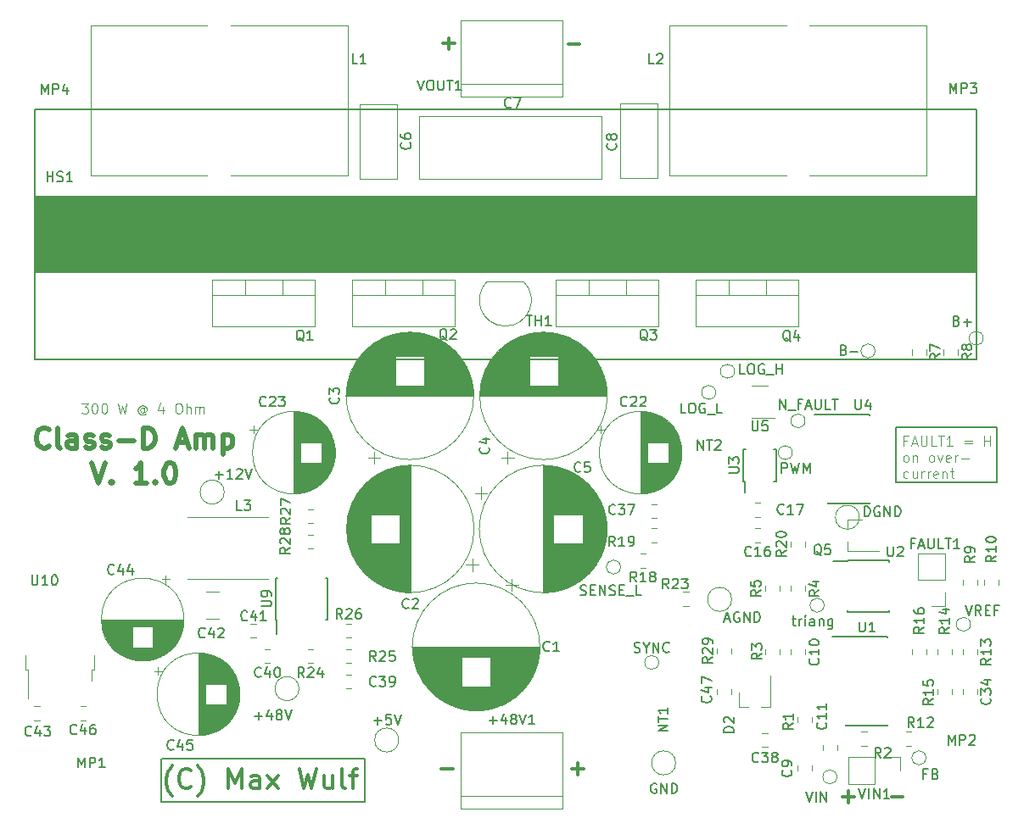
<source format=gbr>
G04 #@! TF.GenerationSoftware,KiCad,Pcbnew,5.0.2+dfsg1-1*
G04 #@! TF.CreationDate,2019-07-14T15:39:51+02:00*
G04 #@! TF.ProjectId,classD,636c6173-7344-42e6-9b69-6361645f7063,1.0*
G04 #@! TF.SameCoordinates,Original*
G04 #@! TF.FileFunction,Legend,Top*
G04 #@! TF.FilePolarity,Positive*
%FSLAX46Y46*%
G04 Gerber Fmt 4.6, Leading zero omitted, Abs format (unit mm)*
G04 Created by KiCad (PCBNEW 5.0.2+dfsg1-1) date So 14 Jul 2019 15:39:51 CEST*
%MOMM*%
%LPD*%
G01*
G04 APERTURE LIST*
%ADD10C,0.200000*%
%ADD11C,0.100000*%
%ADD12C,0.300000*%
%ADD13C,0.500000*%
%ADD14C,0.120000*%
%ADD15C,0.150000*%
G04 APERTURE END LIST*
D10*
X146050000Y-106781600D02*
X147243800Y-106781600D01*
X146024600Y-107111800D02*
X146024600Y-106807000D01*
X146024600Y-111099600D02*
X146024600Y-107111800D01*
X166293800Y-111099600D02*
X146024600Y-111099600D01*
X166293800Y-110617000D02*
X166293800Y-111099600D01*
X166293800Y-106781600D02*
X166293800Y-110617000D01*
X147193000Y-106781600D02*
X166293800Y-106781600D01*
X219329000Y-73685400D02*
X219278200Y-73736200D01*
X229362000Y-73685400D02*
X219329000Y-73685400D01*
X229362000Y-79197200D02*
X229362000Y-73685400D01*
X219278200Y-79197200D02*
X229362000Y-79197200D01*
X219278200Y-73761600D02*
X219278200Y-79197200D01*
D11*
X220448028Y-75011171D02*
X220114695Y-75011171D01*
X220114695Y-75534980D02*
X220114695Y-74534980D01*
X220590885Y-74534980D01*
X220924219Y-75249266D02*
X221400409Y-75249266D01*
X220828980Y-75534980D02*
X221162314Y-74534980D01*
X221495647Y-75534980D01*
X221828980Y-74534980D02*
X221828980Y-75344504D01*
X221876600Y-75439742D01*
X221924219Y-75487361D01*
X222019457Y-75534980D01*
X222209933Y-75534980D01*
X222305171Y-75487361D01*
X222352790Y-75439742D01*
X222400409Y-75344504D01*
X222400409Y-74534980D01*
X223352790Y-75534980D02*
X222876600Y-75534980D01*
X222876600Y-74534980D01*
X223543266Y-74534980D02*
X224114695Y-74534980D01*
X223828980Y-75534980D02*
X223828980Y-74534980D01*
X224971838Y-75534980D02*
X224400409Y-75534980D01*
X224686123Y-75534980D02*
X224686123Y-74534980D01*
X224590885Y-74677838D01*
X224495647Y-74773076D01*
X224400409Y-74820695D01*
X226162314Y-75011171D02*
X226924219Y-75011171D01*
X226924219Y-75296885D02*
X226162314Y-75296885D01*
X228162314Y-75534980D02*
X228162314Y-74534980D01*
X228162314Y-75011171D02*
X228733742Y-75011171D01*
X228733742Y-75534980D02*
X228733742Y-74534980D01*
X220257552Y-77134980D02*
X220162314Y-77087361D01*
X220114695Y-77039742D01*
X220067076Y-76944504D01*
X220067076Y-76658790D01*
X220114695Y-76563552D01*
X220162314Y-76515933D01*
X220257552Y-76468314D01*
X220400409Y-76468314D01*
X220495647Y-76515933D01*
X220543266Y-76563552D01*
X220590885Y-76658790D01*
X220590885Y-76944504D01*
X220543266Y-77039742D01*
X220495647Y-77087361D01*
X220400409Y-77134980D01*
X220257552Y-77134980D01*
X221019457Y-76468314D02*
X221019457Y-77134980D01*
X221019457Y-76563552D02*
X221067076Y-76515933D01*
X221162314Y-76468314D01*
X221305171Y-76468314D01*
X221400409Y-76515933D01*
X221448028Y-76611171D01*
X221448028Y-77134980D01*
X222828980Y-77134980D02*
X222733742Y-77087361D01*
X222686123Y-77039742D01*
X222638504Y-76944504D01*
X222638504Y-76658790D01*
X222686123Y-76563552D01*
X222733742Y-76515933D01*
X222828980Y-76468314D01*
X222971838Y-76468314D01*
X223067076Y-76515933D01*
X223114695Y-76563552D01*
X223162314Y-76658790D01*
X223162314Y-76944504D01*
X223114695Y-77039742D01*
X223067076Y-77087361D01*
X222971838Y-77134980D01*
X222828980Y-77134980D01*
X223495647Y-76468314D02*
X223733742Y-77134980D01*
X223971838Y-76468314D01*
X224733742Y-77087361D02*
X224638504Y-77134980D01*
X224448028Y-77134980D01*
X224352790Y-77087361D01*
X224305171Y-76992123D01*
X224305171Y-76611171D01*
X224352790Y-76515933D01*
X224448028Y-76468314D01*
X224638504Y-76468314D01*
X224733742Y-76515933D01*
X224781361Y-76611171D01*
X224781361Y-76706409D01*
X224305171Y-76801647D01*
X225209933Y-77134980D02*
X225209933Y-76468314D01*
X225209933Y-76658790D02*
X225257552Y-76563552D01*
X225305171Y-76515933D01*
X225400409Y-76468314D01*
X225495647Y-76468314D01*
X225828980Y-76754028D02*
X226590885Y-76754028D01*
X220543266Y-78687361D02*
X220448028Y-78734980D01*
X220257552Y-78734980D01*
X220162314Y-78687361D01*
X220114695Y-78639742D01*
X220067076Y-78544504D01*
X220067076Y-78258790D01*
X220114695Y-78163552D01*
X220162314Y-78115933D01*
X220257552Y-78068314D01*
X220448028Y-78068314D01*
X220543266Y-78115933D01*
X221400409Y-78068314D02*
X221400409Y-78734980D01*
X220971838Y-78068314D02*
X220971838Y-78592123D01*
X221019457Y-78687361D01*
X221114695Y-78734980D01*
X221257552Y-78734980D01*
X221352790Y-78687361D01*
X221400409Y-78639742D01*
X221876600Y-78734980D02*
X221876600Y-78068314D01*
X221876600Y-78258790D02*
X221924219Y-78163552D01*
X221971838Y-78115933D01*
X222067076Y-78068314D01*
X222162314Y-78068314D01*
X222495647Y-78734980D02*
X222495647Y-78068314D01*
X222495647Y-78258790D02*
X222543266Y-78163552D01*
X222590885Y-78115933D01*
X222686123Y-78068314D01*
X222781361Y-78068314D01*
X223495647Y-78687361D02*
X223400409Y-78734980D01*
X223209933Y-78734980D01*
X223114695Y-78687361D01*
X223067076Y-78592123D01*
X223067076Y-78211171D01*
X223114695Y-78115933D01*
X223209933Y-78068314D01*
X223400409Y-78068314D01*
X223495647Y-78115933D01*
X223543266Y-78211171D01*
X223543266Y-78306409D01*
X223067076Y-78401647D01*
X223971838Y-78068314D02*
X223971838Y-78734980D01*
X223971838Y-78163552D02*
X224019457Y-78115933D01*
X224114695Y-78068314D01*
X224257552Y-78068314D01*
X224352790Y-78115933D01*
X224400409Y-78211171D01*
X224400409Y-78734980D01*
X224733742Y-78068314D02*
X225114695Y-78068314D01*
X224876600Y-77734980D02*
X224876600Y-78592123D01*
X224924219Y-78687361D01*
X225019457Y-78734980D01*
X225114695Y-78734980D01*
D12*
X147095676Y-110531066D02*
X147000438Y-110435828D01*
X146809961Y-110150114D01*
X146714723Y-109959638D01*
X146619485Y-109673923D01*
X146524247Y-109197733D01*
X146524247Y-108816780D01*
X146619485Y-108340590D01*
X146714723Y-108054876D01*
X146809961Y-107864400D01*
X147000438Y-107578685D01*
X147095676Y-107483447D01*
X149000438Y-109578685D02*
X148905200Y-109673923D01*
X148619485Y-109769161D01*
X148429009Y-109769161D01*
X148143295Y-109673923D01*
X147952819Y-109483447D01*
X147857580Y-109292971D01*
X147762342Y-108912019D01*
X147762342Y-108626304D01*
X147857580Y-108245352D01*
X147952819Y-108054876D01*
X148143295Y-107864400D01*
X148429009Y-107769161D01*
X148619485Y-107769161D01*
X148905200Y-107864400D01*
X149000438Y-107959638D01*
X149667104Y-110531066D02*
X149762342Y-110435828D01*
X149952819Y-110150114D01*
X150048057Y-109959638D01*
X150143295Y-109673923D01*
X150238533Y-109197733D01*
X150238533Y-108816780D01*
X150143295Y-108340590D01*
X150048057Y-108054876D01*
X149952819Y-107864400D01*
X149762342Y-107578685D01*
X149667104Y-107483447D01*
X152714723Y-109769161D02*
X152714723Y-107769161D01*
X153381390Y-109197733D01*
X154048057Y-107769161D01*
X154048057Y-109769161D01*
X155857580Y-109769161D02*
X155857580Y-108721542D01*
X155762342Y-108531066D01*
X155571866Y-108435828D01*
X155190914Y-108435828D01*
X155000438Y-108531066D01*
X155857580Y-109673923D02*
X155667104Y-109769161D01*
X155190914Y-109769161D01*
X155000438Y-109673923D01*
X154905200Y-109483447D01*
X154905200Y-109292971D01*
X155000438Y-109102495D01*
X155190914Y-109007257D01*
X155667104Y-109007257D01*
X155857580Y-108912019D01*
X156619485Y-109769161D02*
X157667104Y-108435828D01*
X156619485Y-108435828D02*
X157667104Y-109769161D01*
X159762342Y-107769161D02*
X160238533Y-109769161D01*
X160619485Y-108340590D01*
X161000438Y-109769161D01*
X161476628Y-107769161D01*
X163095676Y-108435828D02*
X163095676Y-109769161D01*
X162238533Y-108435828D02*
X162238533Y-109483447D01*
X162333771Y-109673923D01*
X162524247Y-109769161D01*
X162809961Y-109769161D01*
X163000438Y-109673923D01*
X163095676Y-109578685D01*
X164333771Y-109769161D02*
X164143295Y-109673923D01*
X164048057Y-109483447D01*
X164048057Y-107769161D01*
X164809961Y-108435828D02*
X165571866Y-108435828D01*
X165095676Y-109769161D02*
X165095676Y-108054876D01*
X165190914Y-107864400D01*
X165381390Y-107769161D01*
X165571866Y-107769161D01*
D11*
X138078342Y-71283580D02*
X138697390Y-71283580D01*
X138364057Y-71664533D01*
X138506914Y-71664533D01*
X138602152Y-71712152D01*
X138649771Y-71759771D01*
X138697390Y-71855009D01*
X138697390Y-72093104D01*
X138649771Y-72188342D01*
X138602152Y-72235961D01*
X138506914Y-72283580D01*
X138221200Y-72283580D01*
X138125961Y-72235961D01*
X138078342Y-72188342D01*
X139316438Y-71283580D02*
X139411676Y-71283580D01*
X139506914Y-71331200D01*
X139554533Y-71378819D01*
X139602152Y-71474057D01*
X139649771Y-71664533D01*
X139649771Y-71902628D01*
X139602152Y-72093104D01*
X139554533Y-72188342D01*
X139506914Y-72235961D01*
X139411676Y-72283580D01*
X139316438Y-72283580D01*
X139221200Y-72235961D01*
X139173580Y-72188342D01*
X139125961Y-72093104D01*
X139078342Y-71902628D01*
X139078342Y-71664533D01*
X139125961Y-71474057D01*
X139173580Y-71378819D01*
X139221200Y-71331200D01*
X139316438Y-71283580D01*
X140268819Y-71283580D02*
X140364057Y-71283580D01*
X140459295Y-71331200D01*
X140506914Y-71378819D01*
X140554533Y-71474057D01*
X140602152Y-71664533D01*
X140602152Y-71902628D01*
X140554533Y-72093104D01*
X140506914Y-72188342D01*
X140459295Y-72235961D01*
X140364057Y-72283580D01*
X140268819Y-72283580D01*
X140173580Y-72235961D01*
X140125961Y-72188342D01*
X140078342Y-72093104D01*
X140030723Y-71902628D01*
X140030723Y-71664533D01*
X140078342Y-71474057D01*
X140125961Y-71378819D01*
X140173580Y-71331200D01*
X140268819Y-71283580D01*
X141697390Y-71283580D02*
X141935485Y-72283580D01*
X142125961Y-71569295D01*
X142316438Y-72283580D01*
X142554533Y-71283580D01*
X144316438Y-71807390D02*
X144268819Y-71759771D01*
X144173580Y-71712152D01*
X144078342Y-71712152D01*
X143983104Y-71759771D01*
X143935485Y-71807390D01*
X143887866Y-71902628D01*
X143887866Y-71997866D01*
X143935485Y-72093104D01*
X143983104Y-72140723D01*
X144078342Y-72188342D01*
X144173580Y-72188342D01*
X144268819Y-72140723D01*
X144316438Y-72093104D01*
X144316438Y-71712152D02*
X144316438Y-72093104D01*
X144364057Y-72140723D01*
X144411676Y-72140723D01*
X144506914Y-72093104D01*
X144554533Y-71997866D01*
X144554533Y-71759771D01*
X144459295Y-71616914D01*
X144316438Y-71521676D01*
X144125961Y-71474057D01*
X143935485Y-71521676D01*
X143792628Y-71616914D01*
X143697390Y-71759771D01*
X143649771Y-71950247D01*
X143697390Y-72140723D01*
X143792628Y-72283580D01*
X143935485Y-72378819D01*
X144125961Y-72426438D01*
X144316438Y-72378819D01*
X144459295Y-72283580D01*
X146173580Y-71616914D02*
X146173580Y-72283580D01*
X145935485Y-71235961D02*
X145697390Y-71950247D01*
X146316438Y-71950247D01*
X147649771Y-71283580D02*
X147840247Y-71283580D01*
X147935485Y-71331200D01*
X148030723Y-71426438D01*
X148078342Y-71616914D01*
X148078342Y-71950247D01*
X148030723Y-72140723D01*
X147935485Y-72235961D01*
X147840247Y-72283580D01*
X147649771Y-72283580D01*
X147554533Y-72235961D01*
X147459295Y-72140723D01*
X147411676Y-71950247D01*
X147411676Y-71616914D01*
X147459295Y-71426438D01*
X147554533Y-71331200D01*
X147649771Y-71283580D01*
X148506914Y-72283580D02*
X148506914Y-71283580D01*
X148935485Y-72283580D02*
X148935485Y-71759771D01*
X148887866Y-71664533D01*
X148792628Y-71616914D01*
X148649771Y-71616914D01*
X148554533Y-71664533D01*
X148506914Y-71712152D01*
X149411676Y-72283580D02*
X149411676Y-71616914D01*
X149411676Y-71712152D02*
X149459295Y-71664533D01*
X149554533Y-71616914D01*
X149697390Y-71616914D01*
X149792628Y-71664533D01*
X149840247Y-71759771D01*
X149840247Y-72283580D01*
X149840247Y-71759771D02*
X149887866Y-71664533D01*
X149983104Y-71616914D01*
X150125961Y-71616914D01*
X150221199Y-71664533D01*
X150268819Y-71759771D01*
X150268819Y-72283580D01*
D13*
X134808390Y-75545285D02*
X134713152Y-75640523D01*
X134427438Y-75735761D01*
X134236961Y-75735761D01*
X133951247Y-75640523D01*
X133760771Y-75450047D01*
X133665533Y-75259571D01*
X133570295Y-74878619D01*
X133570295Y-74592904D01*
X133665533Y-74211952D01*
X133760771Y-74021476D01*
X133951247Y-73831000D01*
X134236961Y-73735761D01*
X134427438Y-73735761D01*
X134713152Y-73831000D01*
X134808390Y-73926238D01*
X135951247Y-75735761D02*
X135760771Y-75640523D01*
X135665533Y-75450047D01*
X135665533Y-73735761D01*
X137570295Y-75735761D02*
X137570295Y-74688142D01*
X137475057Y-74497666D01*
X137284580Y-74402428D01*
X136903628Y-74402428D01*
X136713152Y-74497666D01*
X137570295Y-75640523D02*
X137379819Y-75735761D01*
X136903628Y-75735761D01*
X136713152Y-75640523D01*
X136617914Y-75450047D01*
X136617914Y-75259571D01*
X136713152Y-75069095D01*
X136903628Y-74973857D01*
X137379819Y-74973857D01*
X137570295Y-74878619D01*
X138427438Y-75640523D02*
X138617914Y-75735761D01*
X138998866Y-75735761D01*
X139189342Y-75640523D01*
X139284580Y-75450047D01*
X139284580Y-75354809D01*
X139189342Y-75164333D01*
X138998866Y-75069095D01*
X138713152Y-75069095D01*
X138522676Y-74973857D01*
X138427438Y-74783380D01*
X138427438Y-74688142D01*
X138522676Y-74497666D01*
X138713152Y-74402428D01*
X138998866Y-74402428D01*
X139189342Y-74497666D01*
X140046485Y-75640523D02*
X140236961Y-75735761D01*
X140617914Y-75735761D01*
X140808390Y-75640523D01*
X140903628Y-75450047D01*
X140903628Y-75354809D01*
X140808390Y-75164333D01*
X140617914Y-75069095D01*
X140332200Y-75069095D01*
X140141723Y-74973857D01*
X140046485Y-74783380D01*
X140046485Y-74688142D01*
X140141723Y-74497666D01*
X140332200Y-74402428D01*
X140617914Y-74402428D01*
X140808390Y-74497666D01*
X141760771Y-74973857D02*
X143284580Y-74973857D01*
X144236961Y-75735761D02*
X144236961Y-73735761D01*
X144713152Y-73735761D01*
X144998866Y-73831000D01*
X145189342Y-74021476D01*
X145284580Y-74211952D01*
X145379819Y-74592904D01*
X145379819Y-74878619D01*
X145284580Y-75259571D01*
X145189342Y-75450047D01*
X144998866Y-75640523D01*
X144713152Y-75735761D01*
X144236961Y-75735761D01*
X147665533Y-75164333D02*
X148617914Y-75164333D01*
X147475057Y-75735761D02*
X148141723Y-73735761D01*
X148808390Y-75735761D01*
X149475057Y-75735761D02*
X149475057Y-74402428D01*
X149475057Y-74592904D02*
X149570295Y-74497666D01*
X149760771Y-74402428D01*
X150046485Y-74402428D01*
X150236961Y-74497666D01*
X150332200Y-74688142D01*
X150332200Y-75735761D01*
X150332200Y-74688142D02*
X150427438Y-74497666D01*
X150617914Y-74402428D01*
X150903628Y-74402428D01*
X151094104Y-74497666D01*
X151189342Y-74688142D01*
X151189342Y-75735761D01*
X152141723Y-74402428D02*
X152141723Y-76402428D01*
X152141723Y-74497666D02*
X152332200Y-74402428D01*
X152713152Y-74402428D01*
X152903628Y-74497666D01*
X152998866Y-74592904D01*
X153094104Y-74783380D01*
X153094104Y-75354809D01*
X152998866Y-75545285D01*
X152903628Y-75640523D01*
X152713152Y-75735761D01*
X152332200Y-75735761D01*
X152141723Y-75640523D01*
X139046485Y-77235761D02*
X139713152Y-79235761D01*
X140379819Y-77235761D01*
X141046485Y-79045285D02*
X141141723Y-79140523D01*
X141046485Y-79235761D01*
X140951247Y-79140523D01*
X141046485Y-79045285D01*
X141046485Y-79235761D01*
X144570295Y-79235761D02*
X143427438Y-79235761D01*
X143998866Y-79235761D02*
X143998866Y-77235761D01*
X143808390Y-77521476D01*
X143617914Y-77711952D01*
X143427438Y-77807190D01*
X145427438Y-79045285D02*
X145522676Y-79140523D01*
X145427438Y-79235761D01*
X145332200Y-79140523D01*
X145427438Y-79045285D01*
X145427438Y-79235761D01*
X146760771Y-77235761D02*
X146951247Y-77235761D01*
X147141723Y-77331000D01*
X147236961Y-77426238D01*
X147332200Y-77616714D01*
X147427438Y-77997666D01*
X147427438Y-78473857D01*
X147332200Y-78854809D01*
X147236961Y-79045285D01*
X147141723Y-79140523D01*
X146951247Y-79235761D01*
X146760771Y-79235761D01*
X146570295Y-79140523D01*
X146475057Y-79045285D01*
X146379819Y-78854809D01*
X146284580Y-78473857D01*
X146284580Y-77997666D01*
X146379819Y-77616714D01*
X146475057Y-77426238D01*
X146570295Y-77331000D01*
X146760771Y-77235761D01*
D12*
X220027428Y-110571742D02*
X218884571Y-110571742D01*
X215150628Y-110571742D02*
X214007771Y-110571742D01*
X214579200Y-111143171D02*
X214579200Y-110000314D01*
X187744028Y-35387742D02*
X186601171Y-35387742D01*
X175094828Y-107803142D02*
X173951971Y-107803142D01*
X188150428Y-107777742D02*
X187007571Y-107777742D01*
X187579000Y-108349171D02*
X187579000Y-107206314D01*
X175272628Y-35336942D02*
X174129771Y-35336942D01*
X174701200Y-35908371D02*
X174701200Y-34765514D01*
D14*
G04 #@! TO.C,D2*
X203652000Y-101598000D02*
X204582000Y-101598000D01*
X206812000Y-101598000D02*
X205882000Y-101598000D01*
X206812000Y-101598000D02*
X206812000Y-98438000D01*
X203652000Y-101598000D02*
X203652000Y-100138000D01*
D15*
G04 #@! TO.C,HS1*
G36*
X133350000Y-50660000D02*
X133350000Y-58160000D01*
X227350000Y-58160000D01*
X227350000Y-50660000D01*
X133350000Y-50660000D01*
G37*
X133350000Y-50660000D02*
X133350000Y-58160000D01*
X227350000Y-58160000D01*
X227350000Y-50660000D01*
X133350000Y-50660000D01*
X227350000Y-41910000D02*
X133350000Y-41910000D01*
X227350000Y-66910000D02*
X227350000Y-41910000D01*
X133350000Y-66910000D02*
X227350000Y-66910000D01*
X133350000Y-41910000D02*
X133350000Y-66910000D01*
G04 #@! TO.C,U1*
X214345001Y-94600001D02*
X212970001Y-94600001D01*
X214345001Y-103475001D02*
X218495001Y-103475001D01*
X214345001Y-94575001D02*
X218495001Y-94575001D01*
X214345001Y-103475001D02*
X214345001Y-103360001D01*
X218495001Y-103475001D02*
X218495001Y-103360001D01*
X218495001Y-94575001D02*
X218495001Y-94690001D01*
X214345001Y-94575001D02*
X214345001Y-94600001D01*
D14*
G04 #@! TO.C,C1*
X181619000Y-89398918D02*
X180369000Y-89398918D01*
X180994000Y-88773918D02*
X180994000Y-90023918D01*
X177736000Y-101952000D02*
X177102000Y-101952000D01*
X178176000Y-101912000D02*
X176662000Y-101912000D01*
X178447000Y-101872000D02*
X176391000Y-101872000D01*
X178660000Y-101832000D02*
X176178000Y-101832000D01*
X178841000Y-101792000D02*
X175997000Y-101792000D01*
X179002000Y-101752000D02*
X175836000Y-101752000D01*
X179147000Y-101712000D02*
X175691000Y-101712000D01*
X179280000Y-101672000D02*
X175558000Y-101672000D01*
X179403000Y-101632000D02*
X175435000Y-101632000D01*
X179519000Y-101592000D02*
X175319000Y-101592000D01*
X179628000Y-101552000D02*
X175210000Y-101552000D01*
X179731000Y-101512000D02*
X175107000Y-101512000D01*
X179829000Y-101472000D02*
X175009000Y-101472000D01*
X179923000Y-101432000D02*
X174915000Y-101432000D01*
X180013000Y-101392000D02*
X174825000Y-101392000D01*
X180100000Y-101352000D02*
X174738000Y-101352000D01*
X180183000Y-101312000D02*
X174655000Y-101312000D01*
X180263000Y-101272000D02*
X174575000Y-101272000D01*
X180340000Y-101232000D02*
X174498000Y-101232000D01*
X180415000Y-101192000D02*
X174423000Y-101192000D01*
X180488000Y-101152000D02*
X174350000Y-101152000D01*
X180559000Y-101112000D02*
X174279000Y-101112000D01*
X180627000Y-101072000D02*
X174211000Y-101072000D01*
X180694000Y-101032000D02*
X174144000Y-101032000D01*
X180758000Y-100992000D02*
X174080000Y-100992000D01*
X180821000Y-100952000D02*
X174017000Y-100952000D01*
X180883000Y-100912000D02*
X173955000Y-100912000D01*
X180943000Y-100872000D02*
X173895000Y-100872000D01*
X181002000Y-100832000D02*
X173836000Y-100832000D01*
X181059000Y-100792000D02*
X173779000Y-100792000D01*
X181115000Y-100752000D02*
X173723000Y-100752000D01*
X181169000Y-100712000D02*
X173669000Y-100712000D01*
X181223000Y-100672000D02*
X173615000Y-100672000D01*
X181275000Y-100632000D02*
X173563000Y-100632000D01*
X181326000Y-100592000D02*
X173512000Y-100592000D01*
X181376000Y-100552000D02*
X173462000Y-100552000D01*
X181426000Y-100512000D02*
X173412000Y-100512000D01*
X181474000Y-100472000D02*
X173364000Y-100472000D01*
X181521000Y-100432000D02*
X173317000Y-100432000D01*
X181567000Y-100392000D02*
X173271000Y-100392000D01*
X181613000Y-100352000D02*
X173225000Y-100352000D01*
X181657000Y-100312000D02*
X173181000Y-100312000D01*
X181701000Y-100272000D02*
X173137000Y-100272000D01*
X181744000Y-100232000D02*
X173094000Y-100232000D01*
X181786000Y-100192000D02*
X173052000Y-100192000D01*
X181827000Y-100152000D02*
X173011000Y-100152000D01*
X181868000Y-100112000D02*
X172970000Y-100112000D01*
X181908000Y-100072000D02*
X172930000Y-100072000D01*
X181947000Y-100032000D02*
X172891000Y-100032000D01*
X181986000Y-99992000D02*
X172852000Y-99992000D01*
X182024000Y-99952000D02*
X172814000Y-99952000D01*
X182061000Y-99912000D02*
X172777000Y-99912000D01*
X182097000Y-99872000D02*
X172741000Y-99872000D01*
X182133000Y-99832000D02*
X172705000Y-99832000D01*
X182169000Y-99792000D02*
X172669000Y-99792000D01*
X182204000Y-99752000D02*
X172634000Y-99752000D01*
X182238000Y-99712000D02*
X172600000Y-99712000D01*
X182271000Y-99672000D02*
X172567000Y-99672000D01*
X182304000Y-99632000D02*
X172534000Y-99632000D01*
X182337000Y-99592000D02*
X172501000Y-99592000D01*
X182369000Y-99552000D02*
X172469000Y-99552000D01*
X175979000Y-99512000D02*
X172437000Y-99512000D01*
X182401000Y-99512000D02*
X178859000Y-99512000D01*
X175979000Y-99472000D02*
X172407000Y-99472000D01*
X182431000Y-99472000D02*
X178859000Y-99472000D01*
X175979000Y-99432000D02*
X172376000Y-99432000D01*
X182462000Y-99432000D02*
X178859000Y-99432000D01*
X175979000Y-99392000D02*
X172346000Y-99392000D01*
X182492000Y-99392000D02*
X178859000Y-99392000D01*
X175979000Y-99352000D02*
X172317000Y-99352000D01*
X182521000Y-99352000D02*
X178859000Y-99352000D01*
X175979000Y-99312000D02*
X172288000Y-99312000D01*
X182550000Y-99312000D02*
X178859000Y-99312000D01*
X175979000Y-99272000D02*
X172259000Y-99272000D01*
X182579000Y-99272000D02*
X178859000Y-99272000D01*
X175979000Y-99232000D02*
X172231000Y-99232000D01*
X182607000Y-99232000D02*
X178859000Y-99232000D01*
X175979000Y-99192000D02*
X172203000Y-99192000D01*
X182635000Y-99192000D02*
X178859000Y-99192000D01*
X175979000Y-99152000D02*
X172176000Y-99152000D01*
X182662000Y-99152000D02*
X178859000Y-99152000D01*
X175979000Y-99112000D02*
X172149000Y-99112000D01*
X182689000Y-99112000D02*
X178859000Y-99112000D01*
X175979000Y-99072000D02*
X172123000Y-99072000D01*
X182715000Y-99072000D02*
X178859000Y-99072000D01*
X175979000Y-99032000D02*
X172097000Y-99032000D01*
X182741000Y-99032000D02*
X178859000Y-99032000D01*
X175979000Y-98992000D02*
X172072000Y-98992000D01*
X182766000Y-98992000D02*
X178859000Y-98992000D01*
X175979000Y-98952000D02*
X172047000Y-98952000D01*
X182791000Y-98952000D02*
X178859000Y-98952000D01*
X175979000Y-98912000D02*
X172022000Y-98912000D01*
X182816000Y-98912000D02*
X178859000Y-98912000D01*
X175979000Y-98872000D02*
X171998000Y-98872000D01*
X182840000Y-98872000D02*
X178859000Y-98872000D01*
X175979000Y-98832000D02*
X171974000Y-98832000D01*
X182864000Y-98832000D02*
X178859000Y-98832000D01*
X175979000Y-98792000D02*
X171951000Y-98792000D01*
X182887000Y-98792000D02*
X178859000Y-98792000D01*
X175979000Y-98752000D02*
X171928000Y-98752000D01*
X182910000Y-98752000D02*
X178859000Y-98752000D01*
X175979000Y-98712000D02*
X171905000Y-98712000D01*
X182933000Y-98712000D02*
X178859000Y-98712000D01*
X175979000Y-98672000D02*
X171883000Y-98672000D01*
X182955000Y-98672000D02*
X178859000Y-98672000D01*
X175979000Y-98632000D02*
X171861000Y-98632000D01*
X182977000Y-98632000D02*
X178859000Y-98632000D01*
X175979000Y-98592000D02*
X171839000Y-98592000D01*
X182999000Y-98592000D02*
X178859000Y-98592000D01*
X175979000Y-98552000D02*
X171818000Y-98552000D01*
X183020000Y-98552000D02*
X178859000Y-98552000D01*
X175979000Y-98512000D02*
X171797000Y-98512000D01*
X183041000Y-98512000D02*
X178859000Y-98512000D01*
X175979000Y-98472000D02*
X171777000Y-98472000D01*
X183061000Y-98472000D02*
X178859000Y-98472000D01*
X175979000Y-98432000D02*
X171757000Y-98432000D01*
X183081000Y-98432000D02*
X178859000Y-98432000D01*
X175979000Y-98392000D02*
X171737000Y-98392000D01*
X183101000Y-98392000D02*
X178859000Y-98392000D01*
X175979000Y-98352000D02*
X171717000Y-98352000D01*
X183121000Y-98352000D02*
X178859000Y-98352000D01*
X175979000Y-98312000D02*
X171698000Y-98312000D01*
X183140000Y-98312000D02*
X178859000Y-98312000D01*
X175979000Y-98272000D02*
X171680000Y-98272000D01*
X183158000Y-98272000D02*
X178859000Y-98272000D01*
X175979000Y-98232000D02*
X171661000Y-98232000D01*
X183177000Y-98232000D02*
X178859000Y-98232000D01*
X175979000Y-98192000D02*
X171643000Y-98192000D01*
X183195000Y-98192000D02*
X178859000Y-98192000D01*
X175979000Y-98152000D02*
X171626000Y-98152000D01*
X183212000Y-98152000D02*
X178859000Y-98152000D01*
X175979000Y-98112000D02*
X171608000Y-98112000D01*
X183230000Y-98112000D02*
X178859000Y-98112000D01*
X175979000Y-98072000D02*
X171591000Y-98072000D01*
X183247000Y-98072000D02*
X178859000Y-98072000D01*
X175979000Y-98032000D02*
X171574000Y-98032000D01*
X183264000Y-98032000D02*
X178859000Y-98032000D01*
X175979000Y-97992000D02*
X171558000Y-97992000D01*
X183280000Y-97992000D02*
X178859000Y-97992000D01*
X175979000Y-97952000D02*
X171542000Y-97952000D01*
X183296000Y-97952000D02*
X178859000Y-97952000D01*
X175979000Y-97912000D02*
X171526000Y-97912000D01*
X183312000Y-97912000D02*
X178859000Y-97912000D01*
X175979000Y-97872000D02*
X171511000Y-97872000D01*
X183327000Y-97872000D02*
X178859000Y-97872000D01*
X175979000Y-97832000D02*
X171495000Y-97832000D01*
X183343000Y-97832000D02*
X178859000Y-97832000D01*
X175979000Y-97792000D02*
X171480000Y-97792000D01*
X183358000Y-97792000D02*
X178859000Y-97792000D01*
X175979000Y-97752000D02*
X171466000Y-97752000D01*
X183372000Y-97752000D02*
X178859000Y-97752000D01*
X175979000Y-97712000D02*
X171452000Y-97712000D01*
X183386000Y-97712000D02*
X178859000Y-97712000D01*
X175979000Y-97672000D02*
X171438000Y-97672000D01*
X183400000Y-97672000D02*
X178859000Y-97672000D01*
X175979000Y-97632000D02*
X171424000Y-97632000D01*
X183414000Y-97632000D02*
X178859000Y-97632000D01*
X175979000Y-97592000D02*
X171411000Y-97592000D01*
X183427000Y-97592000D02*
X178859000Y-97592000D01*
X175979000Y-97552000D02*
X171398000Y-97552000D01*
X183440000Y-97552000D02*
X178859000Y-97552000D01*
X175979000Y-97512000D02*
X171385000Y-97512000D01*
X183453000Y-97512000D02*
X178859000Y-97512000D01*
X175979000Y-97472000D02*
X171372000Y-97472000D01*
X183466000Y-97472000D02*
X178859000Y-97472000D01*
X175979000Y-97432000D02*
X171360000Y-97432000D01*
X183478000Y-97432000D02*
X178859000Y-97432000D01*
X175979000Y-97392000D02*
X171348000Y-97392000D01*
X183490000Y-97392000D02*
X178859000Y-97392000D01*
X175979000Y-97352000D02*
X171336000Y-97352000D01*
X183502000Y-97352000D02*
X178859000Y-97352000D01*
X175979000Y-97312000D02*
X171325000Y-97312000D01*
X183513000Y-97312000D02*
X178859000Y-97312000D01*
X175979000Y-97272000D02*
X171314000Y-97272000D01*
X183524000Y-97272000D02*
X178859000Y-97272000D01*
X175979000Y-97232000D02*
X171303000Y-97232000D01*
X183535000Y-97232000D02*
X178859000Y-97232000D01*
X175979000Y-97192000D02*
X171293000Y-97192000D01*
X183545000Y-97192000D02*
X178859000Y-97192000D01*
X175979000Y-97152000D02*
X171282000Y-97152000D01*
X183556000Y-97152000D02*
X178859000Y-97152000D01*
X175979000Y-97112000D02*
X171273000Y-97112000D01*
X183565000Y-97112000D02*
X178859000Y-97112000D01*
X175979000Y-97072000D02*
X171263000Y-97072000D01*
X183575000Y-97072000D02*
X178859000Y-97072000D01*
X175979000Y-97032000D02*
X171253000Y-97032000D01*
X183585000Y-97032000D02*
X178859000Y-97032000D01*
X175979000Y-96992000D02*
X171244000Y-96992000D01*
X183594000Y-96992000D02*
X178859000Y-96992000D01*
X175979000Y-96952000D02*
X171235000Y-96952000D01*
X183603000Y-96952000D02*
X178859000Y-96952000D01*
X175979000Y-96912000D02*
X171227000Y-96912000D01*
X183611000Y-96912000D02*
X178859000Y-96912000D01*
X175979000Y-96872000D02*
X171218000Y-96872000D01*
X183620000Y-96872000D02*
X178859000Y-96872000D01*
X175979000Y-96832000D02*
X171210000Y-96832000D01*
X183628000Y-96832000D02*
X178859000Y-96832000D01*
X175979000Y-96792000D02*
X171203000Y-96792000D01*
X183635000Y-96792000D02*
X178859000Y-96792000D01*
X175979000Y-96752000D02*
X171195000Y-96752000D01*
X183643000Y-96752000D02*
X178859000Y-96752000D01*
X175979000Y-96712000D02*
X171188000Y-96712000D01*
X183650000Y-96712000D02*
X178859000Y-96712000D01*
X175979000Y-96672000D02*
X171181000Y-96672000D01*
X183657000Y-96672000D02*
X178859000Y-96672000D01*
X183664000Y-96632000D02*
X171174000Y-96632000D01*
X183671000Y-96592000D02*
X171167000Y-96592000D01*
X183677000Y-96552000D02*
X171161000Y-96552000D01*
X183683000Y-96512000D02*
X171155000Y-96512000D01*
X183688000Y-96472000D02*
X171150000Y-96472000D01*
X183694000Y-96432000D02*
X171144000Y-96432000D01*
X183699000Y-96392000D02*
X171139000Y-96392000D01*
X183704000Y-96352000D02*
X171134000Y-96352000D01*
X183709000Y-96312000D02*
X171129000Y-96312000D01*
X183713000Y-96271000D02*
X171125000Y-96271000D01*
X183717000Y-96231000D02*
X171121000Y-96231000D01*
X183721000Y-96191000D02*
X171117000Y-96191000D01*
X183725000Y-96151000D02*
X171113000Y-96151000D01*
X183728000Y-96111000D02*
X171110000Y-96111000D01*
X183731000Y-96071000D02*
X171107000Y-96071000D01*
X183734000Y-96031000D02*
X171104000Y-96031000D01*
X183737000Y-95991000D02*
X171101000Y-95991000D01*
X183739000Y-95951000D02*
X171099000Y-95951000D01*
X183741000Y-95911000D02*
X171097000Y-95911000D01*
X183743000Y-95871000D02*
X171095000Y-95871000D01*
X183745000Y-95831000D02*
X171093000Y-95831000D01*
X183746000Y-95791000D02*
X171092000Y-95791000D01*
X183747000Y-95751000D02*
X171091000Y-95751000D01*
X183748000Y-95711000D02*
X171090000Y-95711000D01*
X183749000Y-95671000D02*
X171089000Y-95671000D01*
X183749000Y-95631000D02*
X171089000Y-95631000D01*
X183749000Y-95591000D02*
X171089000Y-95591000D01*
X183789000Y-95591000D02*
G75*
G03X183789000Y-95591000I-6370000J0D01*
G01*
G04 #@! TO.C,C2*
X177225000Y-83820000D02*
G75*
G03X177225000Y-83820000I-6370000J0D01*
G01*
X170855000Y-90150000D02*
X170855000Y-77490000D01*
X170815000Y-90150000D02*
X170815000Y-77490000D01*
X170775000Y-90150000D02*
X170775000Y-77490000D01*
X170735000Y-90149000D02*
X170735000Y-77491000D01*
X170695000Y-90148000D02*
X170695000Y-77492000D01*
X170655000Y-90147000D02*
X170655000Y-77493000D01*
X170615000Y-90146000D02*
X170615000Y-77494000D01*
X170575000Y-90144000D02*
X170575000Y-77496000D01*
X170535000Y-90142000D02*
X170535000Y-77498000D01*
X170495000Y-90140000D02*
X170495000Y-77500000D01*
X170455000Y-90138000D02*
X170455000Y-77502000D01*
X170415000Y-90135000D02*
X170415000Y-77505000D01*
X170375000Y-90132000D02*
X170375000Y-77508000D01*
X170335000Y-90129000D02*
X170335000Y-77511000D01*
X170295000Y-90126000D02*
X170295000Y-77514000D01*
X170255000Y-90122000D02*
X170255000Y-77518000D01*
X170215000Y-90118000D02*
X170215000Y-77522000D01*
X170175000Y-90114000D02*
X170175000Y-77526000D01*
X170134000Y-90110000D02*
X170134000Y-77530000D01*
X170094000Y-90105000D02*
X170094000Y-77535000D01*
X170054000Y-90100000D02*
X170054000Y-77540000D01*
X170014000Y-90095000D02*
X170014000Y-77545000D01*
X169974000Y-90089000D02*
X169974000Y-77551000D01*
X169934000Y-90084000D02*
X169934000Y-77556000D01*
X169894000Y-90078000D02*
X169894000Y-77562000D01*
X169854000Y-90072000D02*
X169854000Y-77568000D01*
X169814000Y-90065000D02*
X169814000Y-77575000D01*
X169774000Y-90058000D02*
X169774000Y-85260000D01*
X169774000Y-82380000D02*
X169774000Y-77582000D01*
X169734000Y-90051000D02*
X169734000Y-85260000D01*
X169734000Y-82380000D02*
X169734000Y-77589000D01*
X169694000Y-90044000D02*
X169694000Y-85260000D01*
X169694000Y-82380000D02*
X169694000Y-77596000D01*
X169654000Y-90036000D02*
X169654000Y-85260000D01*
X169654000Y-82380000D02*
X169654000Y-77604000D01*
X169614000Y-90029000D02*
X169614000Y-85260000D01*
X169614000Y-82380000D02*
X169614000Y-77611000D01*
X169574000Y-90021000D02*
X169574000Y-85260000D01*
X169574000Y-82380000D02*
X169574000Y-77619000D01*
X169534000Y-90012000D02*
X169534000Y-85260000D01*
X169534000Y-82380000D02*
X169534000Y-77628000D01*
X169494000Y-90004000D02*
X169494000Y-85260000D01*
X169494000Y-82380000D02*
X169494000Y-77636000D01*
X169454000Y-89995000D02*
X169454000Y-85260000D01*
X169454000Y-82380000D02*
X169454000Y-77645000D01*
X169414000Y-89986000D02*
X169414000Y-85260000D01*
X169414000Y-82380000D02*
X169414000Y-77654000D01*
X169374000Y-89976000D02*
X169374000Y-85260000D01*
X169374000Y-82380000D02*
X169374000Y-77664000D01*
X169334000Y-89966000D02*
X169334000Y-85260000D01*
X169334000Y-82380000D02*
X169334000Y-77674000D01*
X169294000Y-89957000D02*
X169294000Y-85260000D01*
X169294000Y-82380000D02*
X169294000Y-77683000D01*
X169254000Y-89946000D02*
X169254000Y-85260000D01*
X169254000Y-82380000D02*
X169254000Y-77694000D01*
X169214000Y-89936000D02*
X169214000Y-85260000D01*
X169214000Y-82380000D02*
X169214000Y-77704000D01*
X169174000Y-89925000D02*
X169174000Y-85260000D01*
X169174000Y-82380000D02*
X169174000Y-77715000D01*
X169134000Y-89914000D02*
X169134000Y-85260000D01*
X169134000Y-82380000D02*
X169134000Y-77726000D01*
X169094000Y-89903000D02*
X169094000Y-85260000D01*
X169094000Y-82380000D02*
X169094000Y-77737000D01*
X169054000Y-89891000D02*
X169054000Y-85260000D01*
X169054000Y-82380000D02*
X169054000Y-77749000D01*
X169014000Y-89879000D02*
X169014000Y-85260000D01*
X169014000Y-82380000D02*
X169014000Y-77761000D01*
X168974000Y-89867000D02*
X168974000Y-85260000D01*
X168974000Y-82380000D02*
X168974000Y-77773000D01*
X168934000Y-89854000D02*
X168934000Y-85260000D01*
X168934000Y-82380000D02*
X168934000Y-77786000D01*
X168894000Y-89841000D02*
X168894000Y-85260000D01*
X168894000Y-82380000D02*
X168894000Y-77799000D01*
X168854000Y-89828000D02*
X168854000Y-85260000D01*
X168854000Y-82380000D02*
X168854000Y-77812000D01*
X168814000Y-89815000D02*
X168814000Y-85260000D01*
X168814000Y-82380000D02*
X168814000Y-77825000D01*
X168774000Y-89801000D02*
X168774000Y-85260000D01*
X168774000Y-82380000D02*
X168774000Y-77839000D01*
X168734000Y-89787000D02*
X168734000Y-85260000D01*
X168734000Y-82380000D02*
X168734000Y-77853000D01*
X168694000Y-89773000D02*
X168694000Y-85260000D01*
X168694000Y-82380000D02*
X168694000Y-77867000D01*
X168654000Y-89759000D02*
X168654000Y-85260000D01*
X168654000Y-82380000D02*
X168654000Y-77881000D01*
X168614000Y-89744000D02*
X168614000Y-85260000D01*
X168614000Y-82380000D02*
X168614000Y-77896000D01*
X168574000Y-89728000D02*
X168574000Y-85260000D01*
X168574000Y-82380000D02*
X168574000Y-77912000D01*
X168534000Y-89713000D02*
X168534000Y-85260000D01*
X168534000Y-82380000D02*
X168534000Y-77927000D01*
X168494000Y-89697000D02*
X168494000Y-85260000D01*
X168494000Y-82380000D02*
X168494000Y-77943000D01*
X168454000Y-89681000D02*
X168454000Y-85260000D01*
X168454000Y-82380000D02*
X168454000Y-77959000D01*
X168414000Y-89665000D02*
X168414000Y-85260000D01*
X168414000Y-82380000D02*
X168414000Y-77975000D01*
X168374000Y-89648000D02*
X168374000Y-85260000D01*
X168374000Y-82380000D02*
X168374000Y-77992000D01*
X168334000Y-89631000D02*
X168334000Y-85260000D01*
X168334000Y-82380000D02*
X168334000Y-78009000D01*
X168294000Y-89613000D02*
X168294000Y-85260000D01*
X168294000Y-82380000D02*
X168294000Y-78027000D01*
X168254000Y-89596000D02*
X168254000Y-85260000D01*
X168254000Y-82380000D02*
X168254000Y-78044000D01*
X168214000Y-89578000D02*
X168214000Y-85260000D01*
X168214000Y-82380000D02*
X168214000Y-78062000D01*
X168174000Y-89559000D02*
X168174000Y-85260000D01*
X168174000Y-82380000D02*
X168174000Y-78081000D01*
X168134000Y-89541000D02*
X168134000Y-85260000D01*
X168134000Y-82380000D02*
X168134000Y-78099000D01*
X168094000Y-89522000D02*
X168094000Y-85260000D01*
X168094000Y-82380000D02*
X168094000Y-78118000D01*
X168054000Y-89502000D02*
X168054000Y-85260000D01*
X168054000Y-82380000D02*
X168054000Y-78138000D01*
X168014000Y-89482000D02*
X168014000Y-85260000D01*
X168014000Y-82380000D02*
X168014000Y-78158000D01*
X167974000Y-89462000D02*
X167974000Y-85260000D01*
X167974000Y-82380000D02*
X167974000Y-78178000D01*
X167934000Y-89442000D02*
X167934000Y-85260000D01*
X167934000Y-82380000D02*
X167934000Y-78198000D01*
X167894000Y-89421000D02*
X167894000Y-85260000D01*
X167894000Y-82380000D02*
X167894000Y-78219000D01*
X167854000Y-89400000D02*
X167854000Y-85260000D01*
X167854000Y-82380000D02*
X167854000Y-78240000D01*
X167814000Y-89378000D02*
X167814000Y-85260000D01*
X167814000Y-82380000D02*
X167814000Y-78262000D01*
X167774000Y-89356000D02*
X167774000Y-85260000D01*
X167774000Y-82380000D02*
X167774000Y-78284000D01*
X167734000Y-89334000D02*
X167734000Y-85260000D01*
X167734000Y-82380000D02*
X167734000Y-78306000D01*
X167694000Y-89311000D02*
X167694000Y-85260000D01*
X167694000Y-82380000D02*
X167694000Y-78329000D01*
X167654000Y-89288000D02*
X167654000Y-85260000D01*
X167654000Y-82380000D02*
X167654000Y-78352000D01*
X167614000Y-89265000D02*
X167614000Y-85260000D01*
X167614000Y-82380000D02*
X167614000Y-78375000D01*
X167574000Y-89241000D02*
X167574000Y-85260000D01*
X167574000Y-82380000D02*
X167574000Y-78399000D01*
X167534000Y-89217000D02*
X167534000Y-85260000D01*
X167534000Y-82380000D02*
X167534000Y-78423000D01*
X167494000Y-89192000D02*
X167494000Y-85260000D01*
X167494000Y-82380000D02*
X167494000Y-78448000D01*
X167454000Y-89167000D02*
X167454000Y-85260000D01*
X167454000Y-82380000D02*
X167454000Y-78473000D01*
X167414000Y-89142000D02*
X167414000Y-85260000D01*
X167414000Y-82380000D02*
X167414000Y-78498000D01*
X167374000Y-89116000D02*
X167374000Y-85260000D01*
X167374000Y-82380000D02*
X167374000Y-78524000D01*
X167334000Y-89090000D02*
X167334000Y-85260000D01*
X167334000Y-82380000D02*
X167334000Y-78550000D01*
X167294000Y-89063000D02*
X167294000Y-85260000D01*
X167294000Y-82380000D02*
X167294000Y-78577000D01*
X167254000Y-89036000D02*
X167254000Y-85260000D01*
X167254000Y-82380000D02*
X167254000Y-78604000D01*
X167214000Y-89008000D02*
X167214000Y-85260000D01*
X167214000Y-82380000D02*
X167214000Y-78632000D01*
X167174000Y-88980000D02*
X167174000Y-85260000D01*
X167174000Y-82380000D02*
X167174000Y-78660000D01*
X167134000Y-88951000D02*
X167134000Y-85260000D01*
X167134000Y-82380000D02*
X167134000Y-78689000D01*
X167094000Y-88922000D02*
X167094000Y-85260000D01*
X167094000Y-82380000D02*
X167094000Y-78718000D01*
X167054000Y-88893000D02*
X167054000Y-85260000D01*
X167054000Y-82380000D02*
X167054000Y-78747000D01*
X167014000Y-88863000D02*
X167014000Y-85260000D01*
X167014000Y-82380000D02*
X167014000Y-78777000D01*
X166974000Y-88832000D02*
X166974000Y-85260000D01*
X166974000Y-82380000D02*
X166974000Y-78808000D01*
X166934000Y-88802000D02*
X166934000Y-85260000D01*
X166934000Y-82380000D02*
X166934000Y-78838000D01*
X166894000Y-88770000D02*
X166894000Y-78870000D01*
X166854000Y-88738000D02*
X166854000Y-78902000D01*
X166814000Y-88705000D02*
X166814000Y-78935000D01*
X166774000Y-88672000D02*
X166774000Y-78968000D01*
X166734000Y-88639000D02*
X166734000Y-79001000D01*
X166694000Y-88605000D02*
X166694000Y-79035000D01*
X166654000Y-88570000D02*
X166654000Y-79070000D01*
X166614000Y-88534000D02*
X166614000Y-79106000D01*
X166574000Y-88498000D02*
X166574000Y-79142000D01*
X166534000Y-88462000D02*
X166534000Y-79178000D01*
X166494000Y-88425000D02*
X166494000Y-79215000D01*
X166454000Y-88387000D02*
X166454000Y-79253000D01*
X166414000Y-88348000D02*
X166414000Y-79292000D01*
X166374000Y-88309000D02*
X166374000Y-79331000D01*
X166334000Y-88269000D02*
X166334000Y-79371000D01*
X166294000Y-88228000D02*
X166294000Y-79412000D01*
X166254000Y-88187000D02*
X166254000Y-79453000D01*
X166214000Y-88145000D02*
X166214000Y-79495000D01*
X166174000Y-88102000D02*
X166174000Y-79538000D01*
X166134000Y-88058000D02*
X166134000Y-79582000D01*
X166094000Y-88014000D02*
X166094000Y-79626000D01*
X166054000Y-87968000D02*
X166054000Y-79672000D01*
X166014000Y-87922000D02*
X166014000Y-79718000D01*
X165974000Y-87875000D02*
X165974000Y-79765000D01*
X165934000Y-87827000D02*
X165934000Y-79813000D01*
X165894000Y-87777000D02*
X165894000Y-79863000D01*
X165854000Y-87727000D02*
X165854000Y-79913000D01*
X165814000Y-87676000D02*
X165814000Y-79964000D01*
X165774000Y-87624000D02*
X165774000Y-80016000D01*
X165734000Y-87570000D02*
X165734000Y-80070000D01*
X165694000Y-87516000D02*
X165694000Y-80124000D01*
X165654000Y-87460000D02*
X165654000Y-80180000D01*
X165614000Y-87403000D02*
X165614000Y-80237000D01*
X165574000Y-87344000D02*
X165574000Y-80296000D01*
X165534000Y-87284000D02*
X165534000Y-80356000D01*
X165494000Y-87222000D02*
X165494000Y-80418000D01*
X165454000Y-87159000D02*
X165454000Y-80481000D01*
X165414000Y-87095000D02*
X165414000Y-80545000D01*
X165374000Y-87028000D02*
X165374000Y-80612000D01*
X165334000Y-86960000D02*
X165334000Y-80680000D01*
X165294000Y-86889000D02*
X165294000Y-80751000D01*
X165254000Y-86816000D02*
X165254000Y-80824000D01*
X165214000Y-86741000D02*
X165214000Y-80899000D01*
X165174000Y-86664000D02*
X165174000Y-80976000D01*
X165134000Y-86584000D02*
X165134000Y-81056000D01*
X165094000Y-86501000D02*
X165094000Y-81139000D01*
X165054000Y-86414000D02*
X165054000Y-81226000D01*
X165014000Y-86324000D02*
X165014000Y-81316000D01*
X164974000Y-86230000D02*
X164974000Y-81410000D01*
X164934000Y-86132000D02*
X164934000Y-81508000D01*
X164894000Y-86029000D02*
X164894000Y-81611000D01*
X164854000Y-85920000D02*
X164854000Y-81720000D01*
X164814000Y-85804000D02*
X164814000Y-81836000D01*
X164774000Y-85681000D02*
X164774000Y-81959000D01*
X164734000Y-85548000D02*
X164734000Y-82092000D01*
X164694000Y-85403000D02*
X164694000Y-82237000D01*
X164654000Y-85242000D02*
X164654000Y-82398000D01*
X164614000Y-85061000D02*
X164614000Y-82579000D01*
X164574000Y-84848000D02*
X164574000Y-82792000D01*
X164534000Y-84577000D02*
X164534000Y-83063000D01*
X164494000Y-84137000D02*
X164494000Y-83503000D01*
X177672082Y-87395000D02*
X176422082Y-87395000D01*
X177047082Y-88020000D02*
X177047082Y-86770000D01*
G04 #@! TO.C,C3*
X166615000Y-76717082D02*
X167865000Y-76717082D01*
X167240000Y-77342082D02*
X167240000Y-76092082D01*
X170498000Y-64164000D02*
X171132000Y-64164000D01*
X170058000Y-64204000D02*
X171572000Y-64204000D01*
X169787000Y-64244000D02*
X171843000Y-64244000D01*
X169574000Y-64284000D02*
X172056000Y-64284000D01*
X169393000Y-64324000D02*
X172237000Y-64324000D01*
X169232000Y-64364000D02*
X172398000Y-64364000D01*
X169087000Y-64404000D02*
X172543000Y-64404000D01*
X168954000Y-64444000D02*
X172676000Y-64444000D01*
X168831000Y-64484000D02*
X172799000Y-64484000D01*
X168715000Y-64524000D02*
X172915000Y-64524000D01*
X168606000Y-64564000D02*
X173024000Y-64564000D01*
X168503000Y-64604000D02*
X173127000Y-64604000D01*
X168405000Y-64644000D02*
X173225000Y-64644000D01*
X168311000Y-64684000D02*
X173319000Y-64684000D01*
X168221000Y-64724000D02*
X173409000Y-64724000D01*
X168134000Y-64764000D02*
X173496000Y-64764000D01*
X168051000Y-64804000D02*
X173579000Y-64804000D01*
X167971000Y-64844000D02*
X173659000Y-64844000D01*
X167894000Y-64884000D02*
X173736000Y-64884000D01*
X167819000Y-64924000D02*
X173811000Y-64924000D01*
X167746000Y-64964000D02*
X173884000Y-64964000D01*
X167675000Y-65004000D02*
X173955000Y-65004000D01*
X167607000Y-65044000D02*
X174023000Y-65044000D01*
X167540000Y-65084000D02*
X174090000Y-65084000D01*
X167476000Y-65124000D02*
X174154000Y-65124000D01*
X167413000Y-65164000D02*
X174217000Y-65164000D01*
X167351000Y-65204000D02*
X174279000Y-65204000D01*
X167291000Y-65244000D02*
X174339000Y-65244000D01*
X167232000Y-65284000D02*
X174398000Y-65284000D01*
X167175000Y-65324000D02*
X174455000Y-65324000D01*
X167119000Y-65364000D02*
X174511000Y-65364000D01*
X167065000Y-65404000D02*
X174565000Y-65404000D01*
X167011000Y-65444000D02*
X174619000Y-65444000D01*
X166959000Y-65484000D02*
X174671000Y-65484000D01*
X166908000Y-65524000D02*
X174722000Y-65524000D01*
X166858000Y-65564000D02*
X174772000Y-65564000D01*
X166808000Y-65604000D02*
X174822000Y-65604000D01*
X166760000Y-65644000D02*
X174870000Y-65644000D01*
X166713000Y-65684000D02*
X174917000Y-65684000D01*
X166667000Y-65724000D02*
X174963000Y-65724000D01*
X166621000Y-65764000D02*
X175009000Y-65764000D01*
X166577000Y-65804000D02*
X175053000Y-65804000D01*
X166533000Y-65844000D02*
X175097000Y-65844000D01*
X166490000Y-65884000D02*
X175140000Y-65884000D01*
X166448000Y-65924000D02*
X175182000Y-65924000D01*
X166407000Y-65964000D02*
X175223000Y-65964000D01*
X166366000Y-66004000D02*
X175264000Y-66004000D01*
X166326000Y-66044000D02*
X175304000Y-66044000D01*
X166287000Y-66084000D02*
X175343000Y-66084000D01*
X166248000Y-66124000D02*
X175382000Y-66124000D01*
X166210000Y-66164000D02*
X175420000Y-66164000D01*
X166173000Y-66204000D02*
X175457000Y-66204000D01*
X166137000Y-66244000D02*
X175493000Y-66244000D01*
X166101000Y-66284000D02*
X175529000Y-66284000D01*
X166065000Y-66324000D02*
X175565000Y-66324000D01*
X166030000Y-66364000D02*
X175600000Y-66364000D01*
X165996000Y-66404000D02*
X175634000Y-66404000D01*
X165963000Y-66444000D02*
X175667000Y-66444000D01*
X165930000Y-66484000D02*
X175700000Y-66484000D01*
X165897000Y-66524000D02*
X175733000Y-66524000D01*
X165865000Y-66564000D02*
X175765000Y-66564000D01*
X172255000Y-66604000D02*
X175797000Y-66604000D01*
X165833000Y-66604000D02*
X169375000Y-66604000D01*
X172255000Y-66644000D02*
X175827000Y-66644000D01*
X165803000Y-66644000D02*
X169375000Y-66644000D01*
X172255000Y-66684000D02*
X175858000Y-66684000D01*
X165772000Y-66684000D02*
X169375000Y-66684000D01*
X172255000Y-66724000D02*
X175888000Y-66724000D01*
X165742000Y-66724000D02*
X169375000Y-66724000D01*
X172255000Y-66764000D02*
X175917000Y-66764000D01*
X165713000Y-66764000D02*
X169375000Y-66764000D01*
X172255000Y-66804000D02*
X175946000Y-66804000D01*
X165684000Y-66804000D02*
X169375000Y-66804000D01*
X172255000Y-66844000D02*
X175975000Y-66844000D01*
X165655000Y-66844000D02*
X169375000Y-66844000D01*
X172255000Y-66884000D02*
X176003000Y-66884000D01*
X165627000Y-66884000D02*
X169375000Y-66884000D01*
X172255000Y-66924000D02*
X176031000Y-66924000D01*
X165599000Y-66924000D02*
X169375000Y-66924000D01*
X172255000Y-66964000D02*
X176058000Y-66964000D01*
X165572000Y-66964000D02*
X169375000Y-66964000D01*
X172255000Y-67004000D02*
X176085000Y-67004000D01*
X165545000Y-67004000D02*
X169375000Y-67004000D01*
X172255000Y-67044000D02*
X176111000Y-67044000D01*
X165519000Y-67044000D02*
X169375000Y-67044000D01*
X172255000Y-67084000D02*
X176137000Y-67084000D01*
X165493000Y-67084000D02*
X169375000Y-67084000D01*
X172255000Y-67124000D02*
X176162000Y-67124000D01*
X165468000Y-67124000D02*
X169375000Y-67124000D01*
X172255000Y-67164000D02*
X176187000Y-67164000D01*
X165443000Y-67164000D02*
X169375000Y-67164000D01*
X172255000Y-67204000D02*
X176212000Y-67204000D01*
X165418000Y-67204000D02*
X169375000Y-67204000D01*
X172255000Y-67244000D02*
X176236000Y-67244000D01*
X165394000Y-67244000D02*
X169375000Y-67244000D01*
X172255000Y-67284000D02*
X176260000Y-67284000D01*
X165370000Y-67284000D02*
X169375000Y-67284000D01*
X172255000Y-67324000D02*
X176283000Y-67324000D01*
X165347000Y-67324000D02*
X169375000Y-67324000D01*
X172255000Y-67364000D02*
X176306000Y-67364000D01*
X165324000Y-67364000D02*
X169375000Y-67364000D01*
X172255000Y-67404000D02*
X176329000Y-67404000D01*
X165301000Y-67404000D02*
X169375000Y-67404000D01*
X172255000Y-67444000D02*
X176351000Y-67444000D01*
X165279000Y-67444000D02*
X169375000Y-67444000D01*
X172255000Y-67484000D02*
X176373000Y-67484000D01*
X165257000Y-67484000D02*
X169375000Y-67484000D01*
X172255000Y-67524000D02*
X176395000Y-67524000D01*
X165235000Y-67524000D02*
X169375000Y-67524000D01*
X172255000Y-67564000D02*
X176416000Y-67564000D01*
X165214000Y-67564000D02*
X169375000Y-67564000D01*
X172255000Y-67604000D02*
X176437000Y-67604000D01*
X165193000Y-67604000D02*
X169375000Y-67604000D01*
X172255000Y-67644000D02*
X176457000Y-67644000D01*
X165173000Y-67644000D02*
X169375000Y-67644000D01*
X172255000Y-67684000D02*
X176477000Y-67684000D01*
X165153000Y-67684000D02*
X169375000Y-67684000D01*
X172255000Y-67724000D02*
X176497000Y-67724000D01*
X165133000Y-67724000D02*
X169375000Y-67724000D01*
X172255000Y-67764000D02*
X176517000Y-67764000D01*
X165113000Y-67764000D02*
X169375000Y-67764000D01*
X172255000Y-67804000D02*
X176536000Y-67804000D01*
X165094000Y-67804000D02*
X169375000Y-67804000D01*
X172255000Y-67844000D02*
X176554000Y-67844000D01*
X165076000Y-67844000D02*
X169375000Y-67844000D01*
X172255000Y-67884000D02*
X176573000Y-67884000D01*
X165057000Y-67884000D02*
X169375000Y-67884000D01*
X172255000Y-67924000D02*
X176591000Y-67924000D01*
X165039000Y-67924000D02*
X169375000Y-67924000D01*
X172255000Y-67964000D02*
X176608000Y-67964000D01*
X165022000Y-67964000D02*
X169375000Y-67964000D01*
X172255000Y-68004000D02*
X176626000Y-68004000D01*
X165004000Y-68004000D02*
X169375000Y-68004000D01*
X172255000Y-68044000D02*
X176643000Y-68044000D01*
X164987000Y-68044000D02*
X169375000Y-68044000D01*
X172255000Y-68084000D02*
X176660000Y-68084000D01*
X164970000Y-68084000D02*
X169375000Y-68084000D01*
X172255000Y-68124000D02*
X176676000Y-68124000D01*
X164954000Y-68124000D02*
X169375000Y-68124000D01*
X172255000Y-68164000D02*
X176692000Y-68164000D01*
X164938000Y-68164000D02*
X169375000Y-68164000D01*
X172255000Y-68204000D02*
X176708000Y-68204000D01*
X164922000Y-68204000D02*
X169375000Y-68204000D01*
X172255000Y-68244000D02*
X176723000Y-68244000D01*
X164907000Y-68244000D02*
X169375000Y-68244000D01*
X172255000Y-68284000D02*
X176739000Y-68284000D01*
X164891000Y-68284000D02*
X169375000Y-68284000D01*
X172255000Y-68324000D02*
X176754000Y-68324000D01*
X164876000Y-68324000D02*
X169375000Y-68324000D01*
X172255000Y-68364000D02*
X176768000Y-68364000D01*
X164862000Y-68364000D02*
X169375000Y-68364000D01*
X172255000Y-68404000D02*
X176782000Y-68404000D01*
X164848000Y-68404000D02*
X169375000Y-68404000D01*
X172255000Y-68444000D02*
X176796000Y-68444000D01*
X164834000Y-68444000D02*
X169375000Y-68444000D01*
X172255000Y-68484000D02*
X176810000Y-68484000D01*
X164820000Y-68484000D02*
X169375000Y-68484000D01*
X172255000Y-68524000D02*
X176823000Y-68524000D01*
X164807000Y-68524000D02*
X169375000Y-68524000D01*
X172255000Y-68564000D02*
X176836000Y-68564000D01*
X164794000Y-68564000D02*
X169375000Y-68564000D01*
X172255000Y-68604000D02*
X176849000Y-68604000D01*
X164781000Y-68604000D02*
X169375000Y-68604000D01*
X172255000Y-68644000D02*
X176862000Y-68644000D01*
X164768000Y-68644000D02*
X169375000Y-68644000D01*
X172255000Y-68684000D02*
X176874000Y-68684000D01*
X164756000Y-68684000D02*
X169375000Y-68684000D01*
X172255000Y-68724000D02*
X176886000Y-68724000D01*
X164744000Y-68724000D02*
X169375000Y-68724000D01*
X172255000Y-68764000D02*
X176898000Y-68764000D01*
X164732000Y-68764000D02*
X169375000Y-68764000D01*
X172255000Y-68804000D02*
X176909000Y-68804000D01*
X164721000Y-68804000D02*
X169375000Y-68804000D01*
X172255000Y-68844000D02*
X176920000Y-68844000D01*
X164710000Y-68844000D02*
X169375000Y-68844000D01*
X172255000Y-68884000D02*
X176931000Y-68884000D01*
X164699000Y-68884000D02*
X169375000Y-68884000D01*
X172255000Y-68924000D02*
X176941000Y-68924000D01*
X164689000Y-68924000D02*
X169375000Y-68924000D01*
X172255000Y-68964000D02*
X176952000Y-68964000D01*
X164678000Y-68964000D02*
X169375000Y-68964000D01*
X172255000Y-69004000D02*
X176961000Y-69004000D01*
X164669000Y-69004000D02*
X169375000Y-69004000D01*
X172255000Y-69044000D02*
X176971000Y-69044000D01*
X164659000Y-69044000D02*
X169375000Y-69044000D01*
X172255000Y-69084000D02*
X176981000Y-69084000D01*
X164649000Y-69084000D02*
X169375000Y-69084000D01*
X172255000Y-69124000D02*
X176990000Y-69124000D01*
X164640000Y-69124000D02*
X169375000Y-69124000D01*
X172255000Y-69164000D02*
X176999000Y-69164000D01*
X164631000Y-69164000D02*
X169375000Y-69164000D01*
X172255000Y-69204000D02*
X177007000Y-69204000D01*
X164623000Y-69204000D02*
X169375000Y-69204000D01*
X172255000Y-69244000D02*
X177016000Y-69244000D01*
X164614000Y-69244000D02*
X169375000Y-69244000D01*
X172255000Y-69284000D02*
X177024000Y-69284000D01*
X164606000Y-69284000D02*
X169375000Y-69284000D01*
X172255000Y-69324000D02*
X177031000Y-69324000D01*
X164599000Y-69324000D02*
X169375000Y-69324000D01*
X172255000Y-69364000D02*
X177039000Y-69364000D01*
X164591000Y-69364000D02*
X169375000Y-69364000D01*
X172255000Y-69404000D02*
X177046000Y-69404000D01*
X164584000Y-69404000D02*
X169375000Y-69404000D01*
X172255000Y-69444000D02*
X177053000Y-69444000D01*
X164577000Y-69444000D02*
X169375000Y-69444000D01*
X164570000Y-69484000D02*
X177060000Y-69484000D01*
X164563000Y-69524000D02*
X177067000Y-69524000D01*
X164557000Y-69564000D02*
X177073000Y-69564000D01*
X164551000Y-69604000D02*
X177079000Y-69604000D01*
X164546000Y-69644000D02*
X177084000Y-69644000D01*
X164540000Y-69684000D02*
X177090000Y-69684000D01*
X164535000Y-69724000D02*
X177095000Y-69724000D01*
X164530000Y-69764000D02*
X177100000Y-69764000D01*
X164525000Y-69804000D02*
X177105000Y-69804000D01*
X164521000Y-69845000D02*
X177109000Y-69845000D01*
X164517000Y-69885000D02*
X177113000Y-69885000D01*
X164513000Y-69925000D02*
X177117000Y-69925000D01*
X164509000Y-69965000D02*
X177121000Y-69965000D01*
X164506000Y-70005000D02*
X177124000Y-70005000D01*
X164503000Y-70045000D02*
X177127000Y-70045000D01*
X164500000Y-70085000D02*
X177130000Y-70085000D01*
X164497000Y-70125000D02*
X177133000Y-70125000D01*
X164495000Y-70165000D02*
X177135000Y-70165000D01*
X164493000Y-70205000D02*
X177137000Y-70205000D01*
X164491000Y-70245000D02*
X177139000Y-70245000D01*
X164489000Y-70285000D02*
X177141000Y-70285000D01*
X164488000Y-70325000D02*
X177142000Y-70325000D01*
X164487000Y-70365000D02*
X177143000Y-70365000D01*
X164486000Y-70405000D02*
X177144000Y-70405000D01*
X164485000Y-70445000D02*
X177145000Y-70445000D01*
X164485000Y-70485000D02*
X177145000Y-70485000D01*
X164485000Y-70525000D02*
X177145000Y-70525000D01*
X177185000Y-70525000D02*
G75*
G03X177185000Y-70525000I-6370000J0D01*
G01*
G04 #@! TO.C,C4*
X190520000Y-70525000D02*
G75*
G03X190520000Y-70525000I-6370000J0D01*
G01*
X177820000Y-70525000D02*
X190480000Y-70525000D01*
X177820000Y-70485000D02*
X190480000Y-70485000D01*
X177820000Y-70445000D02*
X190480000Y-70445000D01*
X177821000Y-70405000D02*
X190479000Y-70405000D01*
X177822000Y-70365000D02*
X190478000Y-70365000D01*
X177823000Y-70325000D02*
X190477000Y-70325000D01*
X177824000Y-70285000D02*
X190476000Y-70285000D01*
X177826000Y-70245000D02*
X190474000Y-70245000D01*
X177828000Y-70205000D02*
X190472000Y-70205000D01*
X177830000Y-70165000D02*
X190470000Y-70165000D01*
X177832000Y-70125000D02*
X190468000Y-70125000D01*
X177835000Y-70085000D02*
X190465000Y-70085000D01*
X177838000Y-70045000D02*
X190462000Y-70045000D01*
X177841000Y-70005000D02*
X190459000Y-70005000D01*
X177844000Y-69965000D02*
X190456000Y-69965000D01*
X177848000Y-69925000D02*
X190452000Y-69925000D01*
X177852000Y-69885000D02*
X190448000Y-69885000D01*
X177856000Y-69845000D02*
X190444000Y-69845000D01*
X177860000Y-69804000D02*
X190440000Y-69804000D01*
X177865000Y-69764000D02*
X190435000Y-69764000D01*
X177870000Y-69724000D02*
X190430000Y-69724000D01*
X177875000Y-69684000D02*
X190425000Y-69684000D01*
X177881000Y-69644000D02*
X190419000Y-69644000D01*
X177886000Y-69604000D02*
X190414000Y-69604000D01*
X177892000Y-69564000D02*
X190408000Y-69564000D01*
X177898000Y-69524000D02*
X190402000Y-69524000D01*
X177905000Y-69484000D02*
X190395000Y-69484000D01*
X177912000Y-69444000D02*
X182710000Y-69444000D01*
X185590000Y-69444000D02*
X190388000Y-69444000D01*
X177919000Y-69404000D02*
X182710000Y-69404000D01*
X185590000Y-69404000D02*
X190381000Y-69404000D01*
X177926000Y-69364000D02*
X182710000Y-69364000D01*
X185590000Y-69364000D02*
X190374000Y-69364000D01*
X177934000Y-69324000D02*
X182710000Y-69324000D01*
X185590000Y-69324000D02*
X190366000Y-69324000D01*
X177941000Y-69284000D02*
X182710000Y-69284000D01*
X185590000Y-69284000D02*
X190359000Y-69284000D01*
X177949000Y-69244000D02*
X182710000Y-69244000D01*
X185590000Y-69244000D02*
X190351000Y-69244000D01*
X177958000Y-69204000D02*
X182710000Y-69204000D01*
X185590000Y-69204000D02*
X190342000Y-69204000D01*
X177966000Y-69164000D02*
X182710000Y-69164000D01*
X185590000Y-69164000D02*
X190334000Y-69164000D01*
X177975000Y-69124000D02*
X182710000Y-69124000D01*
X185590000Y-69124000D02*
X190325000Y-69124000D01*
X177984000Y-69084000D02*
X182710000Y-69084000D01*
X185590000Y-69084000D02*
X190316000Y-69084000D01*
X177994000Y-69044000D02*
X182710000Y-69044000D01*
X185590000Y-69044000D02*
X190306000Y-69044000D01*
X178004000Y-69004000D02*
X182710000Y-69004000D01*
X185590000Y-69004000D02*
X190296000Y-69004000D01*
X178013000Y-68964000D02*
X182710000Y-68964000D01*
X185590000Y-68964000D02*
X190287000Y-68964000D01*
X178024000Y-68924000D02*
X182710000Y-68924000D01*
X185590000Y-68924000D02*
X190276000Y-68924000D01*
X178034000Y-68884000D02*
X182710000Y-68884000D01*
X185590000Y-68884000D02*
X190266000Y-68884000D01*
X178045000Y-68844000D02*
X182710000Y-68844000D01*
X185590000Y-68844000D02*
X190255000Y-68844000D01*
X178056000Y-68804000D02*
X182710000Y-68804000D01*
X185590000Y-68804000D02*
X190244000Y-68804000D01*
X178067000Y-68764000D02*
X182710000Y-68764000D01*
X185590000Y-68764000D02*
X190233000Y-68764000D01*
X178079000Y-68724000D02*
X182710000Y-68724000D01*
X185590000Y-68724000D02*
X190221000Y-68724000D01*
X178091000Y-68684000D02*
X182710000Y-68684000D01*
X185590000Y-68684000D02*
X190209000Y-68684000D01*
X178103000Y-68644000D02*
X182710000Y-68644000D01*
X185590000Y-68644000D02*
X190197000Y-68644000D01*
X178116000Y-68604000D02*
X182710000Y-68604000D01*
X185590000Y-68604000D02*
X190184000Y-68604000D01*
X178129000Y-68564000D02*
X182710000Y-68564000D01*
X185590000Y-68564000D02*
X190171000Y-68564000D01*
X178142000Y-68524000D02*
X182710000Y-68524000D01*
X185590000Y-68524000D02*
X190158000Y-68524000D01*
X178155000Y-68484000D02*
X182710000Y-68484000D01*
X185590000Y-68484000D02*
X190145000Y-68484000D01*
X178169000Y-68444000D02*
X182710000Y-68444000D01*
X185590000Y-68444000D02*
X190131000Y-68444000D01*
X178183000Y-68404000D02*
X182710000Y-68404000D01*
X185590000Y-68404000D02*
X190117000Y-68404000D01*
X178197000Y-68364000D02*
X182710000Y-68364000D01*
X185590000Y-68364000D02*
X190103000Y-68364000D01*
X178211000Y-68324000D02*
X182710000Y-68324000D01*
X185590000Y-68324000D02*
X190089000Y-68324000D01*
X178226000Y-68284000D02*
X182710000Y-68284000D01*
X185590000Y-68284000D02*
X190074000Y-68284000D01*
X178242000Y-68244000D02*
X182710000Y-68244000D01*
X185590000Y-68244000D02*
X190058000Y-68244000D01*
X178257000Y-68204000D02*
X182710000Y-68204000D01*
X185590000Y-68204000D02*
X190043000Y-68204000D01*
X178273000Y-68164000D02*
X182710000Y-68164000D01*
X185590000Y-68164000D02*
X190027000Y-68164000D01*
X178289000Y-68124000D02*
X182710000Y-68124000D01*
X185590000Y-68124000D02*
X190011000Y-68124000D01*
X178305000Y-68084000D02*
X182710000Y-68084000D01*
X185590000Y-68084000D02*
X189995000Y-68084000D01*
X178322000Y-68044000D02*
X182710000Y-68044000D01*
X185590000Y-68044000D02*
X189978000Y-68044000D01*
X178339000Y-68004000D02*
X182710000Y-68004000D01*
X185590000Y-68004000D02*
X189961000Y-68004000D01*
X178357000Y-67964000D02*
X182710000Y-67964000D01*
X185590000Y-67964000D02*
X189943000Y-67964000D01*
X178374000Y-67924000D02*
X182710000Y-67924000D01*
X185590000Y-67924000D02*
X189926000Y-67924000D01*
X178392000Y-67884000D02*
X182710000Y-67884000D01*
X185590000Y-67884000D02*
X189908000Y-67884000D01*
X178411000Y-67844000D02*
X182710000Y-67844000D01*
X185590000Y-67844000D02*
X189889000Y-67844000D01*
X178429000Y-67804000D02*
X182710000Y-67804000D01*
X185590000Y-67804000D02*
X189871000Y-67804000D01*
X178448000Y-67764000D02*
X182710000Y-67764000D01*
X185590000Y-67764000D02*
X189852000Y-67764000D01*
X178468000Y-67724000D02*
X182710000Y-67724000D01*
X185590000Y-67724000D02*
X189832000Y-67724000D01*
X178488000Y-67684000D02*
X182710000Y-67684000D01*
X185590000Y-67684000D02*
X189812000Y-67684000D01*
X178508000Y-67644000D02*
X182710000Y-67644000D01*
X185590000Y-67644000D02*
X189792000Y-67644000D01*
X178528000Y-67604000D02*
X182710000Y-67604000D01*
X185590000Y-67604000D02*
X189772000Y-67604000D01*
X178549000Y-67564000D02*
X182710000Y-67564000D01*
X185590000Y-67564000D02*
X189751000Y-67564000D01*
X178570000Y-67524000D02*
X182710000Y-67524000D01*
X185590000Y-67524000D02*
X189730000Y-67524000D01*
X178592000Y-67484000D02*
X182710000Y-67484000D01*
X185590000Y-67484000D02*
X189708000Y-67484000D01*
X178614000Y-67444000D02*
X182710000Y-67444000D01*
X185590000Y-67444000D02*
X189686000Y-67444000D01*
X178636000Y-67404000D02*
X182710000Y-67404000D01*
X185590000Y-67404000D02*
X189664000Y-67404000D01*
X178659000Y-67364000D02*
X182710000Y-67364000D01*
X185590000Y-67364000D02*
X189641000Y-67364000D01*
X178682000Y-67324000D02*
X182710000Y-67324000D01*
X185590000Y-67324000D02*
X189618000Y-67324000D01*
X178705000Y-67284000D02*
X182710000Y-67284000D01*
X185590000Y-67284000D02*
X189595000Y-67284000D01*
X178729000Y-67244000D02*
X182710000Y-67244000D01*
X185590000Y-67244000D02*
X189571000Y-67244000D01*
X178753000Y-67204000D02*
X182710000Y-67204000D01*
X185590000Y-67204000D02*
X189547000Y-67204000D01*
X178778000Y-67164000D02*
X182710000Y-67164000D01*
X185590000Y-67164000D02*
X189522000Y-67164000D01*
X178803000Y-67124000D02*
X182710000Y-67124000D01*
X185590000Y-67124000D02*
X189497000Y-67124000D01*
X178828000Y-67084000D02*
X182710000Y-67084000D01*
X185590000Y-67084000D02*
X189472000Y-67084000D01*
X178854000Y-67044000D02*
X182710000Y-67044000D01*
X185590000Y-67044000D02*
X189446000Y-67044000D01*
X178880000Y-67004000D02*
X182710000Y-67004000D01*
X185590000Y-67004000D02*
X189420000Y-67004000D01*
X178907000Y-66964000D02*
X182710000Y-66964000D01*
X185590000Y-66964000D02*
X189393000Y-66964000D01*
X178934000Y-66924000D02*
X182710000Y-66924000D01*
X185590000Y-66924000D02*
X189366000Y-66924000D01*
X178962000Y-66884000D02*
X182710000Y-66884000D01*
X185590000Y-66884000D02*
X189338000Y-66884000D01*
X178990000Y-66844000D02*
X182710000Y-66844000D01*
X185590000Y-66844000D02*
X189310000Y-66844000D01*
X179019000Y-66804000D02*
X182710000Y-66804000D01*
X185590000Y-66804000D02*
X189281000Y-66804000D01*
X179048000Y-66764000D02*
X182710000Y-66764000D01*
X185590000Y-66764000D02*
X189252000Y-66764000D01*
X179077000Y-66724000D02*
X182710000Y-66724000D01*
X185590000Y-66724000D02*
X189223000Y-66724000D01*
X179107000Y-66684000D02*
X182710000Y-66684000D01*
X185590000Y-66684000D02*
X189193000Y-66684000D01*
X179138000Y-66644000D02*
X182710000Y-66644000D01*
X185590000Y-66644000D02*
X189162000Y-66644000D01*
X179168000Y-66604000D02*
X182710000Y-66604000D01*
X185590000Y-66604000D02*
X189132000Y-66604000D01*
X179200000Y-66564000D02*
X189100000Y-66564000D01*
X179232000Y-66524000D02*
X189068000Y-66524000D01*
X179265000Y-66484000D02*
X189035000Y-66484000D01*
X179298000Y-66444000D02*
X189002000Y-66444000D01*
X179331000Y-66404000D02*
X188969000Y-66404000D01*
X179365000Y-66364000D02*
X188935000Y-66364000D01*
X179400000Y-66324000D02*
X188900000Y-66324000D01*
X179436000Y-66284000D02*
X188864000Y-66284000D01*
X179472000Y-66244000D02*
X188828000Y-66244000D01*
X179508000Y-66204000D02*
X188792000Y-66204000D01*
X179545000Y-66164000D02*
X188755000Y-66164000D01*
X179583000Y-66124000D02*
X188717000Y-66124000D01*
X179622000Y-66084000D02*
X188678000Y-66084000D01*
X179661000Y-66044000D02*
X188639000Y-66044000D01*
X179701000Y-66004000D02*
X188599000Y-66004000D01*
X179742000Y-65964000D02*
X188558000Y-65964000D01*
X179783000Y-65924000D02*
X188517000Y-65924000D01*
X179825000Y-65884000D02*
X188475000Y-65884000D01*
X179868000Y-65844000D02*
X188432000Y-65844000D01*
X179912000Y-65804000D02*
X188388000Y-65804000D01*
X179956000Y-65764000D02*
X188344000Y-65764000D01*
X180002000Y-65724000D02*
X188298000Y-65724000D01*
X180048000Y-65684000D02*
X188252000Y-65684000D01*
X180095000Y-65644000D02*
X188205000Y-65644000D01*
X180143000Y-65604000D02*
X188157000Y-65604000D01*
X180193000Y-65564000D02*
X188107000Y-65564000D01*
X180243000Y-65524000D02*
X188057000Y-65524000D01*
X180294000Y-65484000D02*
X188006000Y-65484000D01*
X180346000Y-65444000D02*
X187954000Y-65444000D01*
X180400000Y-65404000D02*
X187900000Y-65404000D01*
X180454000Y-65364000D02*
X187846000Y-65364000D01*
X180510000Y-65324000D02*
X187790000Y-65324000D01*
X180567000Y-65284000D02*
X187733000Y-65284000D01*
X180626000Y-65244000D02*
X187674000Y-65244000D01*
X180686000Y-65204000D02*
X187614000Y-65204000D01*
X180748000Y-65164000D02*
X187552000Y-65164000D01*
X180811000Y-65124000D02*
X187489000Y-65124000D01*
X180875000Y-65084000D02*
X187425000Y-65084000D01*
X180942000Y-65044000D02*
X187358000Y-65044000D01*
X181010000Y-65004000D02*
X187290000Y-65004000D01*
X181081000Y-64964000D02*
X187219000Y-64964000D01*
X181154000Y-64924000D02*
X187146000Y-64924000D01*
X181229000Y-64884000D02*
X187071000Y-64884000D01*
X181306000Y-64844000D02*
X186994000Y-64844000D01*
X181386000Y-64804000D02*
X186914000Y-64804000D01*
X181469000Y-64764000D02*
X186831000Y-64764000D01*
X181556000Y-64724000D02*
X186744000Y-64724000D01*
X181646000Y-64684000D02*
X186654000Y-64684000D01*
X181740000Y-64644000D02*
X186560000Y-64644000D01*
X181838000Y-64604000D02*
X186462000Y-64604000D01*
X181941000Y-64564000D02*
X186359000Y-64564000D01*
X182050000Y-64524000D02*
X186250000Y-64524000D01*
X182166000Y-64484000D02*
X186134000Y-64484000D01*
X182289000Y-64444000D02*
X186011000Y-64444000D01*
X182422000Y-64404000D02*
X185878000Y-64404000D01*
X182567000Y-64364000D02*
X185733000Y-64364000D01*
X182728000Y-64324000D02*
X185572000Y-64324000D01*
X182909000Y-64284000D02*
X185391000Y-64284000D01*
X183122000Y-64244000D02*
X185178000Y-64244000D01*
X183393000Y-64204000D02*
X184907000Y-64204000D01*
X183833000Y-64164000D02*
X184467000Y-64164000D01*
X180575000Y-77342082D02*
X180575000Y-76092082D01*
X179950000Y-76717082D02*
X181200000Y-76717082D01*
G04 #@! TO.C,C5*
X190480000Y-83820000D02*
G75*
G03X190480000Y-83820000I-6370000J0D01*
G01*
X184110000Y-77490000D02*
X184110000Y-90150000D01*
X184150000Y-77490000D02*
X184150000Y-90150000D01*
X184190000Y-77490000D02*
X184190000Y-90150000D01*
X184230000Y-77491000D02*
X184230000Y-90149000D01*
X184270000Y-77492000D02*
X184270000Y-90148000D01*
X184310000Y-77493000D02*
X184310000Y-90147000D01*
X184350000Y-77494000D02*
X184350000Y-90146000D01*
X184390000Y-77496000D02*
X184390000Y-90144000D01*
X184430000Y-77498000D02*
X184430000Y-90142000D01*
X184470000Y-77500000D02*
X184470000Y-90140000D01*
X184510000Y-77502000D02*
X184510000Y-90138000D01*
X184550000Y-77505000D02*
X184550000Y-90135000D01*
X184590000Y-77508000D02*
X184590000Y-90132000D01*
X184630000Y-77511000D02*
X184630000Y-90129000D01*
X184670000Y-77514000D02*
X184670000Y-90126000D01*
X184710000Y-77518000D02*
X184710000Y-90122000D01*
X184750000Y-77522000D02*
X184750000Y-90118000D01*
X184790000Y-77526000D02*
X184790000Y-90114000D01*
X184831000Y-77530000D02*
X184831000Y-90110000D01*
X184871000Y-77535000D02*
X184871000Y-90105000D01*
X184911000Y-77540000D02*
X184911000Y-90100000D01*
X184951000Y-77545000D02*
X184951000Y-90095000D01*
X184991000Y-77551000D02*
X184991000Y-90089000D01*
X185031000Y-77556000D02*
X185031000Y-90084000D01*
X185071000Y-77562000D02*
X185071000Y-90078000D01*
X185111000Y-77568000D02*
X185111000Y-90072000D01*
X185151000Y-77575000D02*
X185151000Y-90065000D01*
X185191000Y-77582000D02*
X185191000Y-82380000D01*
X185191000Y-85260000D02*
X185191000Y-90058000D01*
X185231000Y-77589000D02*
X185231000Y-82380000D01*
X185231000Y-85260000D02*
X185231000Y-90051000D01*
X185271000Y-77596000D02*
X185271000Y-82380000D01*
X185271000Y-85260000D02*
X185271000Y-90044000D01*
X185311000Y-77604000D02*
X185311000Y-82380000D01*
X185311000Y-85260000D02*
X185311000Y-90036000D01*
X185351000Y-77611000D02*
X185351000Y-82380000D01*
X185351000Y-85260000D02*
X185351000Y-90029000D01*
X185391000Y-77619000D02*
X185391000Y-82380000D01*
X185391000Y-85260000D02*
X185391000Y-90021000D01*
X185431000Y-77628000D02*
X185431000Y-82380000D01*
X185431000Y-85260000D02*
X185431000Y-90012000D01*
X185471000Y-77636000D02*
X185471000Y-82380000D01*
X185471000Y-85260000D02*
X185471000Y-90004000D01*
X185511000Y-77645000D02*
X185511000Y-82380000D01*
X185511000Y-85260000D02*
X185511000Y-89995000D01*
X185551000Y-77654000D02*
X185551000Y-82380000D01*
X185551000Y-85260000D02*
X185551000Y-89986000D01*
X185591000Y-77664000D02*
X185591000Y-82380000D01*
X185591000Y-85260000D02*
X185591000Y-89976000D01*
X185631000Y-77674000D02*
X185631000Y-82380000D01*
X185631000Y-85260000D02*
X185631000Y-89966000D01*
X185671000Y-77683000D02*
X185671000Y-82380000D01*
X185671000Y-85260000D02*
X185671000Y-89957000D01*
X185711000Y-77694000D02*
X185711000Y-82380000D01*
X185711000Y-85260000D02*
X185711000Y-89946000D01*
X185751000Y-77704000D02*
X185751000Y-82380000D01*
X185751000Y-85260000D02*
X185751000Y-89936000D01*
X185791000Y-77715000D02*
X185791000Y-82380000D01*
X185791000Y-85260000D02*
X185791000Y-89925000D01*
X185831000Y-77726000D02*
X185831000Y-82380000D01*
X185831000Y-85260000D02*
X185831000Y-89914000D01*
X185871000Y-77737000D02*
X185871000Y-82380000D01*
X185871000Y-85260000D02*
X185871000Y-89903000D01*
X185911000Y-77749000D02*
X185911000Y-82380000D01*
X185911000Y-85260000D02*
X185911000Y-89891000D01*
X185951000Y-77761000D02*
X185951000Y-82380000D01*
X185951000Y-85260000D02*
X185951000Y-89879000D01*
X185991000Y-77773000D02*
X185991000Y-82380000D01*
X185991000Y-85260000D02*
X185991000Y-89867000D01*
X186031000Y-77786000D02*
X186031000Y-82380000D01*
X186031000Y-85260000D02*
X186031000Y-89854000D01*
X186071000Y-77799000D02*
X186071000Y-82380000D01*
X186071000Y-85260000D02*
X186071000Y-89841000D01*
X186111000Y-77812000D02*
X186111000Y-82380000D01*
X186111000Y-85260000D02*
X186111000Y-89828000D01*
X186151000Y-77825000D02*
X186151000Y-82380000D01*
X186151000Y-85260000D02*
X186151000Y-89815000D01*
X186191000Y-77839000D02*
X186191000Y-82380000D01*
X186191000Y-85260000D02*
X186191000Y-89801000D01*
X186231000Y-77853000D02*
X186231000Y-82380000D01*
X186231000Y-85260000D02*
X186231000Y-89787000D01*
X186271000Y-77867000D02*
X186271000Y-82380000D01*
X186271000Y-85260000D02*
X186271000Y-89773000D01*
X186311000Y-77881000D02*
X186311000Y-82380000D01*
X186311000Y-85260000D02*
X186311000Y-89759000D01*
X186351000Y-77896000D02*
X186351000Y-82380000D01*
X186351000Y-85260000D02*
X186351000Y-89744000D01*
X186391000Y-77912000D02*
X186391000Y-82380000D01*
X186391000Y-85260000D02*
X186391000Y-89728000D01*
X186431000Y-77927000D02*
X186431000Y-82380000D01*
X186431000Y-85260000D02*
X186431000Y-89713000D01*
X186471000Y-77943000D02*
X186471000Y-82380000D01*
X186471000Y-85260000D02*
X186471000Y-89697000D01*
X186511000Y-77959000D02*
X186511000Y-82380000D01*
X186511000Y-85260000D02*
X186511000Y-89681000D01*
X186551000Y-77975000D02*
X186551000Y-82380000D01*
X186551000Y-85260000D02*
X186551000Y-89665000D01*
X186591000Y-77992000D02*
X186591000Y-82380000D01*
X186591000Y-85260000D02*
X186591000Y-89648000D01*
X186631000Y-78009000D02*
X186631000Y-82380000D01*
X186631000Y-85260000D02*
X186631000Y-89631000D01*
X186671000Y-78027000D02*
X186671000Y-82380000D01*
X186671000Y-85260000D02*
X186671000Y-89613000D01*
X186711000Y-78044000D02*
X186711000Y-82380000D01*
X186711000Y-85260000D02*
X186711000Y-89596000D01*
X186751000Y-78062000D02*
X186751000Y-82380000D01*
X186751000Y-85260000D02*
X186751000Y-89578000D01*
X186791000Y-78081000D02*
X186791000Y-82380000D01*
X186791000Y-85260000D02*
X186791000Y-89559000D01*
X186831000Y-78099000D02*
X186831000Y-82380000D01*
X186831000Y-85260000D02*
X186831000Y-89541000D01*
X186871000Y-78118000D02*
X186871000Y-82380000D01*
X186871000Y-85260000D02*
X186871000Y-89522000D01*
X186911000Y-78138000D02*
X186911000Y-82380000D01*
X186911000Y-85260000D02*
X186911000Y-89502000D01*
X186951000Y-78158000D02*
X186951000Y-82380000D01*
X186951000Y-85260000D02*
X186951000Y-89482000D01*
X186991000Y-78178000D02*
X186991000Y-82380000D01*
X186991000Y-85260000D02*
X186991000Y-89462000D01*
X187031000Y-78198000D02*
X187031000Y-82380000D01*
X187031000Y-85260000D02*
X187031000Y-89442000D01*
X187071000Y-78219000D02*
X187071000Y-82380000D01*
X187071000Y-85260000D02*
X187071000Y-89421000D01*
X187111000Y-78240000D02*
X187111000Y-82380000D01*
X187111000Y-85260000D02*
X187111000Y-89400000D01*
X187151000Y-78262000D02*
X187151000Y-82380000D01*
X187151000Y-85260000D02*
X187151000Y-89378000D01*
X187191000Y-78284000D02*
X187191000Y-82380000D01*
X187191000Y-85260000D02*
X187191000Y-89356000D01*
X187231000Y-78306000D02*
X187231000Y-82380000D01*
X187231000Y-85260000D02*
X187231000Y-89334000D01*
X187271000Y-78329000D02*
X187271000Y-82380000D01*
X187271000Y-85260000D02*
X187271000Y-89311000D01*
X187311000Y-78352000D02*
X187311000Y-82380000D01*
X187311000Y-85260000D02*
X187311000Y-89288000D01*
X187351000Y-78375000D02*
X187351000Y-82380000D01*
X187351000Y-85260000D02*
X187351000Y-89265000D01*
X187391000Y-78399000D02*
X187391000Y-82380000D01*
X187391000Y-85260000D02*
X187391000Y-89241000D01*
X187431000Y-78423000D02*
X187431000Y-82380000D01*
X187431000Y-85260000D02*
X187431000Y-89217000D01*
X187471000Y-78448000D02*
X187471000Y-82380000D01*
X187471000Y-85260000D02*
X187471000Y-89192000D01*
X187511000Y-78473000D02*
X187511000Y-82380000D01*
X187511000Y-85260000D02*
X187511000Y-89167000D01*
X187551000Y-78498000D02*
X187551000Y-82380000D01*
X187551000Y-85260000D02*
X187551000Y-89142000D01*
X187591000Y-78524000D02*
X187591000Y-82380000D01*
X187591000Y-85260000D02*
X187591000Y-89116000D01*
X187631000Y-78550000D02*
X187631000Y-82380000D01*
X187631000Y-85260000D02*
X187631000Y-89090000D01*
X187671000Y-78577000D02*
X187671000Y-82380000D01*
X187671000Y-85260000D02*
X187671000Y-89063000D01*
X187711000Y-78604000D02*
X187711000Y-82380000D01*
X187711000Y-85260000D02*
X187711000Y-89036000D01*
X187751000Y-78632000D02*
X187751000Y-82380000D01*
X187751000Y-85260000D02*
X187751000Y-89008000D01*
X187791000Y-78660000D02*
X187791000Y-82380000D01*
X187791000Y-85260000D02*
X187791000Y-88980000D01*
X187831000Y-78689000D02*
X187831000Y-82380000D01*
X187831000Y-85260000D02*
X187831000Y-88951000D01*
X187871000Y-78718000D02*
X187871000Y-82380000D01*
X187871000Y-85260000D02*
X187871000Y-88922000D01*
X187911000Y-78747000D02*
X187911000Y-82380000D01*
X187911000Y-85260000D02*
X187911000Y-88893000D01*
X187951000Y-78777000D02*
X187951000Y-82380000D01*
X187951000Y-85260000D02*
X187951000Y-88863000D01*
X187991000Y-78808000D02*
X187991000Y-82380000D01*
X187991000Y-85260000D02*
X187991000Y-88832000D01*
X188031000Y-78838000D02*
X188031000Y-82380000D01*
X188031000Y-85260000D02*
X188031000Y-88802000D01*
X188071000Y-78870000D02*
X188071000Y-88770000D01*
X188111000Y-78902000D02*
X188111000Y-88738000D01*
X188151000Y-78935000D02*
X188151000Y-88705000D01*
X188191000Y-78968000D02*
X188191000Y-88672000D01*
X188231000Y-79001000D02*
X188231000Y-88639000D01*
X188271000Y-79035000D02*
X188271000Y-88605000D01*
X188311000Y-79070000D02*
X188311000Y-88570000D01*
X188351000Y-79106000D02*
X188351000Y-88534000D01*
X188391000Y-79142000D02*
X188391000Y-88498000D01*
X188431000Y-79178000D02*
X188431000Y-88462000D01*
X188471000Y-79215000D02*
X188471000Y-88425000D01*
X188511000Y-79253000D02*
X188511000Y-88387000D01*
X188551000Y-79292000D02*
X188551000Y-88348000D01*
X188591000Y-79331000D02*
X188591000Y-88309000D01*
X188631000Y-79371000D02*
X188631000Y-88269000D01*
X188671000Y-79412000D02*
X188671000Y-88228000D01*
X188711000Y-79453000D02*
X188711000Y-88187000D01*
X188751000Y-79495000D02*
X188751000Y-88145000D01*
X188791000Y-79538000D02*
X188791000Y-88102000D01*
X188831000Y-79582000D02*
X188831000Y-88058000D01*
X188871000Y-79626000D02*
X188871000Y-88014000D01*
X188911000Y-79672000D02*
X188911000Y-87968000D01*
X188951000Y-79718000D02*
X188951000Y-87922000D01*
X188991000Y-79765000D02*
X188991000Y-87875000D01*
X189031000Y-79813000D02*
X189031000Y-87827000D01*
X189071000Y-79863000D02*
X189071000Y-87777000D01*
X189111000Y-79913000D02*
X189111000Y-87727000D01*
X189151000Y-79964000D02*
X189151000Y-87676000D01*
X189191000Y-80016000D02*
X189191000Y-87624000D01*
X189231000Y-80070000D02*
X189231000Y-87570000D01*
X189271000Y-80124000D02*
X189271000Y-87516000D01*
X189311000Y-80180000D02*
X189311000Y-87460000D01*
X189351000Y-80237000D02*
X189351000Y-87403000D01*
X189391000Y-80296000D02*
X189391000Y-87344000D01*
X189431000Y-80356000D02*
X189431000Y-87284000D01*
X189471000Y-80418000D02*
X189471000Y-87222000D01*
X189511000Y-80481000D02*
X189511000Y-87159000D01*
X189551000Y-80545000D02*
X189551000Y-87095000D01*
X189591000Y-80612000D02*
X189591000Y-87028000D01*
X189631000Y-80680000D02*
X189631000Y-86960000D01*
X189671000Y-80751000D02*
X189671000Y-86889000D01*
X189711000Y-80824000D02*
X189711000Y-86816000D01*
X189751000Y-80899000D02*
X189751000Y-86741000D01*
X189791000Y-80976000D02*
X189791000Y-86664000D01*
X189831000Y-81056000D02*
X189831000Y-86584000D01*
X189871000Y-81139000D02*
X189871000Y-86501000D01*
X189911000Y-81226000D02*
X189911000Y-86414000D01*
X189951000Y-81316000D02*
X189951000Y-86324000D01*
X189991000Y-81410000D02*
X189991000Y-86230000D01*
X190031000Y-81508000D02*
X190031000Y-86132000D01*
X190071000Y-81611000D02*
X190071000Y-86029000D01*
X190111000Y-81720000D02*
X190111000Y-85920000D01*
X190151000Y-81836000D02*
X190151000Y-85804000D01*
X190191000Y-81959000D02*
X190191000Y-85681000D01*
X190231000Y-82092000D02*
X190231000Y-85548000D01*
X190271000Y-82237000D02*
X190271000Y-85403000D01*
X190311000Y-82398000D02*
X190311000Y-85242000D01*
X190351000Y-82579000D02*
X190351000Y-85061000D01*
X190391000Y-82792000D02*
X190391000Y-84848000D01*
X190431000Y-83063000D02*
X190431000Y-84577000D01*
X190471000Y-83503000D02*
X190471000Y-84137000D01*
X177292918Y-80245000D02*
X178542918Y-80245000D01*
X177917918Y-79620000D02*
X177917918Y-80870000D01*
G04 #@! TO.C,C6*
X165770000Y-48845000D02*
X165770000Y-41405000D01*
X169510000Y-48845000D02*
X169510000Y-41405000D01*
X165770000Y-48845000D02*
X169510000Y-48845000D01*
X165770000Y-41405000D02*
X169510000Y-41405000D01*
G04 #@! TO.C,C7*
X171735000Y-42600000D02*
X189975000Y-42600000D01*
X171735000Y-48840000D02*
X189975000Y-48840000D01*
X171735000Y-42600000D02*
X171735000Y-48840000D01*
X189975000Y-42600000D02*
X189975000Y-48840000D01*
G04 #@! TO.C,C8*
X195545000Y-48765000D02*
X191805000Y-48765000D01*
X195545000Y-41325000D02*
X191805000Y-41325000D01*
X191805000Y-41325000D02*
X191805000Y-48765000D01*
X195545000Y-41325000D02*
X195545000Y-48765000D01*
G04 #@! TO.C,C9*
X209475000Y-107443748D02*
X209475000Y-107966252D01*
X210895000Y-107443748D02*
X210895000Y-107966252D01*
G04 #@! TO.C,C10*
X210260000Y-95868748D02*
X210260000Y-96391252D01*
X208840000Y-95868748D02*
X208840000Y-96391252D01*
G04 #@! TO.C,C11*
X213435000Y-105393748D02*
X213435000Y-105916252D01*
X212015000Y-105393748D02*
X212015000Y-105916252D01*
G04 #@! TO.C,C16*
X205233748Y-85165000D02*
X205756252Y-85165000D01*
X205233748Y-83745000D02*
X205756252Y-83745000D01*
G04 #@! TO.C,C17*
X205233748Y-81205000D02*
X205756252Y-81205000D01*
X205233748Y-82625000D02*
X205756252Y-82625000D01*
G04 #@! TO.C,C22*
X197950000Y-76200000D02*
G75*
G03X197950000Y-76200000I-4120000J0D01*
G01*
X193830000Y-72120000D02*
X193830000Y-80280000D01*
X193870000Y-72120000D02*
X193870000Y-80280000D01*
X193910000Y-72120000D02*
X193910000Y-80280000D01*
X193950000Y-72121000D02*
X193950000Y-80279000D01*
X193990000Y-72123000D02*
X193990000Y-80277000D01*
X194030000Y-72124000D02*
X194030000Y-80276000D01*
X194070000Y-72126000D02*
X194070000Y-80274000D01*
X194110000Y-72129000D02*
X194110000Y-80271000D01*
X194150000Y-72132000D02*
X194150000Y-80268000D01*
X194190000Y-72135000D02*
X194190000Y-80265000D01*
X194230000Y-72139000D02*
X194230000Y-80261000D01*
X194270000Y-72143000D02*
X194270000Y-80257000D01*
X194310000Y-72148000D02*
X194310000Y-80252000D01*
X194350000Y-72152000D02*
X194350000Y-80248000D01*
X194390000Y-72158000D02*
X194390000Y-80242000D01*
X194430000Y-72163000D02*
X194430000Y-80237000D01*
X194470000Y-72170000D02*
X194470000Y-80230000D01*
X194510000Y-72176000D02*
X194510000Y-80224000D01*
X194551000Y-72183000D02*
X194551000Y-75160000D01*
X194551000Y-77240000D02*
X194551000Y-80217000D01*
X194591000Y-72190000D02*
X194591000Y-75160000D01*
X194591000Y-77240000D02*
X194591000Y-80210000D01*
X194631000Y-72198000D02*
X194631000Y-75160000D01*
X194631000Y-77240000D02*
X194631000Y-80202000D01*
X194671000Y-72206000D02*
X194671000Y-75160000D01*
X194671000Y-77240000D02*
X194671000Y-80194000D01*
X194711000Y-72215000D02*
X194711000Y-75160000D01*
X194711000Y-77240000D02*
X194711000Y-80185000D01*
X194751000Y-72224000D02*
X194751000Y-75160000D01*
X194751000Y-77240000D02*
X194751000Y-80176000D01*
X194791000Y-72233000D02*
X194791000Y-75160000D01*
X194791000Y-77240000D02*
X194791000Y-80167000D01*
X194831000Y-72243000D02*
X194831000Y-75160000D01*
X194831000Y-77240000D02*
X194831000Y-80157000D01*
X194871000Y-72253000D02*
X194871000Y-75160000D01*
X194871000Y-77240000D02*
X194871000Y-80147000D01*
X194911000Y-72264000D02*
X194911000Y-75160000D01*
X194911000Y-77240000D02*
X194911000Y-80136000D01*
X194951000Y-72275000D02*
X194951000Y-75160000D01*
X194951000Y-77240000D02*
X194951000Y-80125000D01*
X194991000Y-72286000D02*
X194991000Y-75160000D01*
X194991000Y-77240000D02*
X194991000Y-80114000D01*
X195031000Y-72298000D02*
X195031000Y-75160000D01*
X195031000Y-77240000D02*
X195031000Y-80102000D01*
X195071000Y-72311000D02*
X195071000Y-75160000D01*
X195071000Y-77240000D02*
X195071000Y-80089000D01*
X195111000Y-72323000D02*
X195111000Y-75160000D01*
X195111000Y-77240000D02*
X195111000Y-80077000D01*
X195151000Y-72337000D02*
X195151000Y-75160000D01*
X195151000Y-77240000D02*
X195151000Y-80063000D01*
X195191000Y-72350000D02*
X195191000Y-75160000D01*
X195191000Y-77240000D02*
X195191000Y-80050000D01*
X195231000Y-72365000D02*
X195231000Y-75160000D01*
X195231000Y-77240000D02*
X195231000Y-80035000D01*
X195271000Y-72379000D02*
X195271000Y-75160000D01*
X195271000Y-77240000D02*
X195271000Y-80021000D01*
X195311000Y-72395000D02*
X195311000Y-75160000D01*
X195311000Y-77240000D02*
X195311000Y-80005000D01*
X195351000Y-72410000D02*
X195351000Y-75160000D01*
X195351000Y-77240000D02*
X195351000Y-79990000D01*
X195391000Y-72426000D02*
X195391000Y-75160000D01*
X195391000Y-77240000D02*
X195391000Y-79974000D01*
X195431000Y-72443000D02*
X195431000Y-75160000D01*
X195431000Y-77240000D02*
X195431000Y-79957000D01*
X195471000Y-72460000D02*
X195471000Y-75160000D01*
X195471000Y-77240000D02*
X195471000Y-79940000D01*
X195511000Y-72478000D02*
X195511000Y-75160000D01*
X195511000Y-77240000D02*
X195511000Y-79922000D01*
X195551000Y-72496000D02*
X195551000Y-75160000D01*
X195551000Y-77240000D02*
X195551000Y-79904000D01*
X195591000Y-72514000D02*
X195591000Y-75160000D01*
X195591000Y-77240000D02*
X195591000Y-79886000D01*
X195631000Y-72534000D02*
X195631000Y-75160000D01*
X195631000Y-77240000D02*
X195631000Y-79866000D01*
X195671000Y-72553000D02*
X195671000Y-75160000D01*
X195671000Y-77240000D02*
X195671000Y-79847000D01*
X195711000Y-72573000D02*
X195711000Y-75160000D01*
X195711000Y-77240000D02*
X195711000Y-79827000D01*
X195751000Y-72594000D02*
X195751000Y-75160000D01*
X195751000Y-77240000D02*
X195751000Y-79806000D01*
X195791000Y-72616000D02*
X195791000Y-75160000D01*
X195791000Y-77240000D02*
X195791000Y-79784000D01*
X195831000Y-72638000D02*
X195831000Y-75160000D01*
X195831000Y-77240000D02*
X195831000Y-79762000D01*
X195871000Y-72660000D02*
X195871000Y-75160000D01*
X195871000Y-77240000D02*
X195871000Y-79740000D01*
X195911000Y-72683000D02*
X195911000Y-75160000D01*
X195911000Y-77240000D02*
X195911000Y-79717000D01*
X195951000Y-72707000D02*
X195951000Y-75160000D01*
X195951000Y-77240000D02*
X195951000Y-79693000D01*
X195991000Y-72731000D02*
X195991000Y-75160000D01*
X195991000Y-77240000D02*
X195991000Y-79669000D01*
X196031000Y-72756000D02*
X196031000Y-75160000D01*
X196031000Y-77240000D02*
X196031000Y-79644000D01*
X196071000Y-72782000D02*
X196071000Y-75160000D01*
X196071000Y-77240000D02*
X196071000Y-79618000D01*
X196111000Y-72808000D02*
X196111000Y-75160000D01*
X196111000Y-77240000D02*
X196111000Y-79592000D01*
X196151000Y-72835000D02*
X196151000Y-75160000D01*
X196151000Y-77240000D02*
X196151000Y-79565000D01*
X196191000Y-72862000D02*
X196191000Y-75160000D01*
X196191000Y-77240000D02*
X196191000Y-79538000D01*
X196231000Y-72891000D02*
X196231000Y-75160000D01*
X196231000Y-77240000D02*
X196231000Y-79509000D01*
X196271000Y-72920000D02*
X196271000Y-75160000D01*
X196271000Y-77240000D02*
X196271000Y-79480000D01*
X196311000Y-72950000D02*
X196311000Y-75160000D01*
X196311000Y-77240000D02*
X196311000Y-79450000D01*
X196351000Y-72980000D02*
X196351000Y-75160000D01*
X196351000Y-77240000D02*
X196351000Y-79420000D01*
X196391000Y-73011000D02*
X196391000Y-75160000D01*
X196391000Y-77240000D02*
X196391000Y-79389000D01*
X196431000Y-73044000D02*
X196431000Y-75160000D01*
X196431000Y-77240000D02*
X196431000Y-79356000D01*
X196471000Y-73076000D02*
X196471000Y-75160000D01*
X196471000Y-77240000D02*
X196471000Y-79324000D01*
X196511000Y-73110000D02*
X196511000Y-75160000D01*
X196511000Y-77240000D02*
X196511000Y-79290000D01*
X196551000Y-73145000D02*
X196551000Y-75160000D01*
X196551000Y-77240000D02*
X196551000Y-79255000D01*
X196591000Y-73181000D02*
X196591000Y-75160000D01*
X196591000Y-77240000D02*
X196591000Y-79219000D01*
X196631000Y-73217000D02*
X196631000Y-79183000D01*
X196671000Y-73255000D02*
X196671000Y-79145000D01*
X196711000Y-73293000D02*
X196711000Y-79107000D01*
X196751000Y-73333000D02*
X196751000Y-79067000D01*
X196791000Y-73374000D02*
X196791000Y-79026000D01*
X196831000Y-73416000D02*
X196831000Y-78984000D01*
X196871000Y-73459000D02*
X196871000Y-78941000D01*
X196911000Y-73503000D02*
X196911000Y-78897000D01*
X196951000Y-73549000D02*
X196951000Y-78851000D01*
X196991000Y-73596000D02*
X196991000Y-78804000D01*
X197031000Y-73644000D02*
X197031000Y-78756000D01*
X197071000Y-73695000D02*
X197071000Y-78705000D01*
X197111000Y-73746000D02*
X197111000Y-78654000D01*
X197151000Y-73800000D02*
X197151000Y-78600000D01*
X197191000Y-73855000D02*
X197191000Y-78545000D01*
X197231000Y-73913000D02*
X197231000Y-78487000D01*
X197271000Y-73972000D02*
X197271000Y-78428000D01*
X197311000Y-74034000D02*
X197311000Y-78366000D01*
X197351000Y-74098000D02*
X197351000Y-78302000D01*
X197391000Y-74166000D02*
X197391000Y-78234000D01*
X197431000Y-74236000D02*
X197431000Y-78164000D01*
X197471000Y-74310000D02*
X197471000Y-78090000D01*
X197511000Y-74387000D02*
X197511000Y-78013000D01*
X197551000Y-74469000D02*
X197551000Y-77931000D01*
X197591000Y-74555000D02*
X197591000Y-77845000D01*
X197631000Y-74648000D02*
X197631000Y-77752000D01*
X197671000Y-74747000D02*
X197671000Y-77653000D01*
X197711000Y-74854000D02*
X197711000Y-77546000D01*
X197751000Y-74971000D02*
X197751000Y-77429000D01*
X197791000Y-75102000D02*
X197791000Y-77298000D01*
X197831000Y-75252000D02*
X197831000Y-77148000D01*
X197871000Y-75432000D02*
X197871000Y-76968000D01*
X197911000Y-75667000D02*
X197911000Y-76733000D01*
X189420302Y-73885000D02*
X190220302Y-73885000D01*
X189820302Y-73485000D02*
X189820302Y-74285000D01*
G04 #@! TO.C,C23*
X155220302Y-73485000D02*
X155220302Y-74285000D01*
X154820302Y-73885000D02*
X155620302Y-73885000D01*
X163311000Y-75667000D02*
X163311000Y-76733000D01*
X163271000Y-75432000D02*
X163271000Y-76968000D01*
X163231000Y-75252000D02*
X163231000Y-77148000D01*
X163191000Y-75102000D02*
X163191000Y-77298000D01*
X163151000Y-74971000D02*
X163151000Y-77429000D01*
X163111000Y-74854000D02*
X163111000Y-77546000D01*
X163071000Y-74747000D02*
X163071000Y-77653000D01*
X163031000Y-74648000D02*
X163031000Y-77752000D01*
X162991000Y-74555000D02*
X162991000Y-77845000D01*
X162951000Y-74469000D02*
X162951000Y-77931000D01*
X162911000Y-74387000D02*
X162911000Y-78013000D01*
X162871000Y-74310000D02*
X162871000Y-78090000D01*
X162831000Y-74236000D02*
X162831000Y-78164000D01*
X162791000Y-74166000D02*
X162791000Y-78234000D01*
X162751000Y-74098000D02*
X162751000Y-78302000D01*
X162711000Y-74034000D02*
X162711000Y-78366000D01*
X162671000Y-73972000D02*
X162671000Y-78428000D01*
X162631000Y-73913000D02*
X162631000Y-78487000D01*
X162591000Y-73855000D02*
X162591000Y-78545000D01*
X162551000Y-73800000D02*
X162551000Y-78600000D01*
X162511000Y-73746000D02*
X162511000Y-78654000D01*
X162471000Y-73695000D02*
X162471000Y-78705000D01*
X162431000Y-73644000D02*
X162431000Y-78756000D01*
X162391000Y-73596000D02*
X162391000Y-78804000D01*
X162351000Y-73549000D02*
X162351000Y-78851000D01*
X162311000Y-73503000D02*
X162311000Y-78897000D01*
X162271000Y-73459000D02*
X162271000Y-78941000D01*
X162231000Y-73416000D02*
X162231000Y-78984000D01*
X162191000Y-73374000D02*
X162191000Y-79026000D01*
X162151000Y-73333000D02*
X162151000Y-79067000D01*
X162111000Y-73293000D02*
X162111000Y-79107000D01*
X162071000Y-73255000D02*
X162071000Y-79145000D01*
X162031000Y-73217000D02*
X162031000Y-79183000D01*
X161991000Y-77240000D02*
X161991000Y-79219000D01*
X161991000Y-73181000D02*
X161991000Y-75160000D01*
X161951000Y-77240000D02*
X161951000Y-79255000D01*
X161951000Y-73145000D02*
X161951000Y-75160000D01*
X161911000Y-77240000D02*
X161911000Y-79290000D01*
X161911000Y-73110000D02*
X161911000Y-75160000D01*
X161871000Y-77240000D02*
X161871000Y-79324000D01*
X161871000Y-73076000D02*
X161871000Y-75160000D01*
X161831000Y-77240000D02*
X161831000Y-79356000D01*
X161831000Y-73044000D02*
X161831000Y-75160000D01*
X161791000Y-77240000D02*
X161791000Y-79389000D01*
X161791000Y-73011000D02*
X161791000Y-75160000D01*
X161751000Y-77240000D02*
X161751000Y-79420000D01*
X161751000Y-72980000D02*
X161751000Y-75160000D01*
X161711000Y-77240000D02*
X161711000Y-79450000D01*
X161711000Y-72950000D02*
X161711000Y-75160000D01*
X161671000Y-77240000D02*
X161671000Y-79480000D01*
X161671000Y-72920000D02*
X161671000Y-75160000D01*
X161631000Y-77240000D02*
X161631000Y-79509000D01*
X161631000Y-72891000D02*
X161631000Y-75160000D01*
X161591000Y-77240000D02*
X161591000Y-79538000D01*
X161591000Y-72862000D02*
X161591000Y-75160000D01*
X161551000Y-77240000D02*
X161551000Y-79565000D01*
X161551000Y-72835000D02*
X161551000Y-75160000D01*
X161511000Y-77240000D02*
X161511000Y-79592000D01*
X161511000Y-72808000D02*
X161511000Y-75160000D01*
X161471000Y-77240000D02*
X161471000Y-79618000D01*
X161471000Y-72782000D02*
X161471000Y-75160000D01*
X161431000Y-77240000D02*
X161431000Y-79644000D01*
X161431000Y-72756000D02*
X161431000Y-75160000D01*
X161391000Y-77240000D02*
X161391000Y-79669000D01*
X161391000Y-72731000D02*
X161391000Y-75160000D01*
X161351000Y-77240000D02*
X161351000Y-79693000D01*
X161351000Y-72707000D02*
X161351000Y-75160000D01*
X161311000Y-77240000D02*
X161311000Y-79717000D01*
X161311000Y-72683000D02*
X161311000Y-75160000D01*
X161271000Y-77240000D02*
X161271000Y-79740000D01*
X161271000Y-72660000D02*
X161271000Y-75160000D01*
X161231000Y-77240000D02*
X161231000Y-79762000D01*
X161231000Y-72638000D02*
X161231000Y-75160000D01*
X161191000Y-77240000D02*
X161191000Y-79784000D01*
X161191000Y-72616000D02*
X161191000Y-75160000D01*
X161151000Y-77240000D02*
X161151000Y-79806000D01*
X161151000Y-72594000D02*
X161151000Y-75160000D01*
X161111000Y-77240000D02*
X161111000Y-79827000D01*
X161111000Y-72573000D02*
X161111000Y-75160000D01*
X161071000Y-77240000D02*
X161071000Y-79847000D01*
X161071000Y-72553000D02*
X161071000Y-75160000D01*
X161031000Y-77240000D02*
X161031000Y-79866000D01*
X161031000Y-72534000D02*
X161031000Y-75160000D01*
X160991000Y-77240000D02*
X160991000Y-79886000D01*
X160991000Y-72514000D02*
X160991000Y-75160000D01*
X160951000Y-77240000D02*
X160951000Y-79904000D01*
X160951000Y-72496000D02*
X160951000Y-75160000D01*
X160911000Y-77240000D02*
X160911000Y-79922000D01*
X160911000Y-72478000D02*
X160911000Y-75160000D01*
X160871000Y-77240000D02*
X160871000Y-79940000D01*
X160871000Y-72460000D02*
X160871000Y-75160000D01*
X160831000Y-77240000D02*
X160831000Y-79957000D01*
X160831000Y-72443000D02*
X160831000Y-75160000D01*
X160791000Y-77240000D02*
X160791000Y-79974000D01*
X160791000Y-72426000D02*
X160791000Y-75160000D01*
X160751000Y-77240000D02*
X160751000Y-79990000D01*
X160751000Y-72410000D02*
X160751000Y-75160000D01*
X160711000Y-77240000D02*
X160711000Y-80005000D01*
X160711000Y-72395000D02*
X160711000Y-75160000D01*
X160671000Y-77240000D02*
X160671000Y-80021000D01*
X160671000Y-72379000D02*
X160671000Y-75160000D01*
X160631000Y-77240000D02*
X160631000Y-80035000D01*
X160631000Y-72365000D02*
X160631000Y-75160000D01*
X160591000Y-77240000D02*
X160591000Y-80050000D01*
X160591000Y-72350000D02*
X160591000Y-75160000D01*
X160551000Y-77240000D02*
X160551000Y-80063000D01*
X160551000Y-72337000D02*
X160551000Y-75160000D01*
X160511000Y-77240000D02*
X160511000Y-80077000D01*
X160511000Y-72323000D02*
X160511000Y-75160000D01*
X160471000Y-77240000D02*
X160471000Y-80089000D01*
X160471000Y-72311000D02*
X160471000Y-75160000D01*
X160431000Y-77240000D02*
X160431000Y-80102000D01*
X160431000Y-72298000D02*
X160431000Y-75160000D01*
X160391000Y-77240000D02*
X160391000Y-80114000D01*
X160391000Y-72286000D02*
X160391000Y-75160000D01*
X160351000Y-77240000D02*
X160351000Y-80125000D01*
X160351000Y-72275000D02*
X160351000Y-75160000D01*
X160311000Y-77240000D02*
X160311000Y-80136000D01*
X160311000Y-72264000D02*
X160311000Y-75160000D01*
X160271000Y-77240000D02*
X160271000Y-80147000D01*
X160271000Y-72253000D02*
X160271000Y-75160000D01*
X160231000Y-77240000D02*
X160231000Y-80157000D01*
X160231000Y-72243000D02*
X160231000Y-75160000D01*
X160191000Y-77240000D02*
X160191000Y-80167000D01*
X160191000Y-72233000D02*
X160191000Y-75160000D01*
X160151000Y-77240000D02*
X160151000Y-80176000D01*
X160151000Y-72224000D02*
X160151000Y-75160000D01*
X160111000Y-77240000D02*
X160111000Y-80185000D01*
X160111000Y-72215000D02*
X160111000Y-75160000D01*
X160071000Y-77240000D02*
X160071000Y-80194000D01*
X160071000Y-72206000D02*
X160071000Y-75160000D01*
X160031000Y-77240000D02*
X160031000Y-80202000D01*
X160031000Y-72198000D02*
X160031000Y-75160000D01*
X159991000Y-77240000D02*
X159991000Y-80210000D01*
X159991000Y-72190000D02*
X159991000Y-75160000D01*
X159951000Y-77240000D02*
X159951000Y-80217000D01*
X159951000Y-72183000D02*
X159951000Y-75160000D01*
X159910000Y-72176000D02*
X159910000Y-80224000D01*
X159870000Y-72170000D02*
X159870000Y-80230000D01*
X159830000Y-72163000D02*
X159830000Y-80237000D01*
X159790000Y-72158000D02*
X159790000Y-80242000D01*
X159750000Y-72152000D02*
X159750000Y-80248000D01*
X159710000Y-72148000D02*
X159710000Y-80252000D01*
X159670000Y-72143000D02*
X159670000Y-80257000D01*
X159630000Y-72139000D02*
X159630000Y-80261000D01*
X159590000Y-72135000D02*
X159590000Y-80265000D01*
X159550000Y-72132000D02*
X159550000Y-80268000D01*
X159510000Y-72129000D02*
X159510000Y-80271000D01*
X159470000Y-72126000D02*
X159470000Y-80274000D01*
X159430000Y-72124000D02*
X159430000Y-80276000D01*
X159390000Y-72123000D02*
X159390000Y-80277000D01*
X159350000Y-72121000D02*
X159350000Y-80279000D01*
X159310000Y-72120000D02*
X159310000Y-80280000D01*
X159270000Y-72120000D02*
X159270000Y-80280000D01*
X159230000Y-72120000D02*
X159230000Y-80280000D01*
X163350000Y-76200000D02*
G75*
G03X163350000Y-76200000I-4120000J0D01*
G01*
G04 #@! TO.C,C34*
X225985000Y-99823748D02*
X225985000Y-100346252D01*
X227405000Y-99823748D02*
X227405000Y-100346252D01*
G04 #@! TO.C,C37*
X195451252Y-81332000D02*
X194928748Y-81332000D01*
X195451252Y-82752000D02*
X194928748Y-82752000D01*
G04 #@! TO.C,C38*
X206500252Y-105612000D02*
X205977748Y-105612000D01*
X206500252Y-104192000D02*
X205977748Y-104192000D01*
G04 #@! TO.C,C39*
X164448748Y-99770000D02*
X164971252Y-99770000D01*
X164448748Y-98350000D02*
X164971252Y-98350000D01*
G04 #@! TO.C,C40*
X156861252Y-97230000D02*
X156338748Y-97230000D01*
X156861252Y-95810000D02*
X156338748Y-95810000D01*
G04 #@! TO.C,C41*
X155446252Y-94690000D02*
X154923748Y-94690000D01*
X155446252Y-93270000D02*
X154923748Y-93270000D01*
G04 #@! TO.C,C42*
X150510436Y-90080000D02*
X151714564Y-90080000D01*
X150510436Y-92800000D02*
X151714564Y-92800000D01*
G04 #@! TO.C,C43*
X133333748Y-102945000D02*
X133856252Y-102945000D01*
X133333748Y-101525000D02*
X133856252Y-101525000D01*
G04 #@! TO.C,C44*
X146860000Y-88855302D02*
X146060000Y-88855302D01*
X146460000Y-88455302D02*
X146460000Y-89255302D01*
X144678000Y-96946000D02*
X143612000Y-96946000D01*
X144913000Y-96906000D02*
X143377000Y-96906000D01*
X145093000Y-96866000D02*
X143197000Y-96866000D01*
X145243000Y-96826000D02*
X143047000Y-96826000D01*
X145374000Y-96786000D02*
X142916000Y-96786000D01*
X145491000Y-96746000D02*
X142799000Y-96746000D01*
X145598000Y-96706000D02*
X142692000Y-96706000D01*
X145697000Y-96666000D02*
X142593000Y-96666000D01*
X145790000Y-96626000D02*
X142500000Y-96626000D01*
X145876000Y-96586000D02*
X142414000Y-96586000D01*
X145958000Y-96546000D02*
X142332000Y-96546000D01*
X146035000Y-96506000D02*
X142255000Y-96506000D01*
X146109000Y-96466000D02*
X142181000Y-96466000D01*
X146179000Y-96426000D02*
X142111000Y-96426000D01*
X146247000Y-96386000D02*
X142043000Y-96386000D01*
X146311000Y-96346000D02*
X141979000Y-96346000D01*
X146373000Y-96306000D02*
X141917000Y-96306000D01*
X146432000Y-96266000D02*
X141858000Y-96266000D01*
X146490000Y-96226000D02*
X141800000Y-96226000D01*
X146545000Y-96186000D02*
X141745000Y-96186000D01*
X146599000Y-96146000D02*
X141691000Y-96146000D01*
X146650000Y-96106000D02*
X141640000Y-96106000D01*
X146701000Y-96066000D02*
X141589000Y-96066000D01*
X146749000Y-96026000D02*
X141541000Y-96026000D01*
X146796000Y-95986000D02*
X141494000Y-95986000D01*
X146842000Y-95946000D02*
X141448000Y-95946000D01*
X146886000Y-95906000D02*
X141404000Y-95906000D01*
X146929000Y-95866000D02*
X141361000Y-95866000D01*
X146971000Y-95826000D02*
X141319000Y-95826000D01*
X147012000Y-95786000D02*
X141278000Y-95786000D01*
X147052000Y-95746000D02*
X141238000Y-95746000D01*
X147090000Y-95706000D02*
X141200000Y-95706000D01*
X147128000Y-95666000D02*
X141162000Y-95666000D01*
X143105000Y-95626000D02*
X141126000Y-95626000D01*
X147164000Y-95626000D02*
X145185000Y-95626000D01*
X143105000Y-95586000D02*
X141090000Y-95586000D01*
X147200000Y-95586000D02*
X145185000Y-95586000D01*
X143105000Y-95546000D02*
X141055000Y-95546000D01*
X147235000Y-95546000D02*
X145185000Y-95546000D01*
X143105000Y-95506000D02*
X141021000Y-95506000D01*
X147269000Y-95506000D02*
X145185000Y-95506000D01*
X143105000Y-95466000D02*
X140989000Y-95466000D01*
X147301000Y-95466000D02*
X145185000Y-95466000D01*
X143105000Y-95426000D02*
X140956000Y-95426000D01*
X147334000Y-95426000D02*
X145185000Y-95426000D01*
X143105000Y-95386000D02*
X140925000Y-95386000D01*
X147365000Y-95386000D02*
X145185000Y-95386000D01*
X143105000Y-95346000D02*
X140895000Y-95346000D01*
X147395000Y-95346000D02*
X145185000Y-95346000D01*
X143105000Y-95306000D02*
X140865000Y-95306000D01*
X147425000Y-95306000D02*
X145185000Y-95306000D01*
X143105000Y-95266000D02*
X140836000Y-95266000D01*
X147454000Y-95266000D02*
X145185000Y-95266000D01*
X143105000Y-95226000D02*
X140807000Y-95226000D01*
X147483000Y-95226000D02*
X145185000Y-95226000D01*
X143105000Y-95186000D02*
X140780000Y-95186000D01*
X147510000Y-95186000D02*
X145185000Y-95186000D01*
X143105000Y-95146000D02*
X140753000Y-95146000D01*
X147537000Y-95146000D02*
X145185000Y-95146000D01*
X143105000Y-95106000D02*
X140727000Y-95106000D01*
X147563000Y-95106000D02*
X145185000Y-95106000D01*
X143105000Y-95066000D02*
X140701000Y-95066000D01*
X147589000Y-95066000D02*
X145185000Y-95066000D01*
X143105000Y-95026000D02*
X140676000Y-95026000D01*
X147614000Y-95026000D02*
X145185000Y-95026000D01*
X143105000Y-94986000D02*
X140652000Y-94986000D01*
X147638000Y-94986000D02*
X145185000Y-94986000D01*
X143105000Y-94946000D02*
X140628000Y-94946000D01*
X147662000Y-94946000D02*
X145185000Y-94946000D01*
X143105000Y-94906000D02*
X140605000Y-94906000D01*
X147685000Y-94906000D02*
X145185000Y-94906000D01*
X143105000Y-94866000D02*
X140583000Y-94866000D01*
X147707000Y-94866000D02*
X145185000Y-94866000D01*
X143105000Y-94826000D02*
X140561000Y-94826000D01*
X147729000Y-94826000D02*
X145185000Y-94826000D01*
X143105000Y-94786000D02*
X140539000Y-94786000D01*
X147751000Y-94786000D02*
X145185000Y-94786000D01*
X143105000Y-94746000D02*
X140518000Y-94746000D01*
X147772000Y-94746000D02*
X145185000Y-94746000D01*
X143105000Y-94706000D02*
X140498000Y-94706000D01*
X147792000Y-94706000D02*
X145185000Y-94706000D01*
X143105000Y-94666000D02*
X140479000Y-94666000D01*
X147811000Y-94666000D02*
X145185000Y-94666000D01*
X143105000Y-94626000D02*
X140459000Y-94626000D01*
X147831000Y-94626000D02*
X145185000Y-94626000D01*
X143105000Y-94586000D02*
X140441000Y-94586000D01*
X147849000Y-94586000D02*
X145185000Y-94586000D01*
X143105000Y-94546000D02*
X140423000Y-94546000D01*
X147867000Y-94546000D02*
X145185000Y-94546000D01*
X143105000Y-94506000D02*
X140405000Y-94506000D01*
X147885000Y-94506000D02*
X145185000Y-94506000D01*
X143105000Y-94466000D02*
X140388000Y-94466000D01*
X147902000Y-94466000D02*
X145185000Y-94466000D01*
X143105000Y-94426000D02*
X140371000Y-94426000D01*
X147919000Y-94426000D02*
X145185000Y-94426000D01*
X143105000Y-94386000D02*
X140355000Y-94386000D01*
X147935000Y-94386000D02*
X145185000Y-94386000D01*
X143105000Y-94346000D02*
X140340000Y-94346000D01*
X147950000Y-94346000D02*
X145185000Y-94346000D01*
X143105000Y-94306000D02*
X140324000Y-94306000D01*
X147966000Y-94306000D02*
X145185000Y-94306000D01*
X143105000Y-94266000D02*
X140310000Y-94266000D01*
X147980000Y-94266000D02*
X145185000Y-94266000D01*
X143105000Y-94226000D02*
X140295000Y-94226000D01*
X147995000Y-94226000D02*
X145185000Y-94226000D01*
X143105000Y-94186000D02*
X140282000Y-94186000D01*
X148008000Y-94186000D02*
X145185000Y-94186000D01*
X143105000Y-94146000D02*
X140268000Y-94146000D01*
X148022000Y-94146000D02*
X145185000Y-94146000D01*
X143105000Y-94106000D02*
X140256000Y-94106000D01*
X148034000Y-94106000D02*
X145185000Y-94106000D01*
X143105000Y-94066000D02*
X140243000Y-94066000D01*
X148047000Y-94066000D02*
X145185000Y-94066000D01*
X143105000Y-94026000D02*
X140231000Y-94026000D01*
X148059000Y-94026000D02*
X145185000Y-94026000D01*
X143105000Y-93986000D02*
X140220000Y-93986000D01*
X148070000Y-93986000D02*
X145185000Y-93986000D01*
X143105000Y-93946000D02*
X140209000Y-93946000D01*
X148081000Y-93946000D02*
X145185000Y-93946000D01*
X143105000Y-93906000D02*
X140198000Y-93906000D01*
X148092000Y-93906000D02*
X145185000Y-93906000D01*
X143105000Y-93866000D02*
X140188000Y-93866000D01*
X148102000Y-93866000D02*
X145185000Y-93866000D01*
X143105000Y-93826000D02*
X140178000Y-93826000D01*
X148112000Y-93826000D02*
X145185000Y-93826000D01*
X143105000Y-93786000D02*
X140169000Y-93786000D01*
X148121000Y-93786000D02*
X145185000Y-93786000D01*
X143105000Y-93746000D02*
X140160000Y-93746000D01*
X148130000Y-93746000D02*
X145185000Y-93746000D01*
X143105000Y-93706000D02*
X140151000Y-93706000D01*
X148139000Y-93706000D02*
X145185000Y-93706000D01*
X143105000Y-93666000D02*
X140143000Y-93666000D01*
X148147000Y-93666000D02*
X145185000Y-93666000D01*
X143105000Y-93626000D02*
X140135000Y-93626000D01*
X148155000Y-93626000D02*
X145185000Y-93626000D01*
X143105000Y-93586000D02*
X140128000Y-93586000D01*
X148162000Y-93586000D02*
X145185000Y-93586000D01*
X148169000Y-93545000D02*
X140121000Y-93545000D01*
X148175000Y-93505000D02*
X140115000Y-93505000D01*
X148182000Y-93465000D02*
X140108000Y-93465000D01*
X148187000Y-93425000D02*
X140103000Y-93425000D01*
X148193000Y-93385000D02*
X140097000Y-93385000D01*
X148197000Y-93345000D02*
X140093000Y-93345000D01*
X148202000Y-93305000D02*
X140088000Y-93305000D01*
X148206000Y-93265000D02*
X140084000Y-93265000D01*
X148210000Y-93225000D02*
X140080000Y-93225000D01*
X148213000Y-93185000D02*
X140077000Y-93185000D01*
X148216000Y-93145000D02*
X140074000Y-93145000D01*
X148219000Y-93105000D02*
X140071000Y-93105000D01*
X148221000Y-93065000D02*
X140069000Y-93065000D01*
X148222000Y-93025000D02*
X140068000Y-93025000D01*
X148224000Y-92985000D02*
X140066000Y-92985000D01*
X148225000Y-92945000D02*
X140065000Y-92945000D01*
X148225000Y-92905000D02*
X140065000Y-92905000D01*
X148225000Y-92865000D02*
X140065000Y-92865000D01*
X148265000Y-92865000D02*
G75*
G03X148265000Y-92865000I-4120000J0D01*
G01*
G04 #@! TO.C,C45*
X153825000Y-100330000D02*
G75*
G03X153825000Y-100330000I-4120000J0D01*
G01*
X149705000Y-96250000D02*
X149705000Y-104410000D01*
X149745000Y-96250000D02*
X149745000Y-104410000D01*
X149785000Y-96250000D02*
X149785000Y-104410000D01*
X149825000Y-96251000D02*
X149825000Y-104409000D01*
X149865000Y-96253000D02*
X149865000Y-104407000D01*
X149905000Y-96254000D02*
X149905000Y-104406000D01*
X149945000Y-96256000D02*
X149945000Y-104404000D01*
X149985000Y-96259000D02*
X149985000Y-104401000D01*
X150025000Y-96262000D02*
X150025000Y-104398000D01*
X150065000Y-96265000D02*
X150065000Y-104395000D01*
X150105000Y-96269000D02*
X150105000Y-104391000D01*
X150145000Y-96273000D02*
X150145000Y-104387000D01*
X150185000Y-96278000D02*
X150185000Y-104382000D01*
X150225000Y-96282000D02*
X150225000Y-104378000D01*
X150265000Y-96288000D02*
X150265000Y-104372000D01*
X150305000Y-96293000D02*
X150305000Y-104367000D01*
X150345000Y-96300000D02*
X150345000Y-104360000D01*
X150385000Y-96306000D02*
X150385000Y-104354000D01*
X150426000Y-96313000D02*
X150426000Y-99290000D01*
X150426000Y-101370000D02*
X150426000Y-104347000D01*
X150466000Y-96320000D02*
X150466000Y-99290000D01*
X150466000Y-101370000D02*
X150466000Y-104340000D01*
X150506000Y-96328000D02*
X150506000Y-99290000D01*
X150506000Y-101370000D02*
X150506000Y-104332000D01*
X150546000Y-96336000D02*
X150546000Y-99290000D01*
X150546000Y-101370000D02*
X150546000Y-104324000D01*
X150586000Y-96345000D02*
X150586000Y-99290000D01*
X150586000Y-101370000D02*
X150586000Y-104315000D01*
X150626000Y-96354000D02*
X150626000Y-99290000D01*
X150626000Y-101370000D02*
X150626000Y-104306000D01*
X150666000Y-96363000D02*
X150666000Y-99290000D01*
X150666000Y-101370000D02*
X150666000Y-104297000D01*
X150706000Y-96373000D02*
X150706000Y-99290000D01*
X150706000Y-101370000D02*
X150706000Y-104287000D01*
X150746000Y-96383000D02*
X150746000Y-99290000D01*
X150746000Y-101370000D02*
X150746000Y-104277000D01*
X150786000Y-96394000D02*
X150786000Y-99290000D01*
X150786000Y-101370000D02*
X150786000Y-104266000D01*
X150826000Y-96405000D02*
X150826000Y-99290000D01*
X150826000Y-101370000D02*
X150826000Y-104255000D01*
X150866000Y-96416000D02*
X150866000Y-99290000D01*
X150866000Y-101370000D02*
X150866000Y-104244000D01*
X150906000Y-96428000D02*
X150906000Y-99290000D01*
X150906000Y-101370000D02*
X150906000Y-104232000D01*
X150946000Y-96441000D02*
X150946000Y-99290000D01*
X150946000Y-101370000D02*
X150946000Y-104219000D01*
X150986000Y-96453000D02*
X150986000Y-99290000D01*
X150986000Y-101370000D02*
X150986000Y-104207000D01*
X151026000Y-96467000D02*
X151026000Y-99290000D01*
X151026000Y-101370000D02*
X151026000Y-104193000D01*
X151066000Y-96480000D02*
X151066000Y-99290000D01*
X151066000Y-101370000D02*
X151066000Y-104180000D01*
X151106000Y-96495000D02*
X151106000Y-99290000D01*
X151106000Y-101370000D02*
X151106000Y-104165000D01*
X151146000Y-96509000D02*
X151146000Y-99290000D01*
X151146000Y-101370000D02*
X151146000Y-104151000D01*
X151186000Y-96525000D02*
X151186000Y-99290000D01*
X151186000Y-101370000D02*
X151186000Y-104135000D01*
X151226000Y-96540000D02*
X151226000Y-99290000D01*
X151226000Y-101370000D02*
X151226000Y-104120000D01*
X151266000Y-96556000D02*
X151266000Y-99290000D01*
X151266000Y-101370000D02*
X151266000Y-104104000D01*
X151306000Y-96573000D02*
X151306000Y-99290000D01*
X151306000Y-101370000D02*
X151306000Y-104087000D01*
X151346000Y-96590000D02*
X151346000Y-99290000D01*
X151346000Y-101370000D02*
X151346000Y-104070000D01*
X151386000Y-96608000D02*
X151386000Y-99290000D01*
X151386000Y-101370000D02*
X151386000Y-104052000D01*
X151426000Y-96626000D02*
X151426000Y-99290000D01*
X151426000Y-101370000D02*
X151426000Y-104034000D01*
X151466000Y-96644000D02*
X151466000Y-99290000D01*
X151466000Y-101370000D02*
X151466000Y-104016000D01*
X151506000Y-96664000D02*
X151506000Y-99290000D01*
X151506000Y-101370000D02*
X151506000Y-103996000D01*
X151546000Y-96683000D02*
X151546000Y-99290000D01*
X151546000Y-101370000D02*
X151546000Y-103977000D01*
X151586000Y-96703000D02*
X151586000Y-99290000D01*
X151586000Y-101370000D02*
X151586000Y-103957000D01*
X151626000Y-96724000D02*
X151626000Y-99290000D01*
X151626000Y-101370000D02*
X151626000Y-103936000D01*
X151666000Y-96746000D02*
X151666000Y-99290000D01*
X151666000Y-101370000D02*
X151666000Y-103914000D01*
X151706000Y-96768000D02*
X151706000Y-99290000D01*
X151706000Y-101370000D02*
X151706000Y-103892000D01*
X151746000Y-96790000D02*
X151746000Y-99290000D01*
X151746000Y-101370000D02*
X151746000Y-103870000D01*
X151786000Y-96813000D02*
X151786000Y-99290000D01*
X151786000Y-101370000D02*
X151786000Y-103847000D01*
X151826000Y-96837000D02*
X151826000Y-99290000D01*
X151826000Y-101370000D02*
X151826000Y-103823000D01*
X151866000Y-96861000D02*
X151866000Y-99290000D01*
X151866000Y-101370000D02*
X151866000Y-103799000D01*
X151906000Y-96886000D02*
X151906000Y-99290000D01*
X151906000Y-101370000D02*
X151906000Y-103774000D01*
X151946000Y-96912000D02*
X151946000Y-99290000D01*
X151946000Y-101370000D02*
X151946000Y-103748000D01*
X151986000Y-96938000D02*
X151986000Y-99290000D01*
X151986000Y-101370000D02*
X151986000Y-103722000D01*
X152026000Y-96965000D02*
X152026000Y-99290000D01*
X152026000Y-101370000D02*
X152026000Y-103695000D01*
X152066000Y-96992000D02*
X152066000Y-99290000D01*
X152066000Y-101370000D02*
X152066000Y-103668000D01*
X152106000Y-97021000D02*
X152106000Y-99290000D01*
X152106000Y-101370000D02*
X152106000Y-103639000D01*
X152146000Y-97050000D02*
X152146000Y-99290000D01*
X152146000Y-101370000D02*
X152146000Y-103610000D01*
X152186000Y-97080000D02*
X152186000Y-99290000D01*
X152186000Y-101370000D02*
X152186000Y-103580000D01*
X152226000Y-97110000D02*
X152226000Y-99290000D01*
X152226000Y-101370000D02*
X152226000Y-103550000D01*
X152266000Y-97141000D02*
X152266000Y-99290000D01*
X152266000Y-101370000D02*
X152266000Y-103519000D01*
X152306000Y-97174000D02*
X152306000Y-99290000D01*
X152306000Y-101370000D02*
X152306000Y-103486000D01*
X152346000Y-97206000D02*
X152346000Y-99290000D01*
X152346000Y-101370000D02*
X152346000Y-103454000D01*
X152386000Y-97240000D02*
X152386000Y-99290000D01*
X152386000Y-101370000D02*
X152386000Y-103420000D01*
X152426000Y-97275000D02*
X152426000Y-99290000D01*
X152426000Y-101370000D02*
X152426000Y-103385000D01*
X152466000Y-97311000D02*
X152466000Y-99290000D01*
X152466000Y-101370000D02*
X152466000Y-103349000D01*
X152506000Y-97347000D02*
X152506000Y-103313000D01*
X152546000Y-97385000D02*
X152546000Y-103275000D01*
X152586000Y-97423000D02*
X152586000Y-103237000D01*
X152626000Y-97463000D02*
X152626000Y-103197000D01*
X152666000Y-97504000D02*
X152666000Y-103156000D01*
X152706000Y-97546000D02*
X152706000Y-103114000D01*
X152746000Y-97589000D02*
X152746000Y-103071000D01*
X152786000Y-97633000D02*
X152786000Y-103027000D01*
X152826000Y-97679000D02*
X152826000Y-102981000D01*
X152866000Y-97726000D02*
X152866000Y-102934000D01*
X152906000Y-97774000D02*
X152906000Y-102886000D01*
X152946000Y-97825000D02*
X152946000Y-102835000D01*
X152986000Y-97876000D02*
X152986000Y-102784000D01*
X153026000Y-97930000D02*
X153026000Y-102730000D01*
X153066000Y-97985000D02*
X153066000Y-102675000D01*
X153106000Y-98043000D02*
X153106000Y-102617000D01*
X153146000Y-98102000D02*
X153146000Y-102558000D01*
X153186000Y-98164000D02*
X153186000Y-102496000D01*
X153226000Y-98228000D02*
X153226000Y-102432000D01*
X153266000Y-98296000D02*
X153266000Y-102364000D01*
X153306000Y-98366000D02*
X153306000Y-102294000D01*
X153346000Y-98440000D02*
X153346000Y-102220000D01*
X153386000Y-98517000D02*
X153386000Y-102143000D01*
X153426000Y-98599000D02*
X153426000Y-102061000D01*
X153466000Y-98685000D02*
X153466000Y-101975000D01*
X153506000Y-98778000D02*
X153506000Y-101882000D01*
X153546000Y-98877000D02*
X153546000Y-101783000D01*
X153586000Y-98984000D02*
X153586000Y-101676000D01*
X153626000Y-99101000D02*
X153626000Y-101559000D01*
X153666000Y-99232000D02*
X153666000Y-101428000D01*
X153706000Y-99382000D02*
X153706000Y-101278000D01*
X153746000Y-99562000D02*
X153746000Y-101098000D01*
X153786000Y-99797000D02*
X153786000Y-100863000D01*
X145295302Y-98015000D02*
X146095302Y-98015000D01*
X145695302Y-97615000D02*
X145695302Y-98415000D01*
G04 #@! TO.C,C46*
X138446252Y-101525000D02*
X137923748Y-101525000D01*
X138446252Y-102945000D02*
X137923748Y-102945000D01*
G04 #@! TO.C,C47*
X202894000Y-99805748D02*
X202894000Y-100328252D01*
X201474000Y-99805748D02*
X201474000Y-100328252D01*
G04 #@! TO.C,+48V1*
X186055000Y-110490000D02*
X175895000Y-110490000D01*
X186055000Y-111760000D02*
X186055000Y-104140000D01*
X186055000Y-104140000D02*
X175895000Y-104140000D01*
X175895000Y-104140000D02*
X175895000Y-111760000D01*
X175895000Y-111760000D02*
X186055000Y-111760000D01*
G04 #@! TO.C,VIN1*
X214570000Y-106620000D02*
X214570000Y-109280000D01*
X217170000Y-106620000D02*
X214570000Y-106620000D01*
X217170000Y-109280000D02*
X214570000Y-109280000D01*
X217170000Y-106620000D02*
X217170000Y-109280000D01*
X218440000Y-106620000D02*
X219770000Y-106620000D01*
X219770000Y-106620000D02*
X219770000Y-107950000D01*
G04 #@! TO.C,VOUT1*
X175895000Y-40640000D02*
X186055000Y-40640000D01*
X175895000Y-33020000D02*
X175895000Y-40640000D01*
X186055000Y-33020000D02*
X175895000Y-33020000D01*
X186055000Y-40640000D02*
X186055000Y-33020000D01*
X186055000Y-39370000D02*
X175895000Y-39370000D01*
G04 #@! TO.C,L1*
X138945000Y-33555000D02*
X150599000Y-33555000D01*
X152931000Y-33555000D02*
X164585000Y-33555000D01*
X138945000Y-48495000D02*
X150599000Y-48495000D01*
X152931000Y-48495000D02*
X164585000Y-48495000D01*
X138945000Y-33555000D02*
X138945000Y-48495000D01*
X164585000Y-33555000D02*
X164585000Y-48495000D01*
G04 #@! TO.C,L2*
X222370000Y-33555000D02*
X222370000Y-48495000D01*
X196730000Y-33555000D02*
X196730000Y-48495000D01*
X210716000Y-48495000D02*
X222370000Y-48495000D01*
X196730000Y-48495000D02*
X208384000Y-48495000D01*
X210716000Y-33555000D02*
X222370000Y-33555000D01*
X196730000Y-33555000D02*
X208384000Y-33555000D01*
G04 #@! TO.C,L3*
X156635000Y-88825000D02*
X148635000Y-88825000D01*
X156635000Y-82625000D02*
X148635000Y-82625000D01*
G04 #@! TO.C,Q1*
X158061000Y-58960000D02*
X158061000Y-60470000D01*
X154360000Y-58960000D02*
X154360000Y-60470000D01*
X151090000Y-60470000D02*
X161330000Y-60470000D01*
X161330000Y-58960000D02*
X161330000Y-63601000D01*
X151090000Y-58960000D02*
X151090000Y-63601000D01*
X151090000Y-63601000D02*
X161330000Y-63601000D01*
X151090000Y-58960000D02*
X161330000Y-58960000D01*
G04 #@! TO.C,Q2*
X165060000Y-58960000D02*
X175300000Y-58960000D01*
X165060000Y-63601000D02*
X175300000Y-63601000D01*
X165060000Y-58960000D02*
X165060000Y-63601000D01*
X175300000Y-58960000D02*
X175300000Y-63601000D01*
X165060000Y-60470000D02*
X175300000Y-60470000D01*
X168330000Y-58960000D02*
X168330000Y-60470000D01*
X172031000Y-58960000D02*
X172031000Y-60470000D01*
G04 #@! TO.C,Q3*
X185380000Y-58960000D02*
X195620000Y-58960000D01*
X185380000Y-63601000D02*
X195620000Y-63601000D01*
X185380000Y-58960000D02*
X185380000Y-63601000D01*
X195620000Y-58960000D02*
X195620000Y-63601000D01*
X185380000Y-60470000D02*
X195620000Y-60470000D01*
X188650000Y-58960000D02*
X188650000Y-60470000D01*
X192351000Y-58960000D02*
X192351000Y-60470000D01*
G04 #@! TO.C,Q4*
X206321000Y-58960000D02*
X206321000Y-60470000D01*
X202620000Y-58960000D02*
X202620000Y-60470000D01*
X199350000Y-60470000D02*
X209590000Y-60470000D01*
X209590000Y-58960000D02*
X209590000Y-63601000D01*
X199350000Y-58960000D02*
X199350000Y-63601000D01*
X199350000Y-63601000D02*
X209590000Y-63601000D01*
X199350000Y-58960000D02*
X209590000Y-58960000D01*
G04 #@! TO.C,Q5*
X214505000Y-82875000D02*
X215965000Y-82875000D01*
X214505000Y-86035000D02*
X217665000Y-86035000D01*
X214505000Y-86035000D02*
X214505000Y-85105000D01*
X214505000Y-82875000D02*
X214505000Y-83805000D01*
G04 #@! TO.C,R1*
X209475000Y-102608748D02*
X209475000Y-103131252D01*
X210895000Y-102608748D02*
X210895000Y-103131252D01*
G04 #@! TO.C,R2*
X215883748Y-104065000D02*
X216406252Y-104065000D01*
X215883748Y-105485000D02*
X216406252Y-105485000D01*
G04 #@! TO.C,R3*
X206300000Y-95868748D02*
X206300000Y-96391252D01*
X207720000Y-95868748D02*
X207720000Y-96391252D01*
G04 #@! TO.C,R4*
X208840000Y-89518748D02*
X208840000Y-90041252D01*
X210260000Y-89518748D02*
X210260000Y-90041252D01*
G04 #@! TO.C,R5*
X206300000Y-90041252D02*
X206300000Y-89518748D01*
X207720000Y-90041252D02*
X207720000Y-89518748D01*
G04 #@! TO.C,R7*
X222325000Y-65905748D02*
X222325000Y-66428252D01*
X220905000Y-65905748D02*
X220905000Y-66428252D01*
G04 #@! TO.C,R8*
X224080000Y-65905748D02*
X224080000Y-66428252D01*
X225500000Y-65905748D02*
X225500000Y-66428252D01*
G04 #@! TO.C,R9*
X227405000Y-88883748D02*
X227405000Y-89406252D01*
X225985000Y-88883748D02*
X225985000Y-89406252D01*
G04 #@! TO.C,R10*
X228144000Y-88892748D02*
X228144000Y-89415252D01*
X229564000Y-88892748D02*
X229564000Y-89415252D01*
G04 #@! TO.C,R12*
X220851252Y-105485000D02*
X220328748Y-105485000D01*
X220851252Y-104065000D02*
X220328748Y-104065000D01*
G04 #@! TO.C,R13*
X225985000Y-95868748D02*
X225985000Y-96391252D01*
X227405000Y-95868748D02*
X227405000Y-96391252D01*
G04 #@! TO.C,R14*
X224865000Y-95868748D02*
X224865000Y-96391252D01*
X223445000Y-95868748D02*
X223445000Y-96391252D01*
G04 #@! TO.C,R15*
X223445000Y-99823748D02*
X223445000Y-100346252D01*
X224865000Y-99823748D02*
X224865000Y-100346252D01*
G04 #@! TO.C,R16*
X222325000Y-95868748D02*
X222325000Y-96391252D01*
X220905000Y-95868748D02*
X220905000Y-96391252D01*
G04 #@! TO.C,R18*
X194326252Y-87705000D02*
X193803748Y-87705000D01*
X194326252Y-86285000D02*
X193803748Y-86285000D01*
G04 #@! TO.C,R19*
X194928748Y-85165000D02*
X195451252Y-85165000D01*
X194928748Y-83745000D02*
X195451252Y-83745000D01*
G04 #@! TO.C,R20*
X210260000Y-85596252D02*
X210260000Y-85073748D01*
X208840000Y-85596252D02*
X208840000Y-85073748D01*
G04 #@! TO.C,R23*
X198103748Y-90095000D02*
X198626252Y-90095000D01*
X198103748Y-91515000D02*
X198626252Y-91515000D01*
G04 #@! TO.C,R24*
X160638748Y-95810000D02*
X161161252Y-95810000D01*
X160638748Y-97230000D02*
X161161252Y-97230000D01*
G04 #@! TO.C,R25*
X164448748Y-95810000D02*
X164971252Y-95810000D01*
X164448748Y-97230000D02*
X164971252Y-97230000D01*
G04 #@! TO.C,R26*
X164448748Y-94690000D02*
X164971252Y-94690000D01*
X164448748Y-93270000D02*
X164971252Y-93270000D01*
G04 #@! TO.C,R27*
X160638748Y-83260000D02*
X161161252Y-83260000D01*
X160638748Y-81840000D02*
X161161252Y-81840000D01*
G04 #@! TO.C,R28*
X161161252Y-85800000D02*
X160638748Y-85800000D01*
X161161252Y-84380000D02*
X160638748Y-84380000D01*
G04 #@! TO.C,R29*
X201474000Y-96264252D02*
X201474000Y-95741748D01*
X202894000Y-96264252D02*
X202894000Y-95741748D01*
G04 #@! TO.C,TH1*
X182140000Y-59110000D02*
X178540000Y-59110000D01*
X182178478Y-59121522D02*
G75*
G02X180340000Y-63560000I-1838478J-1838478D01*
G01*
X178501522Y-59121522D02*
G75*
G03X180340000Y-63560000I1838478J-1838478D01*
G01*
D15*
G04 #@! TO.C,U2*
X214460000Y-86960000D02*
X214460000Y-87010000D01*
X218610000Y-86960000D02*
X218610000Y-87105000D01*
X218610000Y-92110000D02*
X218610000Y-91965000D01*
X214460000Y-92110000D02*
X214460000Y-91965000D01*
X214460000Y-86960000D02*
X218610000Y-86960000D01*
X214460000Y-92110000D02*
X218610000Y-92110000D01*
X214460000Y-87010000D02*
X213060000Y-87010000D01*
G04 #@! TO.C,U3*
X204240000Y-79095000D02*
X204240000Y-80170000D01*
X207365000Y-79095000D02*
X207365000Y-75845000D01*
X204115000Y-79095000D02*
X204115000Y-75845000D01*
X207365000Y-79095000D02*
X207140000Y-79095000D01*
X207365000Y-75845000D02*
X207140000Y-75845000D01*
X204115000Y-75845000D02*
X204340000Y-75845000D01*
X204115000Y-79095000D02*
X204240000Y-79095000D01*
G04 #@! TO.C,U4*
X212555000Y-72385000D02*
X212555000Y-72410000D01*
X216705000Y-72385000D02*
X216705000Y-72500000D01*
X216705000Y-81285000D02*
X216705000Y-81170000D01*
X212555000Y-81285000D02*
X212555000Y-81170000D01*
X212555000Y-72385000D02*
X216705000Y-72385000D01*
X212555000Y-81285000D02*
X216705000Y-81285000D01*
X212555000Y-72410000D02*
X211180000Y-72410000D01*
D14*
G04 #@! TO.C,U5*
X206540000Y-69520000D02*
X204940000Y-69520000D01*
X204940000Y-72720000D02*
X207240000Y-72720000D01*
D15*
G04 #@! TO.C,U9*
X157445000Y-92880000D02*
X157495000Y-92880000D01*
X157445000Y-88730000D02*
X157590000Y-88730000D01*
X162595000Y-88730000D02*
X162450000Y-88730000D01*
X162595000Y-92880000D02*
X162450000Y-92880000D01*
X157445000Y-92880000D02*
X157445000Y-88730000D01*
X162595000Y-92880000D02*
X162595000Y-88730000D01*
X157495000Y-92880000D02*
X157495000Y-94280000D01*
D14*
G04 #@! TO.C,U10*
X132440000Y-96415000D02*
X132440000Y-97915000D01*
X132440000Y-97915000D02*
X132710000Y-97915000D01*
X132710000Y-97915000D02*
X132710000Y-100745000D01*
X139340000Y-96415000D02*
X139340000Y-97915000D01*
X139340000Y-97915000D02*
X139070000Y-97915000D01*
X139070000Y-97915000D02*
X139070000Y-99015000D01*
G04 #@! TO.C,FAULT1*
X224215000Y-86300000D02*
X221555000Y-86300000D01*
X224215000Y-88900000D02*
X224215000Y-86300000D01*
X221555000Y-88900000D02*
X221555000Y-86300000D01*
X224215000Y-88900000D02*
X221555000Y-88900000D01*
X224215000Y-90170000D02*
X224215000Y-91500000D01*
X224215000Y-91500000D02*
X222885000Y-91500000D01*
G04 #@! TO.C,AGND*
X202926800Y-90855800D02*
G75*
G03X202926800Y-90855800I-1200000J0D01*
G01*
G04 #@! TO.C,GND*
X197338800Y-107188000D02*
G75*
G03X197338800Y-107188000I-1200000J0D01*
G01*
G04 #@! TO.C,DGND*
X215677600Y-82651600D02*
G75*
G03X215677600Y-82651600I-1200000J0D01*
G01*
G04 #@! TO.C,+48V*
X159746800Y-99771200D02*
G75*
G03X159746800Y-99771200I-1200000J0D01*
G01*
G04 #@! TO.C,+5V*
X169703600Y-104902000D02*
G75*
G03X169703600Y-104902000I-1200000J0D01*
G01*
G04 #@! TO.C,+12V*
X152279200Y-80137000D02*
G75*
G03X152279200Y-80137000I-1200000J0D01*
G01*
G04 #@! TO.C,LOG_H*
X203214200Y-68072000D02*
G75*
G03X203214200Y-68072000I-700000J0D01*
G01*
G04 #@! TO.C,LOG_L*
X201334600Y-70180200D02*
G75*
G03X201334600Y-70180200I-700000J0D01*
G01*
G04 #@! TO.C,VREF*
X226760000Y-93345000D02*
G75*
G03X226760000Y-93345000I-700000J0D01*
G01*
G04 #@! TO.C,B-*
X217235000Y-66040000D02*
G75*
G03X217235000Y-66040000I-700000J0D01*
G01*
G04 #@! TO.C,B+*
X228030000Y-64770000D02*
G75*
G03X228030000Y-64770000I-700000J0D01*
G01*
G04 #@! TO.C,VIN*
X213425000Y-108585000D02*
G75*
G03X213425000Y-108585000I-700000J0D01*
G01*
G04 #@! TO.C,triang*
X212155000Y-91440000D02*
G75*
G03X212155000Y-91440000I-700000J0D01*
G01*
G04 #@! TO.C,SYNC*
X195645000Y-97155000D02*
G75*
G03X195645000Y-97155000I-700000J0D01*
G01*
G04 #@! TO.C,N_FAULT*
X210250000Y-73025000D02*
G75*
G03X210250000Y-73025000I-700000J0D01*
G01*
G04 #@! TO.C,FB*
X222315000Y-106680000D02*
G75*
G03X222315000Y-106680000I-700000J0D01*
G01*
G04 #@! TO.C,SENSE_L*
X191835000Y-87630000D02*
G75*
G03X191835000Y-87630000I-700000J0D01*
G01*
G04 #@! TO.C,PWM*
X208980000Y-76200000D02*
G75*
G03X208980000Y-76200000I-700000J0D01*
G01*
G04 #@! TO.C,D2*
D15*
X203144380Y-104116095D02*
X202144380Y-104116095D01*
X202144380Y-103878000D01*
X202192000Y-103735142D01*
X202287238Y-103639904D01*
X202382476Y-103592285D01*
X202572952Y-103544666D01*
X202715809Y-103544666D01*
X202906285Y-103592285D01*
X203001523Y-103639904D01*
X203096761Y-103735142D01*
X203144380Y-103878000D01*
X203144380Y-104116095D01*
X202239619Y-103163714D02*
X202192000Y-103116095D01*
X202144380Y-103020857D01*
X202144380Y-102782761D01*
X202192000Y-102687523D01*
X202239619Y-102639904D01*
X202334857Y-102592285D01*
X202430095Y-102592285D01*
X202572952Y-102639904D01*
X203144380Y-103211333D01*
X203144380Y-102592285D01*
G04 #@! TO.C,HS1*
X134611904Y-49112380D02*
X134611904Y-48112380D01*
X134611904Y-48588571D02*
X135183333Y-48588571D01*
X135183333Y-49112380D02*
X135183333Y-48112380D01*
X135611904Y-49064761D02*
X135754761Y-49112380D01*
X135992857Y-49112380D01*
X136088095Y-49064761D01*
X136135714Y-49017142D01*
X136183333Y-48921904D01*
X136183333Y-48826666D01*
X136135714Y-48731428D01*
X136088095Y-48683809D01*
X135992857Y-48636190D01*
X135802380Y-48588571D01*
X135707142Y-48540952D01*
X135659523Y-48493333D01*
X135611904Y-48398095D01*
X135611904Y-48302857D01*
X135659523Y-48207619D01*
X135707142Y-48160000D01*
X135802380Y-48112380D01*
X136040476Y-48112380D01*
X136183333Y-48160000D01*
X137135714Y-49112380D02*
X136564285Y-49112380D01*
X136850000Y-49112380D02*
X136850000Y-48112380D01*
X136754761Y-48255238D01*
X136659523Y-48350476D01*
X136564285Y-48398095D01*
G04 #@! TO.C,U1*
X215658096Y-93102381D02*
X215658096Y-93911905D01*
X215705715Y-94007143D01*
X215753334Y-94054762D01*
X215848572Y-94102381D01*
X216039048Y-94102381D01*
X216134286Y-94054762D01*
X216181905Y-94007143D01*
X216229524Y-93911905D01*
X216229524Y-93102381D01*
X217229524Y-94102381D02*
X216658096Y-94102381D01*
X216943810Y-94102381D02*
X216943810Y-93102381D01*
X216848572Y-93245239D01*
X216753334Y-93340477D01*
X216658096Y-93388096D01*
G04 #@! TO.C,C1*
X184752333Y-95948142D02*
X184704714Y-95995761D01*
X184561857Y-96043380D01*
X184466619Y-96043380D01*
X184323761Y-95995761D01*
X184228523Y-95900523D01*
X184180904Y-95805285D01*
X184133285Y-95614809D01*
X184133285Y-95471952D01*
X184180904Y-95281476D01*
X184228523Y-95186238D01*
X184323761Y-95091000D01*
X184466619Y-95043380D01*
X184561857Y-95043380D01*
X184704714Y-95091000D01*
X184752333Y-95138619D01*
X185704714Y-96043380D02*
X185133285Y-96043380D01*
X185419000Y-96043380D02*
X185419000Y-95043380D01*
X185323761Y-95186238D01*
X185228523Y-95281476D01*
X185133285Y-95329095D01*
G04 #@! TO.C,C2*
X170688333Y-91677142D02*
X170640714Y-91724761D01*
X170497857Y-91772380D01*
X170402619Y-91772380D01*
X170259761Y-91724761D01*
X170164523Y-91629523D01*
X170116904Y-91534285D01*
X170069285Y-91343809D01*
X170069285Y-91200952D01*
X170116904Y-91010476D01*
X170164523Y-90915238D01*
X170259761Y-90820000D01*
X170402619Y-90772380D01*
X170497857Y-90772380D01*
X170640714Y-90820000D01*
X170688333Y-90867619D01*
X171069285Y-90867619D02*
X171116904Y-90820000D01*
X171212142Y-90772380D01*
X171450238Y-90772380D01*
X171545476Y-90820000D01*
X171593095Y-90867619D01*
X171640714Y-90962857D01*
X171640714Y-91058095D01*
X171593095Y-91200952D01*
X171021666Y-91772380D01*
X171640714Y-91772380D01*
G04 #@! TO.C,C3*
X163672142Y-70691666D02*
X163719761Y-70739285D01*
X163767380Y-70882142D01*
X163767380Y-70977380D01*
X163719761Y-71120238D01*
X163624523Y-71215476D01*
X163529285Y-71263095D01*
X163338809Y-71310714D01*
X163195952Y-71310714D01*
X163005476Y-71263095D01*
X162910238Y-71215476D01*
X162815000Y-71120238D01*
X162767380Y-70977380D01*
X162767380Y-70882142D01*
X162815000Y-70739285D01*
X162862619Y-70691666D01*
X162767380Y-70358333D02*
X162767380Y-69739285D01*
X163148333Y-70072619D01*
X163148333Y-69929761D01*
X163195952Y-69834523D01*
X163243571Y-69786904D01*
X163338809Y-69739285D01*
X163576904Y-69739285D01*
X163672142Y-69786904D01*
X163719761Y-69834523D01*
X163767380Y-69929761D01*
X163767380Y-70215476D01*
X163719761Y-70310714D01*
X163672142Y-70358333D01*
G04 #@! TO.C,C4*
X178665142Y-75680866D02*
X178712761Y-75728485D01*
X178760380Y-75871342D01*
X178760380Y-75966580D01*
X178712761Y-76109438D01*
X178617523Y-76204676D01*
X178522285Y-76252295D01*
X178331809Y-76299914D01*
X178188952Y-76299914D01*
X177998476Y-76252295D01*
X177903238Y-76204676D01*
X177808000Y-76109438D01*
X177760380Y-75966580D01*
X177760380Y-75871342D01*
X177808000Y-75728485D01*
X177855619Y-75680866D01*
X178093714Y-74823723D02*
X178760380Y-74823723D01*
X177712761Y-75061819D02*
X178427047Y-75299914D01*
X178427047Y-74680866D01*
G04 #@! TO.C,C5*
X187844133Y-78055742D02*
X187796514Y-78103361D01*
X187653657Y-78150980D01*
X187558419Y-78150980D01*
X187415561Y-78103361D01*
X187320323Y-78008123D01*
X187272704Y-77912885D01*
X187225085Y-77722409D01*
X187225085Y-77579552D01*
X187272704Y-77389076D01*
X187320323Y-77293838D01*
X187415561Y-77198600D01*
X187558419Y-77150980D01*
X187653657Y-77150980D01*
X187796514Y-77198600D01*
X187844133Y-77246219D01*
X188748895Y-77150980D02*
X188272704Y-77150980D01*
X188225085Y-77627171D01*
X188272704Y-77579552D01*
X188367942Y-77531933D01*
X188606038Y-77531933D01*
X188701276Y-77579552D01*
X188748895Y-77627171D01*
X188796514Y-77722409D01*
X188796514Y-77960504D01*
X188748895Y-78055742D01*
X188701276Y-78103361D01*
X188606038Y-78150980D01*
X188367942Y-78150980D01*
X188272704Y-78103361D01*
X188225085Y-78055742D01*
G04 #@! TO.C,C6*
X170816542Y-45251666D02*
X170864161Y-45299285D01*
X170911780Y-45442142D01*
X170911780Y-45537380D01*
X170864161Y-45680238D01*
X170768923Y-45775476D01*
X170673685Y-45823095D01*
X170483209Y-45870714D01*
X170340352Y-45870714D01*
X170149876Y-45823095D01*
X170054638Y-45775476D01*
X169959400Y-45680238D01*
X169911780Y-45537380D01*
X169911780Y-45442142D01*
X169959400Y-45299285D01*
X170007019Y-45251666D01*
X169911780Y-44394523D02*
X169911780Y-44585000D01*
X169959400Y-44680238D01*
X170007019Y-44727857D01*
X170149876Y-44823095D01*
X170340352Y-44870714D01*
X170721304Y-44870714D01*
X170816542Y-44823095D01*
X170864161Y-44775476D01*
X170911780Y-44680238D01*
X170911780Y-44489761D01*
X170864161Y-44394523D01*
X170816542Y-44346904D01*
X170721304Y-44299285D01*
X170483209Y-44299285D01*
X170387971Y-44346904D01*
X170340352Y-44394523D01*
X170292733Y-44489761D01*
X170292733Y-44680238D01*
X170340352Y-44775476D01*
X170387971Y-44823095D01*
X170483209Y-44870714D01*
G04 #@! TO.C,C7*
X180884533Y-41657542D02*
X180836914Y-41705161D01*
X180694057Y-41752780D01*
X180598819Y-41752780D01*
X180455961Y-41705161D01*
X180360723Y-41609923D01*
X180313104Y-41514685D01*
X180265485Y-41324209D01*
X180265485Y-41181352D01*
X180313104Y-40990876D01*
X180360723Y-40895638D01*
X180455961Y-40800400D01*
X180598819Y-40752780D01*
X180694057Y-40752780D01*
X180836914Y-40800400D01*
X180884533Y-40848019D01*
X181217866Y-40752780D02*
X181884533Y-40752780D01*
X181455961Y-41752780D01*
G04 #@! TO.C,C8*
X191365142Y-45327866D02*
X191412761Y-45375485D01*
X191460380Y-45518342D01*
X191460380Y-45613580D01*
X191412761Y-45756438D01*
X191317523Y-45851676D01*
X191222285Y-45899295D01*
X191031809Y-45946914D01*
X190888952Y-45946914D01*
X190698476Y-45899295D01*
X190603238Y-45851676D01*
X190508000Y-45756438D01*
X190460380Y-45613580D01*
X190460380Y-45518342D01*
X190508000Y-45375485D01*
X190555619Y-45327866D01*
X190888952Y-44756438D02*
X190841333Y-44851676D01*
X190793714Y-44899295D01*
X190698476Y-44946914D01*
X190650857Y-44946914D01*
X190555619Y-44899295D01*
X190508000Y-44851676D01*
X190460380Y-44756438D01*
X190460380Y-44565961D01*
X190508000Y-44470723D01*
X190555619Y-44423104D01*
X190650857Y-44375485D01*
X190698476Y-44375485D01*
X190793714Y-44423104D01*
X190841333Y-44470723D01*
X190888952Y-44565961D01*
X190888952Y-44756438D01*
X190936571Y-44851676D01*
X190984190Y-44899295D01*
X191079428Y-44946914D01*
X191269904Y-44946914D01*
X191365142Y-44899295D01*
X191412761Y-44851676D01*
X191460380Y-44756438D01*
X191460380Y-44565961D01*
X191412761Y-44470723D01*
X191365142Y-44423104D01*
X191269904Y-44375485D01*
X191079428Y-44375485D01*
X190984190Y-44423104D01*
X190936571Y-44470723D01*
X190888952Y-44565961D01*
G04 #@! TO.C,C9*
X208840342Y-107913466D02*
X208887961Y-107961085D01*
X208935580Y-108103942D01*
X208935580Y-108199180D01*
X208887961Y-108342038D01*
X208792723Y-108437276D01*
X208697485Y-108484895D01*
X208507009Y-108532514D01*
X208364152Y-108532514D01*
X208173676Y-108484895D01*
X208078438Y-108437276D01*
X207983200Y-108342038D01*
X207935580Y-108199180D01*
X207935580Y-108103942D01*
X207983200Y-107961085D01*
X208030819Y-107913466D01*
X208935580Y-107437276D02*
X208935580Y-107246800D01*
X208887961Y-107151561D01*
X208840342Y-107103942D01*
X208697485Y-107008704D01*
X208507009Y-106961085D01*
X208126057Y-106961085D01*
X208030819Y-107008704D01*
X207983200Y-107056323D01*
X207935580Y-107151561D01*
X207935580Y-107342038D01*
X207983200Y-107437276D01*
X208030819Y-107484895D01*
X208126057Y-107532514D01*
X208364152Y-107532514D01*
X208459390Y-107484895D01*
X208507009Y-107437276D01*
X208554628Y-107342038D01*
X208554628Y-107151561D01*
X208507009Y-107056323D01*
X208459390Y-107008704D01*
X208364152Y-106961085D01*
G04 #@! TO.C,C10*
X211557142Y-96772857D02*
X211604761Y-96820476D01*
X211652380Y-96963333D01*
X211652380Y-97058571D01*
X211604761Y-97201428D01*
X211509523Y-97296666D01*
X211414285Y-97344285D01*
X211223809Y-97391904D01*
X211080952Y-97391904D01*
X210890476Y-97344285D01*
X210795238Y-97296666D01*
X210700000Y-97201428D01*
X210652380Y-97058571D01*
X210652380Y-96963333D01*
X210700000Y-96820476D01*
X210747619Y-96772857D01*
X211652380Y-95820476D02*
X211652380Y-96391904D01*
X211652380Y-96106190D02*
X210652380Y-96106190D01*
X210795238Y-96201428D01*
X210890476Y-96296666D01*
X210938095Y-96391904D01*
X210652380Y-95201428D02*
X210652380Y-95106190D01*
X210700000Y-95010952D01*
X210747619Y-94963333D01*
X210842857Y-94915714D01*
X211033333Y-94868095D01*
X211271428Y-94868095D01*
X211461904Y-94915714D01*
X211557142Y-94963333D01*
X211604761Y-95010952D01*
X211652380Y-95106190D01*
X211652380Y-95201428D01*
X211604761Y-95296666D01*
X211557142Y-95344285D01*
X211461904Y-95391904D01*
X211271428Y-95439523D01*
X211033333Y-95439523D01*
X210842857Y-95391904D01*
X210747619Y-95344285D01*
X210700000Y-95296666D01*
X210652380Y-95201428D01*
G04 #@! TO.C,C11*
X212320142Y-103182657D02*
X212367761Y-103230276D01*
X212415380Y-103373133D01*
X212415380Y-103468371D01*
X212367761Y-103611228D01*
X212272523Y-103706466D01*
X212177285Y-103754085D01*
X211986809Y-103801704D01*
X211843952Y-103801704D01*
X211653476Y-103754085D01*
X211558238Y-103706466D01*
X211463000Y-103611228D01*
X211415380Y-103468371D01*
X211415380Y-103373133D01*
X211463000Y-103230276D01*
X211510619Y-103182657D01*
X212415380Y-102230276D02*
X212415380Y-102801704D01*
X212415380Y-102515990D02*
X211415380Y-102515990D01*
X211558238Y-102611228D01*
X211653476Y-102706466D01*
X211701095Y-102801704D01*
X212415380Y-101277895D02*
X212415380Y-101849323D01*
X212415380Y-101563609D02*
X211415380Y-101563609D01*
X211558238Y-101658847D01*
X211653476Y-101754085D01*
X211701095Y-101849323D01*
G04 #@! TO.C,C16*
X204868542Y-86463142D02*
X204820923Y-86510761D01*
X204678066Y-86558380D01*
X204582828Y-86558380D01*
X204439971Y-86510761D01*
X204344733Y-86415523D01*
X204297114Y-86320285D01*
X204249495Y-86129809D01*
X204249495Y-85986952D01*
X204297114Y-85796476D01*
X204344733Y-85701238D01*
X204439971Y-85606000D01*
X204582828Y-85558380D01*
X204678066Y-85558380D01*
X204820923Y-85606000D01*
X204868542Y-85653619D01*
X205820923Y-86558380D02*
X205249495Y-86558380D01*
X205535209Y-86558380D02*
X205535209Y-85558380D01*
X205439971Y-85701238D01*
X205344733Y-85796476D01*
X205249495Y-85844095D01*
X206678066Y-85558380D02*
X206487590Y-85558380D01*
X206392352Y-85606000D01*
X206344733Y-85653619D01*
X206249495Y-85796476D01*
X206201876Y-85986952D01*
X206201876Y-86367904D01*
X206249495Y-86463142D01*
X206297114Y-86510761D01*
X206392352Y-86558380D01*
X206582828Y-86558380D01*
X206678066Y-86510761D01*
X206725685Y-86463142D01*
X206773304Y-86367904D01*
X206773304Y-86129809D01*
X206725685Y-86034571D01*
X206678066Y-85986952D01*
X206582828Y-85939333D01*
X206392352Y-85939333D01*
X206297114Y-85986952D01*
X206249495Y-86034571D01*
X206201876Y-86129809D01*
G04 #@! TO.C,C17*
X208119742Y-82246742D02*
X208072123Y-82294361D01*
X207929266Y-82341980D01*
X207834028Y-82341980D01*
X207691171Y-82294361D01*
X207595933Y-82199123D01*
X207548314Y-82103885D01*
X207500695Y-81913409D01*
X207500695Y-81770552D01*
X207548314Y-81580076D01*
X207595933Y-81484838D01*
X207691171Y-81389600D01*
X207834028Y-81341980D01*
X207929266Y-81341980D01*
X208072123Y-81389600D01*
X208119742Y-81437219D01*
X209072123Y-82341980D02*
X208500695Y-82341980D01*
X208786409Y-82341980D02*
X208786409Y-81341980D01*
X208691171Y-81484838D01*
X208595933Y-81580076D01*
X208500695Y-81627695D01*
X209405457Y-81341980D02*
X210072123Y-81341980D01*
X209643552Y-82341980D01*
G04 #@! TO.C,C22*
X192473342Y-71477142D02*
X192425723Y-71524761D01*
X192282866Y-71572380D01*
X192187628Y-71572380D01*
X192044771Y-71524761D01*
X191949533Y-71429523D01*
X191901914Y-71334285D01*
X191854295Y-71143809D01*
X191854295Y-71000952D01*
X191901914Y-70810476D01*
X191949533Y-70715238D01*
X192044771Y-70620000D01*
X192187628Y-70572380D01*
X192282866Y-70572380D01*
X192425723Y-70620000D01*
X192473342Y-70667619D01*
X192854295Y-70667619D02*
X192901914Y-70620000D01*
X192997152Y-70572380D01*
X193235247Y-70572380D01*
X193330485Y-70620000D01*
X193378104Y-70667619D01*
X193425723Y-70762857D01*
X193425723Y-70858095D01*
X193378104Y-71000952D01*
X192806676Y-71572380D01*
X193425723Y-71572380D01*
X193806676Y-70667619D02*
X193854295Y-70620000D01*
X193949533Y-70572380D01*
X194187628Y-70572380D01*
X194282866Y-70620000D01*
X194330485Y-70667619D01*
X194378104Y-70762857D01*
X194378104Y-70858095D01*
X194330485Y-71000952D01*
X193759057Y-71572380D01*
X194378104Y-71572380D01*
G04 #@! TO.C,C23*
X156430742Y-71477142D02*
X156383123Y-71524761D01*
X156240266Y-71572380D01*
X156145028Y-71572380D01*
X156002171Y-71524761D01*
X155906933Y-71429523D01*
X155859314Y-71334285D01*
X155811695Y-71143809D01*
X155811695Y-71000952D01*
X155859314Y-70810476D01*
X155906933Y-70715238D01*
X156002171Y-70620000D01*
X156145028Y-70572380D01*
X156240266Y-70572380D01*
X156383123Y-70620000D01*
X156430742Y-70667619D01*
X156811695Y-70667619D02*
X156859314Y-70620000D01*
X156954552Y-70572380D01*
X157192647Y-70572380D01*
X157287885Y-70620000D01*
X157335504Y-70667619D01*
X157383123Y-70762857D01*
X157383123Y-70858095D01*
X157335504Y-71000952D01*
X156764076Y-71572380D01*
X157383123Y-71572380D01*
X157716457Y-70572380D02*
X158335504Y-70572380D01*
X158002171Y-70953333D01*
X158145028Y-70953333D01*
X158240266Y-71000952D01*
X158287885Y-71048571D01*
X158335504Y-71143809D01*
X158335504Y-71381904D01*
X158287885Y-71477142D01*
X158240266Y-71524761D01*
X158145028Y-71572380D01*
X157859314Y-71572380D01*
X157764076Y-71524761D01*
X157716457Y-71477142D01*
G04 #@! TO.C,C34*
X228702142Y-100727857D02*
X228749761Y-100775476D01*
X228797380Y-100918333D01*
X228797380Y-101013571D01*
X228749761Y-101156428D01*
X228654523Y-101251666D01*
X228559285Y-101299285D01*
X228368809Y-101346904D01*
X228225952Y-101346904D01*
X228035476Y-101299285D01*
X227940238Y-101251666D01*
X227845000Y-101156428D01*
X227797380Y-101013571D01*
X227797380Y-100918333D01*
X227845000Y-100775476D01*
X227892619Y-100727857D01*
X227797380Y-100394523D02*
X227797380Y-99775476D01*
X228178333Y-100108809D01*
X228178333Y-99965952D01*
X228225952Y-99870714D01*
X228273571Y-99823095D01*
X228368809Y-99775476D01*
X228606904Y-99775476D01*
X228702142Y-99823095D01*
X228749761Y-99870714D01*
X228797380Y-99965952D01*
X228797380Y-100251666D01*
X228749761Y-100346904D01*
X228702142Y-100394523D01*
X228130714Y-98918333D02*
X228797380Y-98918333D01*
X227749761Y-99156428D02*
X228464047Y-99394523D01*
X228464047Y-98775476D01*
G04 #@! TO.C,C37*
X191304942Y-82272142D02*
X191257323Y-82319761D01*
X191114466Y-82367380D01*
X191019228Y-82367380D01*
X190876371Y-82319761D01*
X190781133Y-82224523D01*
X190733514Y-82129285D01*
X190685895Y-81938809D01*
X190685895Y-81795952D01*
X190733514Y-81605476D01*
X190781133Y-81510238D01*
X190876371Y-81415000D01*
X191019228Y-81367380D01*
X191114466Y-81367380D01*
X191257323Y-81415000D01*
X191304942Y-81462619D01*
X191638276Y-81367380D02*
X192257323Y-81367380D01*
X191923990Y-81748333D01*
X192066847Y-81748333D01*
X192162085Y-81795952D01*
X192209704Y-81843571D01*
X192257323Y-81938809D01*
X192257323Y-82176904D01*
X192209704Y-82272142D01*
X192162085Y-82319761D01*
X192066847Y-82367380D01*
X191781133Y-82367380D01*
X191685895Y-82319761D01*
X191638276Y-82272142D01*
X192590657Y-81367380D02*
X193257323Y-81367380D01*
X192828752Y-82367380D01*
G04 #@! TO.C,C38*
X205605142Y-107037142D02*
X205557523Y-107084761D01*
X205414666Y-107132380D01*
X205319428Y-107132380D01*
X205176571Y-107084761D01*
X205081333Y-106989523D01*
X205033714Y-106894285D01*
X204986095Y-106703809D01*
X204986095Y-106560952D01*
X205033714Y-106370476D01*
X205081333Y-106275238D01*
X205176571Y-106180000D01*
X205319428Y-106132380D01*
X205414666Y-106132380D01*
X205557523Y-106180000D01*
X205605142Y-106227619D01*
X205938476Y-106132380D02*
X206557523Y-106132380D01*
X206224190Y-106513333D01*
X206367047Y-106513333D01*
X206462285Y-106560952D01*
X206509904Y-106608571D01*
X206557523Y-106703809D01*
X206557523Y-106941904D01*
X206509904Y-107037142D01*
X206462285Y-107084761D01*
X206367047Y-107132380D01*
X206081333Y-107132380D01*
X205986095Y-107084761D01*
X205938476Y-107037142D01*
X207128952Y-106560952D02*
X207033714Y-106513333D01*
X206986095Y-106465714D01*
X206938476Y-106370476D01*
X206938476Y-106322857D01*
X206986095Y-106227619D01*
X207033714Y-106180000D01*
X207128952Y-106132380D01*
X207319428Y-106132380D01*
X207414666Y-106180000D01*
X207462285Y-106227619D01*
X207509904Y-106322857D01*
X207509904Y-106370476D01*
X207462285Y-106465714D01*
X207414666Y-106513333D01*
X207319428Y-106560952D01*
X207128952Y-106560952D01*
X207033714Y-106608571D01*
X206986095Y-106656190D01*
X206938476Y-106751428D01*
X206938476Y-106941904D01*
X206986095Y-107037142D01*
X207033714Y-107084761D01*
X207128952Y-107132380D01*
X207319428Y-107132380D01*
X207414666Y-107084761D01*
X207462285Y-107037142D01*
X207509904Y-106941904D01*
X207509904Y-106751428D01*
X207462285Y-106656190D01*
X207414666Y-106608571D01*
X207319428Y-106560952D01*
G04 #@! TO.C,C39*
X167428942Y-99442542D02*
X167381323Y-99490161D01*
X167238466Y-99537780D01*
X167143228Y-99537780D01*
X167000371Y-99490161D01*
X166905133Y-99394923D01*
X166857514Y-99299685D01*
X166809895Y-99109209D01*
X166809895Y-98966352D01*
X166857514Y-98775876D01*
X166905133Y-98680638D01*
X167000371Y-98585400D01*
X167143228Y-98537780D01*
X167238466Y-98537780D01*
X167381323Y-98585400D01*
X167428942Y-98633019D01*
X167762276Y-98537780D02*
X168381323Y-98537780D01*
X168047990Y-98918733D01*
X168190847Y-98918733D01*
X168286085Y-98966352D01*
X168333704Y-99013971D01*
X168381323Y-99109209D01*
X168381323Y-99347304D01*
X168333704Y-99442542D01*
X168286085Y-99490161D01*
X168190847Y-99537780D01*
X167905133Y-99537780D01*
X167809895Y-99490161D01*
X167762276Y-99442542D01*
X168857514Y-99537780D02*
X169047990Y-99537780D01*
X169143228Y-99490161D01*
X169190847Y-99442542D01*
X169286085Y-99299685D01*
X169333704Y-99109209D01*
X169333704Y-98728257D01*
X169286085Y-98633019D01*
X169238466Y-98585400D01*
X169143228Y-98537780D01*
X168952752Y-98537780D01*
X168857514Y-98585400D01*
X168809895Y-98633019D01*
X168762276Y-98728257D01*
X168762276Y-98966352D01*
X168809895Y-99061590D01*
X168857514Y-99109209D01*
X168952752Y-99156828D01*
X169143228Y-99156828D01*
X169238466Y-99109209D01*
X169286085Y-99061590D01*
X169333704Y-98966352D01*
G04 #@! TO.C,C40*
X155957142Y-98527142D02*
X155909523Y-98574761D01*
X155766666Y-98622380D01*
X155671428Y-98622380D01*
X155528571Y-98574761D01*
X155433333Y-98479523D01*
X155385714Y-98384285D01*
X155338095Y-98193809D01*
X155338095Y-98050952D01*
X155385714Y-97860476D01*
X155433333Y-97765238D01*
X155528571Y-97670000D01*
X155671428Y-97622380D01*
X155766666Y-97622380D01*
X155909523Y-97670000D01*
X155957142Y-97717619D01*
X156814285Y-97955714D02*
X156814285Y-98622380D01*
X156576190Y-97574761D02*
X156338095Y-98289047D01*
X156957142Y-98289047D01*
X157528571Y-97622380D02*
X157623809Y-97622380D01*
X157719047Y-97670000D01*
X157766666Y-97717619D01*
X157814285Y-97812857D01*
X157861904Y-98003333D01*
X157861904Y-98241428D01*
X157814285Y-98431904D01*
X157766666Y-98527142D01*
X157719047Y-98574761D01*
X157623809Y-98622380D01*
X157528571Y-98622380D01*
X157433333Y-98574761D01*
X157385714Y-98527142D01*
X157338095Y-98431904D01*
X157290476Y-98241428D01*
X157290476Y-98003333D01*
X157338095Y-97812857D01*
X157385714Y-97717619D01*
X157433333Y-97670000D01*
X157528571Y-97622380D01*
G04 #@! TO.C,C41*
X154576542Y-92889342D02*
X154528923Y-92936961D01*
X154386066Y-92984580D01*
X154290828Y-92984580D01*
X154147971Y-92936961D01*
X154052733Y-92841723D01*
X154005114Y-92746485D01*
X153957495Y-92556009D01*
X153957495Y-92413152D01*
X154005114Y-92222676D01*
X154052733Y-92127438D01*
X154147971Y-92032200D01*
X154290828Y-91984580D01*
X154386066Y-91984580D01*
X154528923Y-92032200D01*
X154576542Y-92079819D01*
X155433685Y-92317914D02*
X155433685Y-92984580D01*
X155195590Y-91936961D02*
X154957495Y-92651247D01*
X155576542Y-92651247D01*
X156481304Y-92984580D02*
X155909876Y-92984580D01*
X156195590Y-92984580D02*
X156195590Y-91984580D01*
X156100352Y-92127438D01*
X156005114Y-92222676D01*
X155909876Y-92270295D01*
G04 #@! TO.C,C42*
X150360142Y-94591142D02*
X150312523Y-94638761D01*
X150169666Y-94686380D01*
X150074428Y-94686380D01*
X149931571Y-94638761D01*
X149836333Y-94543523D01*
X149788714Y-94448285D01*
X149741095Y-94257809D01*
X149741095Y-94114952D01*
X149788714Y-93924476D01*
X149836333Y-93829238D01*
X149931571Y-93734000D01*
X150074428Y-93686380D01*
X150169666Y-93686380D01*
X150312523Y-93734000D01*
X150360142Y-93781619D01*
X151217285Y-94019714D02*
X151217285Y-94686380D01*
X150979190Y-93638761D02*
X150741095Y-94353047D01*
X151360142Y-94353047D01*
X151693476Y-93781619D02*
X151741095Y-93734000D01*
X151836333Y-93686380D01*
X152074428Y-93686380D01*
X152169666Y-93734000D01*
X152217285Y-93781619D01*
X152264904Y-93876857D01*
X152264904Y-93972095D01*
X152217285Y-94114952D01*
X151645857Y-94686380D01*
X152264904Y-94686380D01*
G04 #@! TO.C,C43*
X133037342Y-104420942D02*
X132989723Y-104468561D01*
X132846866Y-104516180D01*
X132751628Y-104516180D01*
X132608771Y-104468561D01*
X132513533Y-104373323D01*
X132465914Y-104278085D01*
X132418295Y-104087609D01*
X132418295Y-103944752D01*
X132465914Y-103754276D01*
X132513533Y-103659038D01*
X132608771Y-103563800D01*
X132751628Y-103516180D01*
X132846866Y-103516180D01*
X132989723Y-103563800D01*
X133037342Y-103611419D01*
X133894485Y-103849514D02*
X133894485Y-104516180D01*
X133656390Y-103468561D02*
X133418295Y-104182847D01*
X134037342Y-104182847D01*
X134323057Y-103516180D02*
X134942104Y-103516180D01*
X134608771Y-103897133D01*
X134751628Y-103897133D01*
X134846866Y-103944752D01*
X134894485Y-103992371D01*
X134942104Y-104087609D01*
X134942104Y-104325704D01*
X134894485Y-104420942D01*
X134846866Y-104468561D01*
X134751628Y-104516180D01*
X134465914Y-104516180D01*
X134370676Y-104468561D01*
X134323057Y-104420942D01*
G04 #@! TO.C,C44*
X141292342Y-88266542D02*
X141244723Y-88314161D01*
X141101866Y-88361780D01*
X141006628Y-88361780D01*
X140863771Y-88314161D01*
X140768533Y-88218923D01*
X140720914Y-88123685D01*
X140673295Y-87933209D01*
X140673295Y-87790352D01*
X140720914Y-87599876D01*
X140768533Y-87504638D01*
X140863771Y-87409400D01*
X141006628Y-87361780D01*
X141101866Y-87361780D01*
X141244723Y-87409400D01*
X141292342Y-87457019D01*
X142149485Y-87695114D02*
X142149485Y-88361780D01*
X141911390Y-87314161D02*
X141673295Y-88028447D01*
X142292342Y-88028447D01*
X143101866Y-87695114D02*
X143101866Y-88361780D01*
X142863771Y-87314161D02*
X142625676Y-88028447D01*
X143244723Y-88028447D01*
G04 #@! TO.C,C45*
X147235942Y-105792542D02*
X147188323Y-105840161D01*
X147045466Y-105887780D01*
X146950228Y-105887780D01*
X146807371Y-105840161D01*
X146712133Y-105744923D01*
X146664514Y-105649685D01*
X146616895Y-105459209D01*
X146616895Y-105316352D01*
X146664514Y-105125876D01*
X146712133Y-105030638D01*
X146807371Y-104935400D01*
X146950228Y-104887780D01*
X147045466Y-104887780D01*
X147188323Y-104935400D01*
X147235942Y-104983019D01*
X148093085Y-105221114D02*
X148093085Y-105887780D01*
X147854990Y-104840161D02*
X147616895Y-105554447D01*
X148235942Y-105554447D01*
X149093085Y-104887780D02*
X148616895Y-104887780D01*
X148569276Y-105363971D01*
X148616895Y-105316352D01*
X148712133Y-105268733D01*
X148950228Y-105268733D01*
X149045466Y-105316352D01*
X149093085Y-105363971D01*
X149140704Y-105459209D01*
X149140704Y-105697304D01*
X149093085Y-105792542D01*
X149045466Y-105840161D01*
X148950228Y-105887780D01*
X148712133Y-105887780D01*
X148616895Y-105840161D01*
X148569276Y-105792542D01*
G04 #@! TO.C,C46*
X137542142Y-104242142D02*
X137494523Y-104289761D01*
X137351666Y-104337380D01*
X137256428Y-104337380D01*
X137113571Y-104289761D01*
X137018333Y-104194523D01*
X136970714Y-104099285D01*
X136923095Y-103908809D01*
X136923095Y-103765952D01*
X136970714Y-103575476D01*
X137018333Y-103480238D01*
X137113571Y-103385000D01*
X137256428Y-103337380D01*
X137351666Y-103337380D01*
X137494523Y-103385000D01*
X137542142Y-103432619D01*
X138399285Y-103670714D02*
X138399285Y-104337380D01*
X138161190Y-103289761D02*
X137923095Y-104004047D01*
X138542142Y-104004047D01*
X139351666Y-103337380D02*
X139161190Y-103337380D01*
X139065952Y-103385000D01*
X139018333Y-103432619D01*
X138923095Y-103575476D01*
X138875476Y-103765952D01*
X138875476Y-104146904D01*
X138923095Y-104242142D01*
X138970714Y-104289761D01*
X139065952Y-104337380D01*
X139256428Y-104337380D01*
X139351666Y-104289761D01*
X139399285Y-104242142D01*
X139446904Y-104146904D01*
X139446904Y-103908809D01*
X139399285Y-103813571D01*
X139351666Y-103765952D01*
X139256428Y-103718333D01*
X139065952Y-103718333D01*
X138970714Y-103765952D01*
X138923095Y-103813571D01*
X138875476Y-103908809D01*
G04 #@! TO.C,C47*
X200813942Y-100541057D02*
X200861561Y-100588676D01*
X200909180Y-100731533D01*
X200909180Y-100826771D01*
X200861561Y-100969628D01*
X200766323Y-101064866D01*
X200671085Y-101112485D01*
X200480609Y-101160104D01*
X200337752Y-101160104D01*
X200147276Y-101112485D01*
X200052038Y-101064866D01*
X199956800Y-100969628D01*
X199909180Y-100826771D01*
X199909180Y-100731533D01*
X199956800Y-100588676D01*
X200004419Y-100541057D01*
X200242514Y-99683914D02*
X200909180Y-99683914D01*
X199861561Y-99922009D02*
X200575847Y-100160104D01*
X200575847Y-99541057D01*
X199909180Y-99255342D02*
X199909180Y-98588676D01*
X200909180Y-99017247D01*
G04 #@! TO.C,+48V1*
X178736904Y-102941428D02*
X179498809Y-102941428D01*
X179117857Y-103322380D02*
X179117857Y-102560476D01*
X180403571Y-102655714D02*
X180403571Y-103322380D01*
X180165476Y-102274761D02*
X179927380Y-102989047D01*
X180546428Y-102989047D01*
X181070238Y-102750952D02*
X180975000Y-102703333D01*
X180927380Y-102655714D01*
X180879761Y-102560476D01*
X180879761Y-102512857D01*
X180927380Y-102417619D01*
X180975000Y-102370000D01*
X181070238Y-102322380D01*
X181260714Y-102322380D01*
X181355952Y-102370000D01*
X181403571Y-102417619D01*
X181451190Y-102512857D01*
X181451190Y-102560476D01*
X181403571Y-102655714D01*
X181355952Y-102703333D01*
X181260714Y-102750952D01*
X181070238Y-102750952D01*
X180975000Y-102798571D01*
X180927380Y-102846190D01*
X180879761Y-102941428D01*
X180879761Y-103131904D01*
X180927380Y-103227142D01*
X180975000Y-103274761D01*
X181070238Y-103322380D01*
X181260714Y-103322380D01*
X181355952Y-103274761D01*
X181403571Y-103227142D01*
X181451190Y-103131904D01*
X181451190Y-102941428D01*
X181403571Y-102846190D01*
X181355952Y-102798571D01*
X181260714Y-102750952D01*
X181736904Y-102322380D02*
X182070238Y-103322380D01*
X182403571Y-102322380D01*
X183260714Y-103322380D02*
X182689285Y-103322380D01*
X182975000Y-103322380D02*
X182975000Y-102322380D01*
X182879761Y-102465238D01*
X182784523Y-102560476D01*
X182689285Y-102608095D01*
G04 #@! TO.C,VIN1*
X215623971Y-109764580D02*
X215957304Y-110764580D01*
X216290638Y-109764580D01*
X216623971Y-110764580D02*
X216623971Y-109764580D01*
X217100161Y-110764580D02*
X217100161Y-109764580D01*
X217671590Y-110764580D01*
X217671590Y-109764580D01*
X218671590Y-110764580D02*
X218100161Y-110764580D01*
X218385876Y-110764580D02*
X218385876Y-109764580D01*
X218290638Y-109907438D01*
X218195400Y-110002676D01*
X218100161Y-110050295D01*
G04 #@! TO.C,VOUT1*
X171574104Y-39000180D02*
X171907438Y-40000180D01*
X172240771Y-39000180D01*
X172764580Y-39000180D02*
X172955057Y-39000180D01*
X173050295Y-39047800D01*
X173145533Y-39143038D01*
X173193152Y-39333514D01*
X173193152Y-39666847D01*
X173145533Y-39857323D01*
X173050295Y-39952561D01*
X172955057Y-40000180D01*
X172764580Y-40000180D01*
X172669342Y-39952561D01*
X172574104Y-39857323D01*
X172526485Y-39666847D01*
X172526485Y-39333514D01*
X172574104Y-39143038D01*
X172669342Y-39047800D01*
X172764580Y-39000180D01*
X173621723Y-39000180D02*
X173621723Y-39809704D01*
X173669342Y-39904942D01*
X173716961Y-39952561D01*
X173812200Y-40000180D01*
X174002676Y-40000180D01*
X174097914Y-39952561D01*
X174145533Y-39904942D01*
X174193152Y-39809704D01*
X174193152Y-39000180D01*
X174526485Y-39000180D02*
X175097914Y-39000180D01*
X174812200Y-40000180D02*
X174812200Y-39000180D01*
X175955057Y-40000180D02*
X175383628Y-40000180D01*
X175669342Y-40000180D02*
X175669342Y-39000180D01*
X175574104Y-39143038D01*
X175478866Y-39238276D01*
X175383628Y-39285895D01*
G04 #@! TO.C,L1*
X165568333Y-37358580D02*
X165092142Y-37358580D01*
X165092142Y-36358580D01*
X166425476Y-37358580D02*
X165854047Y-37358580D01*
X166139761Y-37358580D02*
X166139761Y-36358580D01*
X166044523Y-36501438D01*
X165949285Y-36596676D01*
X165854047Y-36644295D01*
G04 #@! TO.C,L2*
X195184733Y-37358580D02*
X194708542Y-37358580D01*
X194708542Y-36358580D01*
X195470447Y-36453819D02*
X195518066Y-36406200D01*
X195613304Y-36358580D01*
X195851400Y-36358580D01*
X195946638Y-36406200D01*
X195994257Y-36453819D01*
X196041876Y-36549057D01*
X196041876Y-36644295D01*
X195994257Y-36787152D01*
X195422828Y-37358580D01*
X196041876Y-37358580D01*
G04 #@! TO.C,L3*
X154036733Y-81960980D02*
X153560542Y-81960980D01*
X153560542Y-80960980D01*
X154274828Y-80960980D02*
X154893876Y-80960980D01*
X154560542Y-81341933D01*
X154703400Y-81341933D01*
X154798638Y-81389552D01*
X154846257Y-81437171D01*
X154893876Y-81532409D01*
X154893876Y-81770504D01*
X154846257Y-81865742D01*
X154798638Y-81913361D01*
X154703400Y-81960980D01*
X154417685Y-81960980D01*
X154322447Y-81913361D01*
X154274828Y-81865742D01*
G04 #@! TO.C,Q1*
X160229561Y-65063619D02*
X160134323Y-65016000D01*
X160039085Y-64920761D01*
X159896228Y-64777904D01*
X159800990Y-64730285D01*
X159705752Y-64730285D01*
X159753371Y-64968380D02*
X159658133Y-64920761D01*
X159562895Y-64825523D01*
X159515276Y-64635047D01*
X159515276Y-64301714D01*
X159562895Y-64111238D01*
X159658133Y-64016000D01*
X159753371Y-63968380D01*
X159943847Y-63968380D01*
X160039085Y-64016000D01*
X160134323Y-64111238D01*
X160181942Y-64301714D01*
X160181942Y-64635047D01*
X160134323Y-64825523D01*
X160039085Y-64920761D01*
X159943847Y-64968380D01*
X159753371Y-64968380D01*
X161134323Y-64968380D02*
X160562895Y-64968380D01*
X160848609Y-64968380D02*
X160848609Y-63968380D01*
X160753371Y-64111238D01*
X160658133Y-64206476D01*
X160562895Y-64254095D01*
G04 #@! TO.C,Q2*
X174529761Y-64962019D02*
X174434523Y-64914400D01*
X174339285Y-64819161D01*
X174196428Y-64676304D01*
X174101190Y-64628685D01*
X174005952Y-64628685D01*
X174053571Y-64866780D02*
X173958333Y-64819161D01*
X173863095Y-64723923D01*
X173815476Y-64533447D01*
X173815476Y-64200114D01*
X173863095Y-64009638D01*
X173958333Y-63914400D01*
X174053571Y-63866780D01*
X174244047Y-63866780D01*
X174339285Y-63914400D01*
X174434523Y-64009638D01*
X174482142Y-64200114D01*
X174482142Y-64533447D01*
X174434523Y-64723923D01*
X174339285Y-64819161D01*
X174244047Y-64866780D01*
X174053571Y-64866780D01*
X174863095Y-63962019D02*
X174910714Y-63914400D01*
X175005952Y-63866780D01*
X175244047Y-63866780D01*
X175339285Y-63914400D01*
X175386904Y-63962019D01*
X175434523Y-64057257D01*
X175434523Y-64152495D01*
X175386904Y-64295352D01*
X174815476Y-64866780D01*
X175434523Y-64866780D01*
G04 #@! TO.C,Q3*
X194519561Y-65012819D02*
X194424323Y-64965200D01*
X194329085Y-64869961D01*
X194186228Y-64727104D01*
X194090990Y-64679485D01*
X193995752Y-64679485D01*
X194043371Y-64917580D02*
X193948133Y-64869961D01*
X193852895Y-64774723D01*
X193805276Y-64584247D01*
X193805276Y-64250914D01*
X193852895Y-64060438D01*
X193948133Y-63965200D01*
X194043371Y-63917580D01*
X194233847Y-63917580D01*
X194329085Y-63965200D01*
X194424323Y-64060438D01*
X194471942Y-64250914D01*
X194471942Y-64584247D01*
X194424323Y-64774723D01*
X194329085Y-64869961D01*
X194233847Y-64917580D01*
X194043371Y-64917580D01*
X194805276Y-63917580D02*
X195424323Y-63917580D01*
X195090990Y-64298533D01*
X195233847Y-64298533D01*
X195329085Y-64346152D01*
X195376704Y-64393771D01*
X195424323Y-64489009D01*
X195424323Y-64727104D01*
X195376704Y-64822342D01*
X195329085Y-64869961D01*
X195233847Y-64917580D01*
X194948133Y-64917580D01*
X194852895Y-64869961D01*
X194805276Y-64822342D01*
G04 #@! TO.C,Q4*
X208794361Y-65089019D02*
X208699123Y-65041400D01*
X208603885Y-64946161D01*
X208461028Y-64803304D01*
X208365790Y-64755685D01*
X208270552Y-64755685D01*
X208318171Y-64993780D02*
X208222933Y-64946161D01*
X208127695Y-64850923D01*
X208080076Y-64660447D01*
X208080076Y-64327114D01*
X208127695Y-64136638D01*
X208222933Y-64041400D01*
X208318171Y-63993780D01*
X208508647Y-63993780D01*
X208603885Y-64041400D01*
X208699123Y-64136638D01*
X208746742Y-64327114D01*
X208746742Y-64660447D01*
X208699123Y-64850923D01*
X208603885Y-64946161D01*
X208508647Y-64993780D01*
X208318171Y-64993780D01*
X209603885Y-64327114D02*
X209603885Y-64993780D01*
X209365790Y-63946161D02*
X209127695Y-64660447D01*
X209746742Y-64660447D01*
G04 #@! TO.C,Q5*
X211893161Y-86475819D02*
X211797923Y-86428200D01*
X211702685Y-86332961D01*
X211559828Y-86190104D01*
X211464590Y-86142485D01*
X211369352Y-86142485D01*
X211416971Y-86380580D02*
X211321733Y-86332961D01*
X211226495Y-86237723D01*
X211178876Y-86047247D01*
X211178876Y-85713914D01*
X211226495Y-85523438D01*
X211321733Y-85428200D01*
X211416971Y-85380580D01*
X211607447Y-85380580D01*
X211702685Y-85428200D01*
X211797923Y-85523438D01*
X211845542Y-85713914D01*
X211845542Y-86047247D01*
X211797923Y-86237723D01*
X211702685Y-86332961D01*
X211607447Y-86380580D01*
X211416971Y-86380580D01*
X212750304Y-85380580D02*
X212274114Y-85380580D01*
X212226495Y-85856771D01*
X212274114Y-85809152D01*
X212369352Y-85761533D01*
X212607447Y-85761533D01*
X212702685Y-85809152D01*
X212750304Y-85856771D01*
X212797923Y-85952009D01*
X212797923Y-86190104D01*
X212750304Y-86285342D01*
X212702685Y-86332961D01*
X212607447Y-86380580D01*
X212369352Y-86380580D01*
X212274114Y-86332961D01*
X212226495Y-86285342D01*
G04 #@! TO.C,R1*
X209037180Y-103214466D02*
X208560990Y-103547800D01*
X209037180Y-103785895D02*
X208037180Y-103785895D01*
X208037180Y-103404942D01*
X208084800Y-103309704D01*
X208132419Y-103262085D01*
X208227657Y-103214466D01*
X208370514Y-103214466D01*
X208465752Y-103262085D01*
X208513371Y-103309704D01*
X208560990Y-103404942D01*
X208560990Y-103785895D01*
X209037180Y-102262085D02*
X209037180Y-102833514D01*
X209037180Y-102547800D02*
X208037180Y-102547800D01*
X208180038Y-102643038D01*
X208275276Y-102738276D01*
X208322895Y-102833514D01*
G04 #@! TO.C,R2*
X217816133Y-106675180D02*
X217482800Y-106198990D01*
X217244704Y-106675180D02*
X217244704Y-105675180D01*
X217625657Y-105675180D01*
X217720895Y-105722800D01*
X217768514Y-105770419D01*
X217816133Y-105865657D01*
X217816133Y-106008514D01*
X217768514Y-106103752D01*
X217720895Y-106151371D01*
X217625657Y-106198990D01*
X217244704Y-106198990D01*
X218197085Y-105770419D02*
X218244704Y-105722800D01*
X218339942Y-105675180D01*
X218578038Y-105675180D01*
X218673276Y-105722800D01*
X218720895Y-105770419D01*
X218768514Y-105865657D01*
X218768514Y-105960895D01*
X218720895Y-106103752D01*
X218149466Y-106675180D01*
X218768514Y-106675180D01*
G04 #@! TO.C,R3*
X205938380Y-96229466D02*
X205462190Y-96562800D01*
X205938380Y-96800895D02*
X204938380Y-96800895D01*
X204938380Y-96419942D01*
X204986000Y-96324704D01*
X205033619Y-96277085D01*
X205128857Y-96229466D01*
X205271714Y-96229466D01*
X205366952Y-96277085D01*
X205414571Y-96324704D01*
X205462190Y-96419942D01*
X205462190Y-96800895D01*
X204938380Y-95896133D02*
X204938380Y-95277085D01*
X205319333Y-95610419D01*
X205319333Y-95467561D01*
X205366952Y-95372323D01*
X205414571Y-95324704D01*
X205509809Y-95277085D01*
X205747904Y-95277085D01*
X205843142Y-95324704D01*
X205890761Y-95372323D01*
X205938380Y-95467561D01*
X205938380Y-95753276D01*
X205890761Y-95848514D01*
X205843142Y-95896133D01*
G04 #@! TO.C,R4*
X211652380Y-89946666D02*
X211176190Y-90280000D01*
X211652380Y-90518095D02*
X210652380Y-90518095D01*
X210652380Y-90137142D01*
X210700000Y-90041904D01*
X210747619Y-89994285D01*
X210842857Y-89946666D01*
X210985714Y-89946666D01*
X211080952Y-89994285D01*
X211128571Y-90041904D01*
X211176190Y-90137142D01*
X211176190Y-90518095D01*
X210985714Y-89089523D02*
X211652380Y-89089523D01*
X210604761Y-89327619D02*
X211319047Y-89565714D01*
X211319047Y-88946666D01*
G04 #@! TO.C,R5*
X205812380Y-89946666D02*
X205336190Y-90280000D01*
X205812380Y-90518095D02*
X204812380Y-90518095D01*
X204812380Y-90137142D01*
X204860000Y-90041904D01*
X204907619Y-89994285D01*
X205002857Y-89946666D01*
X205145714Y-89946666D01*
X205240952Y-89994285D01*
X205288571Y-90041904D01*
X205336190Y-90137142D01*
X205336190Y-90518095D01*
X204812380Y-89041904D02*
X204812380Y-89518095D01*
X205288571Y-89565714D01*
X205240952Y-89518095D01*
X205193333Y-89422857D01*
X205193333Y-89184761D01*
X205240952Y-89089523D01*
X205288571Y-89041904D01*
X205383809Y-88994285D01*
X205621904Y-88994285D01*
X205717142Y-89041904D01*
X205764761Y-89089523D01*
X205812380Y-89184761D01*
X205812380Y-89422857D01*
X205764761Y-89518095D01*
X205717142Y-89565714D01*
G04 #@! TO.C,R7*
X223717380Y-66333666D02*
X223241190Y-66667000D01*
X223717380Y-66905095D02*
X222717380Y-66905095D01*
X222717380Y-66524142D01*
X222765000Y-66428904D01*
X222812619Y-66381285D01*
X222907857Y-66333666D01*
X223050714Y-66333666D01*
X223145952Y-66381285D01*
X223193571Y-66428904D01*
X223241190Y-66524142D01*
X223241190Y-66905095D01*
X222717380Y-66000333D02*
X222717380Y-65333666D01*
X223717380Y-65762238D01*
G04 #@! TO.C,R8*
X226892380Y-66333666D02*
X226416190Y-66667000D01*
X226892380Y-66905095D02*
X225892380Y-66905095D01*
X225892380Y-66524142D01*
X225940000Y-66428904D01*
X225987619Y-66381285D01*
X226082857Y-66333666D01*
X226225714Y-66333666D01*
X226320952Y-66381285D01*
X226368571Y-66428904D01*
X226416190Y-66524142D01*
X226416190Y-66905095D01*
X226320952Y-65762238D02*
X226273333Y-65857476D01*
X226225714Y-65905095D01*
X226130476Y-65952714D01*
X226082857Y-65952714D01*
X225987619Y-65905095D01*
X225940000Y-65857476D01*
X225892380Y-65762238D01*
X225892380Y-65571761D01*
X225940000Y-65476523D01*
X225987619Y-65428904D01*
X226082857Y-65381285D01*
X226130476Y-65381285D01*
X226225714Y-65428904D01*
X226273333Y-65476523D01*
X226320952Y-65571761D01*
X226320952Y-65762238D01*
X226368571Y-65857476D01*
X226416190Y-65905095D01*
X226511428Y-65952714D01*
X226701904Y-65952714D01*
X226797142Y-65905095D01*
X226844761Y-65857476D01*
X226892380Y-65762238D01*
X226892380Y-65571761D01*
X226844761Y-65476523D01*
X226797142Y-65428904D01*
X226701904Y-65381285D01*
X226511428Y-65381285D01*
X226416190Y-65428904D01*
X226368571Y-65476523D01*
X226320952Y-65571761D01*
G04 #@! TO.C,R9*
X227172780Y-86552066D02*
X226696590Y-86885400D01*
X227172780Y-87123495D02*
X226172780Y-87123495D01*
X226172780Y-86742542D01*
X226220400Y-86647304D01*
X226268019Y-86599685D01*
X226363257Y-86552066D01*
X226506114Y-86552066D01*
X226601352Y-86599685D01*
X226648971Y-86647304D01*
X226696590Y-86742542D01*
X226696590Y-87123495D01*
X227172780Y-86075876D02*
X227172780Y-85885400D01*
X227125161Y-85790161D01*
X227077542Y-85742542D01*
X226934685Y-85647304D01*
X226744209Y-85599685D01*
X226363257Y-85599685D01*
X226268019Y-85647304D01*
X226220400Y-85694923D01*
X226172780Y-85790161D01*
X226172780Y-85980638D01*
X226220400Y-86075876D01*
X226268019Y-86123495D01*
X226363257Y-86171114D01*
X226601352Y-86171114D01*
X226696590Y-86123495D01*
X226744209Y-86075876D01*
X226791828Y-85980638D01*
X226791828Y-85790161D01*
X226744209Y-85694923D01*
X226696590Y-85647304D01*
X226601352Y-85599685D01*
G04 #@! TO.C,R10*
X229306380Y-86494857D02*
X228830190Y-86828190D01*
X229306380Y-87066285D02*
X228306380Y-87066285D01*
X228306380Y-86685333D01*
X228354000Y-86590095D01*
X228401619Y-86542476D01*
X228496857Y-86494857D01*
X228639714Y-86494857D01*
X228734952Y-86542476D01*
X228782571Y-86590095D01*
X228830190Y-86685333D01*
X228830190Y-87066285D01*
X229306380Y-85542476D02*
X229306380Y-86113904D01*
X229306380Y-85828190D02*
X228306380Y-85828190D01*
X228449238Y-85923428D01*
X228544476Y-86018666D01*
X228592095Y-86113904D01*
X228306380Y-84923428D02*
X228306380Y-84828190D01*
X228354000Y-84732952D01*
X228401619Y-84685333D01*
X228496857Y-84637714D01*
X228687333Y-84590095D01*
X228925428Y-84590095D01*
X229115904Y-84637714D01*
X229211142Y-84685333D01*
X229258761Y-84732952D01*
X229306380Y-84828190D01*
X229306380Y-84923428D01*
X229258761Y-85018666D01*
X229211142Y-85066285D01*
X229115904Y-85113904D01*
X228925428Y-85161523D01*
X228687333Y-85161523D01*
X228496857Y-85113904D01*
X228401619Y-85066285D01*
X228354000Y-85018666D01*
X228306380Y-84923428D01*
G04 #@! TO.C,R12*
X221124542Y-103627180D02*
X220791209Y-103150990D01*
X220553114Y-103627180D02*
X220553114Y-102627180D01*
X220934066Y-102627180D01*
X221029304Y-102674800D01*
X221076923Y-102722419D01*
X221124542Y-102817657D01*
X221124542Y-102960514D01*
X221076923Y-103055752D01*
X221029304Y-103103371D01*
X220934066Y-103150990D01*
X220553114Y-103150990D01*
X222076923Y-103627180D02*
X221505495Y-103627180D01*
X221791209Y-103627180D02*
X221791209Y-102627180D01*
X221695971Y-102770038D01*
X221600733Y-102865276D01*
X221505495Y-102912895D01*
X222457876Y-102722419D02*
X222505495Y-102674800D01*
X222600733Y-102627180D01*
X222838828Y-102627180D01*
X222934066Y-102674800D01*
X222981685Y-102722419D01*
X223029304Y-102817657D01*
X223029304Y-102912895D01*
X222981685Y-103055752D01*
X222410257Y-103627180D01*
X223029304Y-103627180D01*
G04 #@! TO.C,R13*
X228797380Y-96772857D02*
X228321190Y-97106190D01*
X228797380Y-97344285D02*
X227797380Y-97344285D01*
X227797380Y-96963333D01*
X227845000Y-96868095D01*
X227892619Y-96820476D01*
X227987857Y-96772857D01*
X228130714Y-96772857D01*
X228225952Y-96820476D01*
X228273571Y-96868095D01*
X228321190Y-96963333D01*
X228321190Y-97344285D01*
X228797380Y-95820476D02*
X228797380Y-96391904D01*
X228797380Y-96106190D02*
X227797380Y-96106190D01*
X227940238Y-96201428D01*
X228035476Y-96296666D01*
X228083095Y-96391904D01*
X227797380Y-95487142D02*
X227797380Y-94868095D01*
X228178333Y-95201428D01*
X228178333Y-95058571D01*
X228225952Y-94963333D01*
X228273571Y-94915714D01*
X228368809Y-94868095D01*
X228606904Y-94868095D01*
X228702142Y-94915714D01*
X228749761Y-94963333D01*
X228797380Y-95058571D01*
X228797380Y-95344285D01*
X228749761Y-95439523D01*
X228702142Y-95487142D01*
G04 #@! TO.C,R14*
X224658180Y-93657657D02*
X224181990Y-93990990D01*
X224658180Y-94229085D02*
X223658180Y-94229085D01*
X223658180Y-93848133D01*
X223705800Y-93752895D01*
X223753419Y-93705276D01*
X223848657Y-93657657D01*
X223991514Y-93657657D01*
X224086752Y-93705276D01*
X224134371Y-93752895D01*
X224181990Y-93848133D01*
X224181990Y-94229085D01*
X224658180Y-92705276D02*
X224658180Y-93276704D01*
X224658180Y-92990990D02*
X223658180Y-92990990D01*
X223801038Y-93086228D01*
X223896276Y-93181466D01*
X223943895Y-93276704D01*
X223991514Y-91848133D02*
X224658180Y-91848133D01*
X223610561Y-92086228D02*
X224324847Y-92324323D01*
X224324847Y-91705276D01*
G04 #@! TO.C,R15*
X223032580Y-100795057D02*
X222556390Y-101128390D01*
X223032580Y-101366485D02*
X222032580Y-101366485D01*
X222032580Y-100985533D01*
X222080200Y-100890295D01*
X222127819Y-100842676D01*
X222223057Y-100795057D01*
X222365914Y-100795057D01*
X222461152Y-100842676D01*
X222508771Y-100890295D01*
X222556390Y-100985533D01*
X222556390Y-101366485D01*
X223032580Y-99842676D02*
X223032580Y-100414104D01*
X223032580Y-100128390D02*
X222032580Y-100128390D01*
X222175438Y-100223628D01*
X222270676Y-100318866D01*
X222318295Y-100414104D01*
X222032580Y-98937914D02*
X222032580Y-99414104D01*
X222508771Y-99461723D01*
X222461152Y-99414104D01*
X222413533Y-99318866D01*
X222413533Y-99080771D01*
X222461152Y-98985533D01*
X222508771Y-98937914D01*
X222604009Y-98890295D01*
X222842104Y-98890295D01*
X222937342Y-98937914D01*
X222984961Y-98985533D01*
X223032580Y-99080771D01*
X223032580Y-99318866D01*
X222984961Y-99414104D01*
X222937342Y-99461723D01*
G04 #@! TO.C,R16*
X222118180Y-93632257D02*
X221641990Y-93965590D01*
X222118180Y-94203685D02*
X221118180Y-94203685D01*
X221118180Y-93822733D01*
X221165800Y-93727495D01*
X221213419Y-93679876D01*
X221308657Y-93632257D01*
X221451514Y-93632257D01*
X221546752Y-93679876D01*
X221594371Y-93727495D01*
X221641990Y-93822733D01*
X221641990Y-94203685D01*
X222118180Y-92679876D02*
X222118180Y-93251304D01*
X222118180Y-92965590D02*
X221118180Y-92965590D01*
X221261038Y-93060828D01*
X221356276Y-93156066D01*
X221403895Y-93251304D01*
X221118180Y-91822733D02*
X221118180Y-92013209D01*
X221165800Y-92108447D01*
X221213419Y-92156066D01*
X221356276Y-92251304D01*
X221546752Y-92298923D01*
X221927704Y-92298923D01*
X222022942Y-92251304D01*
X222070561Y-92203685D01*
X222118180Y-92108447D01*
X222118180Y-91917971D01*
X222070561Y-91822733D01*
X222022942Y-91775114D01*
X221927704Y-91727495D01*
X221689609Y-91727495D01*
X221594371Y-91775114D01*
X221546752Y-91822733D01*
X221499133Y-91917971D01*
X221499133Y-92108447D01*
X221546752Y-92203685D01*
X221594371Y-92251304D01*
X221689609Y-92298923D01*
G04 #@! TO.C,R18*
X193422142Y-89097380D02*
X193088809Y-88621190D01*
X192850714Y-89097380D02*
X192850714Y-88097380D01*
X193231666Y-88097380D01*
X193326904Y-88145000D01*
X193374523Y-88192619D01*
X193422142Y-88287857D01*
X193422142Y-88430714D01*
X193374523Y-88525952D01*
X193326904Y-88573571D01*
X193231666Y-88621190D01*
X192850714Y-88621190D01*
X194374523Y-89097380D02*
X193803095Y-89097380D01*
X194088809Y-89097380D02*
X194088809Y-88097380D01*
X193993571Y-88240238D01*
X193898333Y-88335476D01*
X193803095Y-88383095D01*
X194945952Y-88525952D02*
X194850714Y-88478333D01*
X194803095Y-88430714D01*
X194755476Y-88335476D01*
X194755476Y-88287857D01*
X194803095Y-88192619D01*
X194850714Y-88145000D01*
X194945952Y-88097380D01*
X195136428Y-88097380D01*
X195231666Y-88145000D01*
X195279285Y-88192619D01*
X195326904Y-88287857D01*
X195326904Y-88335476D01*
X195279285Y-88430714D01*
X195231666Y-88478333D01*
X195136428Y-88525952D01*
X194945952Y-88525952D01*
X194850714Y-88573571D01*
X194803095Y-88621190D01*
X194755476Y-88716428D01*
X194755476Y-88906904D01*
X194803095Y-89002142D01*
X194850714Y-89049761D01*
X194945952Y-89097380D01*
X195136428Y-89097380D01*
X195231666Y-89049761D01*
X195279285Y-89002142D01*
X195326904Y-88906904D01*
X195326904Y-88716428D01*
X195279285Y-88621190D01*
X195231666Y-88573571D01*
X195136428Y-88525952D01*
G04 #@! TO.C,R19*
X191279542Y-85542380D02*
X190946209Y-85066190D01*
X190708114Y-85542380D02*
X190708114Y-84542380D01*
X191089066Y-84542380D01*
X191184304Y-84590000D01*
X191231923Y-84637619D01*
X191279542Y-84732857D01*
X191279542Y-84875714D01*
X191231923Y-84970952D01*
X191184304Y-85018571D01*
X191089066Y-85066190D01*
X190708114Y-85066190D01*
X192231923Y-85542380D02*
X191660495Y-85542380D01*
X191946209Y-85542380D02*
X191946209Y-84542380D01*
X191850971Y-84685238D01*
X191755733Y-84780476D01*
X191660495Y-84828095D01*
X192708114Y-85542380D02*
X192898590Y-85542380D01*
X192993828Y-85494761D01*
X193041447Y-85447142D01*
X193136685Y-85304285D01*
X193184304Y-85113809D01*
X193184304Y-84732857D01*
X193136685Y-84637619D01*
X193089066Y-84590000D01*
X192993828Y-84542380D01*
X192803352Y-84542380D01*
X192708114Y-84590000D01*
X192660495Y-84637619D01*
X192612876Y-84732857D01*
X192612876Y-84970952D01*
X192660495Y-85066190D01*
X192708114Y-85113809D01*
X192803352Y-85161428D01*
X192993828Y-85161428D01*
X193089066Y-85113809D01*
X193136685Y-85066190D01*
X193184304Y-84970952D01*
G04 #@! TO.C,R20*
X208352380Y-85977857D02*
X207876190Y-86311190D01*
X208352380Y-86549285D02*
X207352380Y-86549285D01*
X207352380Y-86168333D01*
X207400000Y-86073095D01*
X207447619Y-86025476D01*
X207542857Y-85977857D01*
X207685714Y-85977857D01*
X207780952Y-86025476D01*
X207828571Y-86073095D01*
X207876190Y-86168333D01*
X207876190Y-86549285D01*
X207447619Y-85596904D02*
X207400000Y-85549285D01*
X207352380Y-85454047D01*
X207352380Y-85215952D01*
X207400000Y-85120714D01*
X207447619Y-85073095D01*
X207542857Y-85025476D01*
X207638095Y-85025476D01*
X207780952Y-85073095D01*
X208352380Y-85644523D01*
X208352380Y-85025476D01*
X207352380Y-84406428D02*
X207352380Y-84311190D01*
X207400000Y-84215952D01*
X207447619Y-84168333D01*
X207542857Y-84120714D01*
X207733333Y-84073095D01*
X207971428Y-84073095D01*
X208161904Y-84120714D01*
X208257142Y-84168333D01*
X208304761Y-84215952D01*
X208352380Y-84311190D01*
X208352380Y-84406428D01*
X208304761Y-84501666D01*
X208257142Y-84549285D01*
X208161904Y-84596904D01*
X207971428Y-84644523D01*
X207733333Y-84644523D01*
X207542857Y-84596904D01*
X207447619Y-84549285D01*
X207400000Y-84501666D01*
X207352380Y-84406428D01*
G04 #@! TO.C,R23*
X196638942Y-89784180D02*
X196305609Y-89307990D01*
X196067514Y-89784180D02*
X196067514Y-88784180D01*
X196448466Y-88784180D01*
X196543704Y-88831800D01*
X196591323Y-88879419D01*
X196638942Y-88974657D01*
X196638942Y-89117514D01*
X196591323Y-89212752D01*
X196543704Y-89260371D01*
X196448466Y-89307990D01*
X196067514Y-89307990D01*
X197019895Y-88879419D02*
X197067514Y-88831800D01*
X197162752Y-88784180D01*
X197400847Y-88784180D01*
X197496085Y-88831800D01*
X197543704Y-88879419D01*
X197591323Y-88974657D01*
X197591323Y-89069895D01*
X197543704Y-89212752D01*
X196972276Y-89784180D01*
X197591323Y-89784180D01*
X197924657Y-88784180D02*
X198543704Y-88784180D01*
X198210371Y-89165133D01*
X198353228Y-89165133D01*
X198448466Y-89212752D01*
X198496085Y-89260371D01*
X198543704Y-89355609D01*
X198543704Y-89593704D01*
X198496085Y-89688942D01*
X198448466Y-89736561D01*
X198353228Y-89784180D01*
X198067514Y-89784180D01*
X197972276Y-89736561D01*
X197924657Y-89688942D01*
G04 #@! TO.C,R24*
X160257142Y-98648780D02*
X159923809Y-98172590D01*
X159685714Y-98648780D02*
X159685714Y-97648780D01*
X160066666Y-97648780D01*
X160161904Y-97696400D01*
X160209523Y-97744019D01*
X160257142Y-97839257D01*
X160257142Y-97982114D01*
X160209523Y-98077352D01*
X160161904Y-98124971D01*
X160066666Y-98172590D01*
X159685714Y-98172590D01*
X160638095Y-97744019D02*
X160685714Y-97696400D01*
X160780952Y-97648780D01*
X161019047Y-97648780D01*
X161114285Y-97696400D01*
X161161904Y-97744019D01*
X161209523Y-97839257D01*
X161209523Y-97934495D01*
X161161904Y-98077352D01*
X160590476Y-98648780D01*
X161209523Y-98648780D01*
X162066666Y-97982114D02*
X162066666Y-98648780D01*
X161828571Y-97601161D02*
X161590476Y-98315447D01*
X162209523Y-98315447D01*
G04 #@! TO.C,R25*
X167428942Y-97023180D02*
X167095609Y-96546990D01*
X166857514Y-97023180D02*
X166857514Y-96023180D01*
X167238466Y-96023180D01*
X167333704Y-96070800D01*
X167381323Y-96118419D01*
X167428942Y-96213657D01*
X167428942Y-96356514D01*
X167381323Y-96451752D01*
X167333704Y-96499371D01*
X167238466Y-96546990D01*
X166857514Y-96546990D01*
X167809895Y-96118419D02*
X167857514Y-96070800D01*
X167952752Y-96023180D01*
X168190847Y-96023180D01*
X168286085Y-96070800D01*
X168333704Y-96118419D01*
X168381323Y-96213657D01*
X168381323Y-96308895D01*
X168333704Y-96451752D01*
X167762276Y-97023180D01*
X168381323Y-97023180D01*
X169286085Y-96023180D02*
X168809895Y-96023180D01*
X168762276Y-96499371D01*
X168809895Y-96451752D01*
X168905133Y-96404133D01*
X169143228Y-96404133D01*
X169238466Y-96451752D01*
X169286085Y-96499371D01*
X169333704Y-96594609D01*
X169333704Y-96832704D01*
X169286085Y-96927942D01*
X169238466Y-96975561D01*
X169143228Y-97023180D01*
X168905133Y-97023180D01*
X168809895Y-96975561D01*
X168762276Y-96927942D01*
G04 #@! TO.C,R26*
X164067142Y-92782380D02*
X163733809Y-92306190D01*
X163495714Y-92782380D02*
X163495714Y-91782380D01*
X163876666Y-91782380D01*
X163971904Y-91830000D01*
X164019523Y-91877619D01*
X164067142Y-91972857D01*
X164067142Y-92115714D01*
X164019523Y-92210952D01*
X163971904Y-92258571D01*
X163876666Y-92306190D01*
X163495714Y-92306190D01*
X164448095Y-91877619D02*
X164495714Y-91830000D01*
X164590952Y-91782380D01*
X164829047Y-91782380D01*
X164924285Y-91830000D01*
X164971904Y-91877619D01*
X165019523Y-91972857D01*
X165019523Y-92068095D01*
X164971904Y-92210952D01*
X164400476Y-92782380D01*
X165019523Y-92782380D01*
X165876666Y-91782380D02*
X165686190Y-91782380D01*
X165590952Y-91830000D01*
X165543333Y-91877619D01*
X165448095Y-92020476D01*
X165400476Y-92210952D01*
X165400476Y-92591904D01*
X165448095Y-92687142D01*
X165495714Y-92734761D01*
X165590952Y-92782380D01*
X165781428Y-92782380D01*
X165876666Y-92734761D01*
X165924285Y-92687142D01*
X165971904Y-92591904D01*
X165971904Y-92353809D01*
X165924285Y-92258571D01*
X165876666Y-92210952D01*
X165781428Y-92163333D01*
X165590952Y-92163333D01*
X165495714Y-92210952D01*
X165448095Y-92258571D01*
X165400476Y-92353809D01*
G04 #@! TO.C,R27*
X158897580Y-82710257D02*
X158421390Y-83043590D01*
X158897580Y-83281685D02*
X157897580Y-83281685D01*
X157897580Y-82900733D01*
X157945200Y-82805495D01*
X157992819Y-82757876D01*
X158088057Y-82710257D01*
X158230914Y-82710257D01*
X158326152Y-82757876D01*
X158373771Y-82805495D01*
X158421390Y-82900733D01*
X158421390Y-83281685D01*
X157992819Y-82329304D02*
X157945200Y-82281685D01*
X157897580Y-82186447D01*
X157897580Y-81948352D01*
X157945200Y-81853114D01*
X157992819Y-81805495D01*
X158088057Y-81757876D01*
X158183295Y-81757876D01*
X158326152Y-81805495D01*
X158897580Y-82376923D01*
X158897580Y-81757876D01*
X157897580Y-81424542D02*
X157897580Y-80757876D01*
X158897580Y-81186447D01*
G04 #@! TO.C,R28*
X158846780Y-85682057D02*
X158370590Y-86015390D01*
X158846780Y-86253485D02*
X157846780Y-86253485D01*
X157846780Y-85872533D01*
X157894400Y-85777295D01*
X157942019Y-85729676D01*
X158037257Y-85682057D01*
X158180114Y-85682057D01*
X158275352Y-85729676D01*
X158322971Y-85777295D01*
X158370590Y-85872533D01*
X158370590Y-86253485D01*
X157942019Y-85301104D02*
X157894400Y-85253485D01*
X157846780Y-85158247D01*
X157846780Y-84920152D01*
X157894400Y-84824914D01*
X157942019Y-84777295D01*
X158037257Y-84729676D01*
X158132495Y-84729676D01*
X158275352Y-84777295D01*
X158846780Y-85348723D01*
X158846780Y-84729676D01*
X158275352Y-84158247D02*
X158227733Y-84253485D01*
X158180114Y-84301104D01*
X158084876Y-84348723D01*
X158037257Y-84348723D01*
X157942019Y-84301104D01*
X157894400Y-84253485D01*
X157846780Y-84158247D01*
X157846780Y-83967771D01*
X157894400Y-83872533D01*
X157942019Y-83824914D01*
X158037257Y-83777295D01*
X158084876Y-83777295D01*
X158180114Y-83824914D01*
X158227733Y-83872533D01*
X158275352Y-83967771D01*
X158275352Y-84158247D01*
X158322971Y-84253485D01*
X158370590Y-84301104D01*
X158465828Y-84348723D01*
X158656304Y-84348723D01*
X158751542Y-84301104D01*
X158799161Y-84253485D01*
X158846780Y-84158247D01*
X158846780Y-83967771D01*
X158799161Y-83872533D01*
X158751542Y-83824914D01*
X158656304Y-83777295D01*
X158465828Y-83777295D01*
X158370590Y-83824914D01*
X158322971Y-83872533D01*
X158275352Y-83967771D01*
G04 #@! TO.C,R29*
X200986380Y-96645857D02*
X200510190Y-96979190D01*
X200986380Y-97217285D02*
X199986380Y-97217285D01*
X199986380Y-96836333D01*
X200034000Y-96741095D01*
X200081619Y-96693476D01*
X200176857Y-96645857D01*
X200319714Y-96645857D01*
X200414952Y-96693476D01*
X200462571Y-96741095D01*
X200510190Y-96836333D01*
X200510190Y-97217285D01*
X200081619Y-96264904D02*
X200034000Y-96217285D01*
X199986380Y-96122047D01*
X199986380Y-95883952D01*
X200034000Y-95788714D01*
X200081619Y-95741095D01*
X200176857Y-95693476D01*
X200272095Y-95693476D01*
X200414952Y-95741095D01*
X200986380Y-96312523D01*
X200986380Y-95693476D01*
X200986380Y-95217285D02*
X200986380Y-95026809D01*
X200938761Y-94931571D01*
X200891142Y-94883952D01*
X200748285Y-94788714D01*
X200557809Y-94741095D01*
X200176857Y-94741095D01*
X200081619Y-94788714D01*
X200034000Y-94836333D01*
X199986380Y-94931571D01*
X199986380Y-95122047D01*
X200034000Y-95217285D01*
X200081619Y-95264904D01*
X200176857Y-95312523D01*
X200414952Y-95312523D01*
X200510190Y-95264904D01*
X200557809Y-95217285D01*
X200605428Y-95122047D01*
X200605428Y-94931571D01*
X200557809Y-94836333D01*
X200510190Y-94788714D01*
X200414952Y-94741095D01*
G04 #@! TO.C,TH1*
X182432485Y-62520580D02*
X183003914Y-62520580D01*
X182718200Y-63520580D02*
X182718200Y-62520580D01*
X183337247Y-63520580D02*
X183337247Y-62520580D01*
X183337247Y-62996771D02*
X183908676Y-62996771D01*
X183908676Y-63520580D02*
X183908676Y-62520580D01*
X184908676Y-63520580D02*
X184337247Y-63520580D01*
X184622961Y-63520580D02*
X184622961Y-62520580D01*
X184527723Y-62663438D01*
X184432485Y-62758676D01*
X184337247Y-62806295D01*
G04 #@! TO.C,U2*
X218490895Y-85558380D02*
X218490895Y-86367904D01*
X218538514Y-86463142D01*
X218586133Y-86510761D01*
X218681371Y-86558380D01*
X218871847Y-86558380D01*
X218967085Y-86510761D01*
X219014704Y-86463142D01*
X219062323Y-86367904D01*
X219062323Y-85558380D01*
X219490895Y-85653619D02*
X219538514Y-85606000D01*
X219633752Y-85558380D01*
X219871847Y-85558380D01*
X219967085Y-85606000D01*
X220014704Y-85653619D01*
X220062323Y-85748857D01*
X220062323Y-85844095D01*
X220014704Y-85986952D01*
X219443276Y-86558380D01*
X220062323Y-86558380D01*
G04 #@! TO.C,U3*
X202642380Y-78231904D02*
X203451904Y-78231904D01*
X203547142Y-78184285D01*
X203594761Y-78136666D01*
X203642380Y-78041428D01*
X203642380Y-77850952D01*
X203594761Y-77755714D01*
X203547142Y-77708095D01*
X203451904Y-77660476D01*
X202642380Y-77660476D01*
X202642380Y-77279523D02*
X202642380Y-76660476D01*
X203023333Y-76993809D01*
X203023333Y-76850952D01*
X203070952Y-76755714D01*
X203118571Y-76708095D01*
X203213809Y-76660476D01*
X203451904Y-76660476D01*
X203547142Y-76708095D01*
X203594761Y-76755714D01*
X203642380Y-76850952D01*
X203642380Y-77136666D01*
X203594761Y-77231904D01*
X203547142Y-77279523D01*
G04 #@! TO.C,U4*
X215265095Y-70877180D02*
X215265095Y-71686704D01*
X215312714Y-71781942D01*
X215360333Y-71829561D01*
X215455571Y-71877180D01*
X215646047Y-71877180D01*
X215741285Y-71829561D01*
X215788904Y-71781942D01*
X215836523Y-71686704D01*
X215836523Y-70877180D01*
X216741285Y-71210514D02*
X216741285Y-71877180D01*
X216503190Y-70829561D02*
X216265095Y-71543847D01*
X216884142Y-71543847D01*
G04 #@! TO.C,U5*
X204978095Y-73022380D02*
X204978095Y-73831904D01*
X205025714Y-73927142D01*
X205073333Y-73974761D01*
X205168571Y-74022380D01*
X205359047Y-74022380D01*
X205454285Y-73974761D01*
X205501904Y-73927142D01*
X205549523Y-73831904D01*
X205549523Y-73022380D01*
X206501904Y-73022380D02*
X206025714Y-73022380D01*
X205978095Y-73498571D01*
X206025714Y-73450952D01*
X206120952Y-73403333D01*
X206359047Y-73403333D01*
X206454285Y-73450952D01*
X206501904Y-73498571D01*
X206549523Y-73593809D01*
X206549523Y-73831904D01*
X206501904Y-73927142D01*
X206454285Y-73974761D01*
X206359047Y-74022380D01*
X206120952Y-74022380D01*
X206025714Y-73974761D01*
X205978095Y-73927142D01*
G04 #@! TO.C,U9*
X155972380Y-91566904D02*
X156781904Y-91566904D01*
X156877142Y-91519285D01*
X156924761Y-91471666D01*
X156972380Y-91376428D01*
X156972380Y-91185952D01*
X156924761Y-91090714D01*
X156877142Y-91043095D01*
X156781904Y-90995476D01*
X155972380Y-90995476D01*
X156972380Y-90471666D02*
X156972380Y-90281190D01*
X156924761Y-90185952D01*
X156877142Y-90138333D01*
X156734285Y-90043095D01*
X156543809Y-89995476D01*
X156162857Y-89995476D01*
X156067619Y-90043095D01*
X156020000Y-90090714D01*
X155972380Y-90185952D01*
X155972380Y-90376428D01*
X156020000Y-90471666D01*
X156067619Y-90519285D01*
X156162857Y-90566904D01*
X156400952Y-90566904D01*
X156496190Y-90519285D01*
X156543809Y-90471666D01*
X156591428Y-90376428D01*
X156591428Y-90185952D01*
X156543809Y-90090714D01*
X156496190Y-90043095D01*
X156400952Y-89995476D01*
G04 #@! TO.C,U10*
X133102504Y-88428580D02*
X133102504Y-89238104D01*
X133150123Y-89333342D01*
X133197742Y-89380961D01*
X133292980Y-89428580D01*
X133483457Y-89428580D01*
X133578695Y-89380961D01*
X133626314Y-89333342D01*
X133673933Y-89238104D01*
X133673933Y-88428580D01*
X134673933Y-89428580D02*
X134102504Y-89428580D01*
X134388219Y-89428580D02*
X134388219Y-88428580D01*
X134292980Y-88571438D01*
X134197742Y-88666676D01*
X134102504Y-88714295D01*
X135292980Y-88428580D02*
X135388219Y-88428580D01*
X135483457Y-88476200D01*
X135531076Y-88523819D01*
X135578695Y-88619057D01*
X135626314Y-88809533D01*
X135626314Y-89047628D01*
X135578695Y-89238104D01*
X135531076Y-89333342D01*
X135483457Y-89380961D01*
X135388219Y-89428580D01*
X135292980Y-89428580D01*
X135197742Y-89380961D01*
X135150123Y-89333342D01*
X135102504Y-89238104D01*
X135054885Y-89047628D01*
X135054885Y-88809533D01*
X135102504Y-88619057D01*
X135150123Y-88523819D01*
X135197742Y-88476200D01*
X135292980Y-88428580D01*
G04 #@! TO.C,NT1*
X196572380Y-104012857D02*
X195572380Y-104012857D01*
X196572380Y-103441428D01*
X195572380Y-103441428D01*
X195572380Y-103108095D02*
X195572380Y-102536666D01*
X196572380Y-102822380D02*
X195572380Y-102822380D01*
X196572380Y-101679523D02*
X196572380Y-102250952D01*
X196572380Y-101965238D02*
X195572380Y-101965238D01*
X195715238Y-102060476D01*
X195810476Y-102155714D01*
X195858095Y-102250952D01*
G04 #@! TO.C,NT2*
X199517142Y-75922380D02*
X199517142Y-74922380D01*
X200088571Y-75922380D01*
X200088571Y-74922380D01*
X200421904Y-74922380D02*
X200993333Y-74922380D01*
X200707619Y-75922380D02*
X200707619Y-74922380D01*
X201279047Y-75017619D02*
X201326666Y-74970000D01*
X201421904Y-74922380D01*
X201660000Y-74922380D01*
X201755238Y-74970000D01*
X201802857Y-75017619D01*
X201850476Y-75112857D01*
X201850476Y-75208095D01*
X201802857Y-75350952D01*
X201231428Y-75922380D01*
X201850476Y-75922380D01*
G04 #@! TO.C,FAULT1*
X221143771Y-85247171D02*
X220810438Y-85247171D01*
X220810438Y-85770980D02*
X220810438Y-84770980D01*
X221286628Y-84770980D01*
X221619961Y-85485266D02*
X222096152Y-85485266D01*
X221524723Y-85770980D02*
X221858057Y-84770980D01*
X222191390Y-85770980D01*
X222524723Y-84770980D02*
X222524723Y-85580504D01*
X222572342Y-85675742D01*
X222619961Y-85723361D01*
X222715200Y-85770980D01*
X222905676Y-85770980D01*
X223000914Y-85723361D01*
X223048533Y-85675742D01*
X223096152Y-85580504D01*
X223096152Y-84770980D01*
X224048533Y-85770980D02*
X223572342Y-85770980D01*
X223572342Y-84770980D01*
X224239009Y-84770980D02*
X224810438Y-84770980D01*
X224524723Y-85770980D02*
X224524723Y-84770980D01*
X225667580Y-85770980D02*
X225096152Y-85770980D01*
X225381866Y-85770980D02*
X225381866Y-84770980D01*
X225286628Y-84913838D01*
X225191390Y-85009076D01*
X225096152Y-85056695D01*
G04 #@! TO.C,MP3*
X224699676Y-40304980D02*
X224699676Y-39304980D01*
X225033009Y-40019266D01*
X225366342Y-39304980D01*
X225366342Y-40304980D01*
X225842533Y-40304980D02*
X225842533Y-39304980D01*
X226223485Y-39304980D01*
X226318723Y-39352600D01*
X226366342Y-39400219D01*
X226413961Y-39495457D01*
X226413961Y-39638314D01*
X226366342Y-39733552D01*
X226318723Y-39781171D01*
X226223485Y-39828790D01*
X225842533Y-39828790D01*
X226747295Y-39304980D02*
X227366342Y-39304980D01*
X227033009Y-39685933D01*
X227175866Y-39685933D01*
X227271104Y-39733552D01*
X227318723Y-39781171D01*
X227366342Y-39876409D01*
X227366342Y-40114504D01*
X227318723Y-40209742D01*
X227271104Y-40257361D01*
X227175866Y-40304980D01*
X226890152Y-40304980D01*
X226794914Y-40257361D01*
X226747295Y-40209742D01*
G04 #@! TO.C,MP4*
X134047076Y-40381180D02*
X134047076Y-39381180D01*
X134380409Y-40095466D01*
X134713742Y-39381180D01*
X134713742Y-40381180D01*
X135189933Y-40381180D02*
X135189933Y-39381180D01*
X135570885Y-39381180D01*
X135666123Y-39428800D01*
X135713742Y-39476419D01*
X135761361Y-39571657D01*
X135761361Y-39714514D01*
X135713742Y-39809752D01*
X135666123Y-39857371D01*
X135570885Y-39904990D01*
X135189933Y-39904990D01*
X136618504Y-39714514D02*
X136618504Y-40381180D01*
X136380409Y-39333561D02*
X136142314Y-40047847D01*
X136761361Y-40047847D01*
G04 #@! TO.C,MP1*
X137704676Y-107640380D02*
X137704676Y-106640380D01*
X138038009Y-107354666D01*
X138371342Y-106640380D01*
X138371342Y-107640380D01*
X138847533Y-107640380D02*
X138847533Y-106640380D01*
X139228485Y-106640380D01*
X139323723Y-106688000D01*
X139371342Y-106735619D01*
X139418961Y-106830857D01*
X139418961Y-106973714D01*
X139371342Y-107068952D01*
X139323723Y-107116571D01*
X139228485Y-107164190D01*
X138847533Y-107164190D01*
X140371342Y-107640380D02*
X139799914Y-107640380D01*
X140085628Y-107640380D02*
X140085628Y-106640380D01*
X139990390Y-106783238D01*
X139895152Y-106878476D01*
X139799914Y-106926095D01*
G04 #@! TO.C,MP2*
X224547276Y-105379780D02*
X224547276Y-104379780D01*
X224880609Y-105094066D01*
X225213942Y-104379780D01*
X225213942Y-105379780D01*
X225690133Y-105379780D02*
X225690133Y-104379780D01*
X226071085Y-104379780D01*
X226166323Y-104427400D01*
X226213942Y-104475019D01*
X226261561Y-104570257D01*
X226261561Y-104713114D01*
X226213942Y-104808352D01*
X226166323Y-104855971D01*
X226071085Y-104903590D01*
X225690133Y-104903590D01*
X226642514Y-104475019D02*
X226690133Y-104427400D01*
X226785371Y-104379780D01*
X227023466Y-104379780D01*
X227118704Y-104427400D01*
X227166323Y-104475019D01*
X227213942Y-104570257D01*
X227213942Y-104665495D01*
X227166323Y-104808352D01*
X226594895Y-105379780D01*
X227213942Y-105379780D01*
G04 #@! TO.C,AGND*
X202250895Y-92825866D02*
X202727085Y-92825866D01*
X202155657Y-93111580D02*
X202488990Y-92111580D01*
X202822323Y-93111580D01*
X203679466Y-92159200D02*
X203584228Y-92111580D01*
X203441371Y-92111580D01*
X203298514Y-92159200D01*
X203203276Y-92254438D01*
X203155657Y-92349676D01*
X203108038Y-92540152D01*
X203108038Y-92683009D01*
X203155657Y-92873485D01*
X203203276Y-92968723D01*
X203298514Y-93063961D01*
X203441371Y-93111580D01*
X203536609Y-93111580D01*
X203679466Y-93063961D01*
X203727085Y-93016342D01*
X203727085Y-92683009D01*
X203536609Y-92683009D01*
X204155657Y-93111580D02*
X204155657Y-92111580D01*
X204727085Y-93111580D01*
X204727085Y-92111580D01*
X205203276Y-93111580D02*
X205203276Y-92111580D01*
X205441371Y-92111580D01*
X205584228Y-92159200D01*
X205679466Y-92254438D01*
X205727085Y-92349676D01*
X205774704Y-92540152D01*
X205774704Y-92683009D01*
X205727085Y-92873485D01*
X205679466Y-92968723D01*
X205584228Y-93063961D01*
X205441371Y-93111580D01*
X205203276Y-93111580D01*
G04 #@! TO.C,GND*
X195402295Y-109278800D02*
X195307057Y-109231180D01*
X195164200Y-109231180D01*
X195021342Y-109278800D01*
X194926104Y-109374038D01*
X194878485Y-109469276D01*
X194830866Y-109659752D01*
X194830866Y-109802609D01*
X194878485Y-109993085D01*
X194926104Y-110088323D01*
X195021342Y-110183561D01*
X195164200Y-110231180D01*
X195259438Y-110231180D01*
X195402295Y-110183561D01*
X195449914Y-110135942D01*
X195449914Y-109802609D01*
X195259438Y-109802609D01*
X195878485Y-110231180D02*
X195878485Y-109231180D01*
X196449914Y-110231180D01*
X196449914Y-109231180D01*
X196926104Y-110231180D02*
X196926104Y-109231180D01*
X197164200Y-109231180D01*
X197307057Y-109278800D01*
X197402295Y-109374038D01*
X197449914Y-109469276D01*
X197497533Y-109659752D01*
X197497533Y-109802609D01*
X197449914Y-109993085D01*
X197402295Y-110088323D01*
X197307057Y-110183561D01*
X197164200Y-110231180D01*
X196926104Y-110231180D01*
G04 #@! TO.C,DGND*
X216171685Y-82570580D02*
X216171685Y-81570580D01*
X216409780Y-81570580D01*
X216552638Y-81618200D01*
X216647876Y-81713438D01*
X216695495Y-81808676D01*
X216743114Y-81999152D01*
X216743114Y-82142009D01*
X216695495Y-82332485D01*
X216647876Y-82427723D01*
X216552638Y-82522961D01*
X216409780Y-82570580D01*
X216171685Y-82570580D01*
X217695495Y-81618200D02*
X217600257Y-81570580D01*
X217457400Y-81570580D01*
X217314542Y-81618200D01*
X217219304Y-81713438D01*
X217171685Y-81808676D01*
X217124066Y-81999152D01*
X217124066Y-82142009D01*
X217171685Y-82332485D01*
X217219304Y-82427723D01*
X217314542Y-82522961D01*
X217457400Y-82570580D01*
X217552638Y-82570580D01*
X217695495Y-82522961D01*
X217743114Y-82475342D01*
X217743114Y-82142009D01*
X217552638Y-82142009D01*
X218171685Y-82570580D02*
X218171685Y-81570580D01*
X218743114Y-82570580D01*
X218743114Y-81570580D01*
X219219304Y-82570580D02*
X219219304Y-81570580D01*
X219457400Y-81570580D01*
X219600257Y-81618200D01*
X219695495Y-81713438D01*
X219743114Y-81808676D01*
X219790733Y-81999152D01*
X219790733Y-82142009D01*
X219743114Y-82332485D01*
X219695495Y-82427723D01*
X219600257Y-82522961D01*
X219457400Y-82570580D01*
X219219304Y-82570580D01*
G04 #@! TO.C,+48V*
X155337095Y-102509628D02*
X156099000Y-102509628D01*
X155718047Y-102890580D02*
X155718047Y-102128676D01*
X157003761Y-102223914D02*
X157003761Y-102890580D01*
X156765666Y-101842961D02*
X156527571Y-102557247D01*
X157146619Y-102557247D01*
X157670428Y-102319152D02*
X157575190Y-102271533D01*
X157527571Y-102223914D01*
X157479952Y-102128676D01*
X157479952Y-102081057D01*
X157527571Y-101985819D01*
X157575190Y-101938200D01*
X157670428Y-101890580D01*
X157860904Y-101890580D01*
X157956142Y-101938200D01*
X158003761Y-101985819D01*
X158051380Y-102081057D01*
X158051380Y-102128676D01*
X158003761Y-102223914D01*
X157956142Y-102271533D01*
X157860904Y-102319152D01*
X157670428Y-102319152D01*
X157575190Y-102366771D01*
X157527571Y-102414390D01*
X157479952Y-102509628D01*
X157479952Y-102700104D01*
X157527571Y-102795342D01*
X157575190Y-102842961D01*
X157670428Y-102890580D01*
X157860904Y-102890580D01*
X157956142Y-102842961D01*
X158003761Y-102795342D01*
X158051380Y-102700104D01*
X158051380Y-102509628D01*
X158003761Y-102414390D01*
X157956142Y-102366771D01*
X157860904Y-102319152D01*
X158337095Y-101890580D02*
X158670428Y-102890580D01*
X159003761Y-101890580D01*
G04 #@! TO.C,+5V*
X167217885Y-102975428D02*
X167979790Y-102975428D01*
X167598838Y-103356380D02*
X167598838Y-102594476D01*
X168932171Y-102356380D02*
X168455980Y-102356380D01*
X168408361Y-102832571D01*
X168455980Y-102784952D01*
X168551219Y-102737333D01*
X168789314Y-102737333D01*
X168884552Y-102784952D01*
X168932171Y-102832571D01*
X168979790Y-102927809D01*
X168979790Y-103165904D01*
X168932171Y-103261142D01*
X168884552Y-103308761D01*
X168789314Y-103356380D01*
X168551219Y-103356380D01*
X168455980Y-103308761D01*
X168408361Y-103261142D01*
X169265504Y-102356380D02*
X169598838Y-103356380D01*
X169932171Y-102356380D01*
G04 #@! TO.C,+12V*
X151374695Y-78430428D02*
X152136600Y-78430428D01*
X151755647Y-78811380D02*
X151755647Y-78049476D01*
X153136600Y-78811380D02*
X152565171Y-78811380D01*
X152850885Y-78811380D02*
X152850885Y-77811380D01*
X152755647Y-77954238D01*
X152660409Y-78049476D01*
X152565171Y-78097095D01*
X153517552Y-77906619D02*
X153565171Y-77859000D01*
X153660409Y-77811380D01*
X153898504Y-77811380D01*
X153993742Y-77859000D01*
X154041361Y-77906619D01*
X154088980Y-78001857D01*
X154088980Y-78097095D01*
X154041361Y-78239952D01*
X153469933Y-78811380D01*
X154088980Y-78811380D01*
X154374695Y-77811380D02*
X154708028Y-78811380D01*
X155041361Y-77811380D01*
G04 #@! TO.C,LOG_H*
X204247952Y-68346580D02*
X203771761Y-68346580D01*
X203771761Y-67346580D01*
X204771761Y-67346580D02*
X204962238Y-67346580D01*
X205057476Y-67394200D01*
X205152714Y-67489438D01*
X205200333Y-67679914D01*
X205200333Y-68013247D01*
X205152714Y-68203723D01*
X205057476Y-68298961D01*
X204962238Y-68346580D01*
X204771761Y-68346580D01*
X204676523Y-68298961D01*
X204581285Y-68203723D01*
X204533666Y-68013247D01*
X204533666Y-67679914D01*
X204581285Y-67489438D01*
X204676523Y-67394200D01*
X204771761Y-67346580D01*
X206152714Y-67394200D02*
X206057476Y-67346580D01*
X205914619Y-67346580D01*
X205771761Y-67394200D01*
X205676523Y-67489438D01*
X205628904Y-67584676D01*
X205581285Y-67775152D01*
X205581285Y-67918009D01*
X205628904Y-68108485D01*
X205676523Y-68203723D01*
X205771761Y-68298961D01*
X205914619Y-68346580D01*
X206009857Y-68346580D01*
X206152714Y-68298961D01*
X206200333Y-68251342D01*
X206200333Y-67918009D01*
X206009857Y-67918009D01*
X206390809Y-68441819D02*
X207152714Y-68441819D01*
X207390809Y-68346580D02*
X207390809Y-67346580D01*
X207390809Y-67822771D02*
X207962238Y-67822771D01*
X207962238Y-68346580D02*
X207962238Y-67346580D01*
G04 #@! TO.C,LOG_L*
X198347200Y-72258180D02*
X197871009Y-72258180D01*
X197871009Y-71258180D01*
X198871009Y-71258180D02*
X199061485Y-71258180D01*
X199156723Y-71305800D01*
X199251961Y-71401038D01*
X199299580Y-71591514D01*
X199299580Y-71924847D01*
X199251961Y-72115323D01*
X199156723Y-72210561D01*
X199061485Y-72258180D01*
X198871009Y-72258180D01*
X198775771Y-72210561D01*
X198680533Y-72115323D01*
X198632914Y-71924847D01*
X198632914Y-71591514D01*
X198680533Y-71401038D01*
X198775771Y-71305800D01*
X198871009Y-71258180D01*
X200251961Y-71305800D02*
X200156723Y-71258180D01*
X200013866Y-71258180D01*
X199871009Y-71305800D01*
X199775771Y-71401038D01*
X199728152Y-71496276D01*
X199680533Y-71686752D01*
X199680533Y-71829609D01*
X199728152Y-72020085D01*
X199775771Y-72115323D01*
X199871009Y-72210561D01*
X200013866Y-72258180D01*
X200109104Y-72258180D01*
X200251961Y-72210561D01*
X200299580Y-72162942D01*
X200299580Y-71829609D01*
X200109104Y-71829609D01*
X200490057Y-72353419D02*
X201251961Y-72353419D01*
X201966247Y-72258180D02*
X201490057Y-72258180D01*
X201490057Y-71258180D01*
G04 #@! TO.C,VREF*
X226250714Y-91451180D02*
X226584047Y-92451180D01*
X226917380Y-91451180D01*
X227822142Y-92451180D02*
X227488809Y-91974990D01*
X227250714Y-92451180D02*
X227250714Y-91451180D01*
X227631666Y-91451180D01*
X227726904Y-91498800D01*
X227774523Y-91546419D01*
X227822142Y-91641657D01*
X227822142Y-91784514D01*
X227774523Y-91879752D01*
X227726904Y-91927371D01*
X227631666Y-91974990D01*
X227250714Y-91974990D01*
X228250714Y-91927371D02*
X228584047Y-91927371D01*
X228726904Y-92451180D02*
X228250714Y-92451180D01*
X228250714Y-91451180D01*
X228726904Y-91451180D01*
X229488809Y-91927371D02*
X229155476Y-91927371D01*
X229155476Y-92451180D02*
X229155476Y-91451180D01*
X229631666Y-91451180D01*
G04 #@! TO.C,B-*
X214107780Y-65943171D02*
X214250638Y-65990790D01*
X214298257Y-66038409D01*
X214345876Y-66133647D01*
X214345876Y-66276504D01*
X214298257Y-66371742D01*
X214250638Y-66419361D01*
X214155400Y-66466980D01*
X213774447Y-66466980D01*
X213774447Y-65466980D01*
X214107780Y-65466980D01*
X214203019Y-65514600D01*
X214250638Y-65562219D01*
X214298257Y-65657457D01*
X214298257Y-65752695D01*
X214250638Y-65847933D01*
X214203019Y-65895552D01*
X214107780Y-65943171D01*
X213774447Y-65943171D01*
X214774447Y-66086028D02*
X215536352Y-66086028D01*
G04 #@! TO.C,B+*
X225385380Y-63022171D02*
X225528238Y-63069790D01*
X225575857Y-63117409D01*
X225623476Y-63212647D01*
X225623476Y-63355504D01*
X225575857Y-63450742D01*
X225528238Y-63498361D01*
X225433000Y-63545980D01*
X225052047Y-63545980D01*
X225052047Y-62545980D01*
X225385380Y-62545980D01*
X225480619Y-62593600D01*
X225528238Y-62641219D01*
X225575857Y-62736457D01*
X225575857Y-62831695D01*
X225528238Y-62926933D01*
X225480619Y-62974552D01*
X225385380Y-63022171D01*
X225052047Y-63022171D01*
X226052047Y-63165028D02*
X226813952Y-63165028D01*
X226433000Y-63545980D02*
X226433000Y-62784076D01*
G04 #@! TO.C,VIN*
X210334361Y-110069380D02*
X210667695Y-111069380D01*
X211001028Y-110069380D01*
X211334361Y-111069380D02*
X211334361Y-110069380D01*
X211810552Y-111069380D02*
X211810552Y-110069380D01*
X212381980Y-111069380D01*
X212381980Y-110069380D01*
G04 #@! TO.C,triang*
X208953361Y-92825914D02*
X209334314Y-92825914D01*
X209096219Y-92492580D02*
X209096219Y-93349723D01*
X209143838Y-93444961D01*
X209239076Y-93492580D01*
X209334314Y-93492580D01*
X209667647Y-93492580D02*
X209667647Y-92825914D01*
X209667647Y-93016390D02*
X209715266Y-92921152D01*
X209762885Y-92873533D01*
X209858123Y-92825914D01*
X209953361Y-92825914D01*
X210286695Y-93492580D02*
X210286695Y-92825914D01*
X210286695Y-92492580D02*
X210239076Y-92540200D01*
X210286695Y-92587819D01*
X210334314Y-92540200D01*
X210286695Y-92492580D01*
X210286695Y-92587819D01*
X211191457Y-93492580D02*
X211191457Y-92968771D01*
X211143838Y-92873533D01*
X211048600Y-92825914D01*
X210858123Y-92825914D01*
X210762885Y-92873533D01*
X211191457Y-93444961D02*
X211096219Y-93492580D01*
X210858123Y-93492580D01*
X210762885Y-93444961D01*
X210715266Y-93349723D01*
X210715266Y-93254485D01*
X210762885Y-93159247D01*
X210858123Y-93111628D01*
X211096219Y-93111628D01*
X211191457Y-93064009D01*
X211667647Y-92825914D02*
X211667647Y-93492580D01*
X211667647Y-92921152D02*
X211715266Y-92873533D01*
X211810504Y-92825914D01*
X211953361Y-92825914D01*
X212048600Y-92873533D01*
X212096219Y-92968771D01*
X212096219Y-93492580D01*
X213000980Y-92825914D02*
X213000980Y-93635438D01*
X212953361Y-93730676D01*
X212905742Y-93778295D01*
X212810504Y-93825914D01*
X212667647Y-93825914D01*
X212572409Y-93778295D01*
X213000980Y-93444961D02*
X212905742Y-93492580D01*
X212715266Y-93492580D01*
X212620028Y-93444961D01*
X212572409Y-93397342D01*
X212524790Y-93302104D01*
X212524790Y-93016390D01*
X212572409Y-92921152D01*
X212620028Y-92873533D01*
X212715266Y-92825914D01*
X212905742Y-92825914D01*
X213000980Y-92873533D01*
G04 #@! TO.C,SYNC*
X193206904Y-96111761D02*
X193349761Y-96159380D01*
X193587857Y-96159380D01*
X193683095Y-96111761D01*
X193730714Y-96064142D01*
X193778333Y-95968904D01*
X193778333Y-95873666D01*
X193730714Y-95778428D01*
X193683095Y-95730809D01*
X193587857Y-95683190D01*
X193397380Y-95635571D01*
X193302142Y-95587952D01*
X193254523Y-95540333D01*
X193206904Y-95445095D01*
X193206904Y-95349857D01*
X193254523Y-95254619D01*
X193302142Y-95207000D01*
X193397380Y-95159380D01*
X193635476Y-95159380D01*
X193778333Y-95207000D01*
X194397380Y-95683190D02*
X194397380Y-96159380D01*
X194064047Y-95159380D02*
X194397380Y-95683190D01*
X194730714Y-95159380D01*
X195064047Y-96159380D02*
X195064047Y-95159380D01*
X195635476Y-96159380D01*
X195635476Y-95159380D01*
X196683095Y-96064142D02*
X196635476Y-96111761D01*
X196492619Y-96159380D01*
X196397380Y-96159380D01*
X196254523Y-96111761D01*
X196159285Y-96016523D01*
X196111666Y-95921285D01*
X196064047Y-95730809D01*
X196064047Y-95587952D01*
X196111666Y-95397476D01*
X196159285Y-95302238D01*
X196254523Y-95207000D01*
X196397380Y-95159380D01*
X196492619Y-95159380D01*
X196635476Y-95207000D01*
X196683095Y-95254619D01*
G04 #@! TO.C,N_FAULT*
X207732666Y-71851780D02*
X207732666Y-70851780D01*
X208304095Y-71851780D01*
X208304095Y-70851780D01*
X208542190Y-71947019D02*
X209304095Y-71947019D01*
X209875523Y-71327971D02*
X209542190Y-71327971D01*
X209542190Y-71851780D02*
X209542190Y-70851780D01*
X210018380Y-70851780D01*
X210351714Y-71566066D02*
X210827904Y-71566066D01*
X210256476Y-71851780D02*
X210589809Y-70851780D01*
X210923142Y-71851780D01*
X211256476Y-70851780D02*
X211256476Y-71661304D01*
X211304095Y-71756542D01*
X211351714Y-71804161D01*
X211446952Y-71851780D01*
X211637428Y-71851780D01*
X211732666Y-71804161D01*
X211780285Y-71756542D01*
X211827904Y-71661304D01*
X211827904Y-70851780D01*
X212780285Y-71851780D02*
X212304095Y-71851780D01*
X212304095Y-70851780D01*
X212970761Y-70851780D02*
X213542190Y-70851780D01*
X213256476Y-71851780D02*
X213256476Y-70851780D01*
G04 #@! TO.C,FB*
X222400857Y-108284971D02*
X222067523Y-108284971D01*
X222067523Y-108808780D02*
X222067523Y-107808780D01*
X222543714Y-107808780D01*
X223258000Y-108284971D02*
X223400857Y-108332590D01*
X223448476Y-108380209D01*
X223496095Y-108475447D01*
X223496095Y-108618304D01*
X223448476Y-108713542D01*
X223400857Y-108761161D01*
X223305619Y-108808780D01*
X222924666Y-108808780D01*
X222924666Y-107808780D01*
X223258000Y-107808780D01*
X223353238Y-107856400D01*
X223400857Y-107904019D01*
X223448476Y-107999257D01*
X223448476Y-108094495D01*
X223400857Y-108189733D01*
X223353238Y-108237352D01*
X223
... [2155 chars truncated]
</source>
